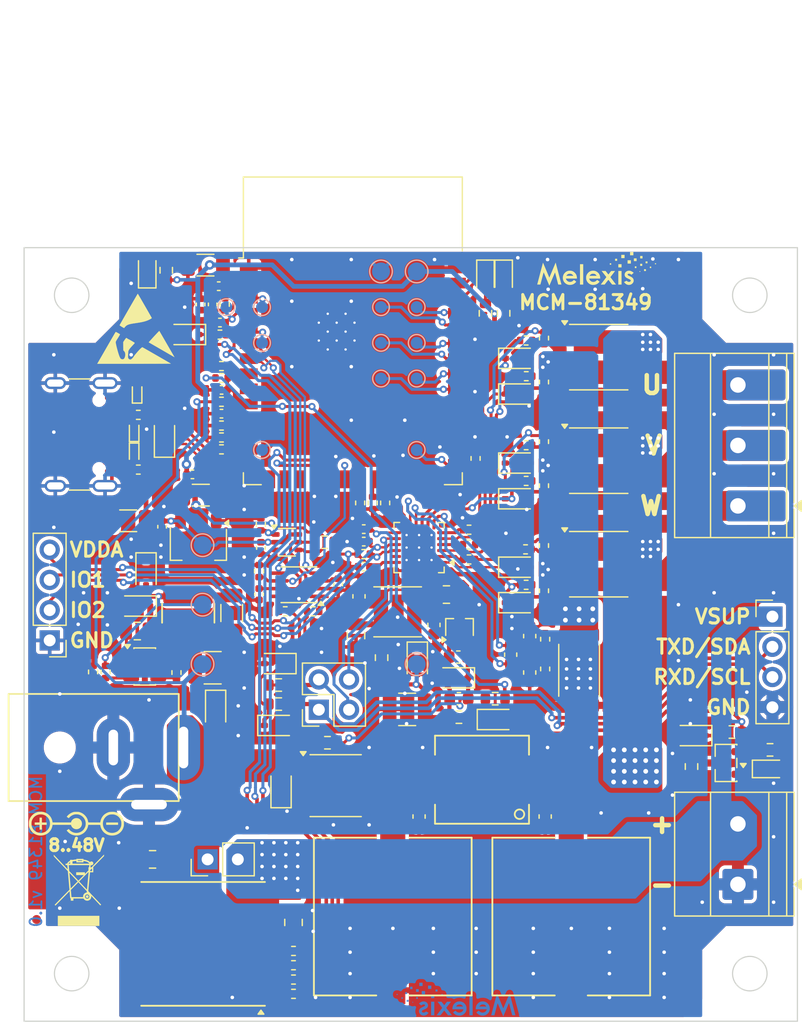
<source format=kicad_pcb>
(kicad_pcb (version 20241229) (generator "pcbnew") (generator_version "9.0")
  (layers (0 "F.Cu" mixed) (2 "B.Cu" signal) (13 "F.Paste" user) (15 "B.Paste" user) (5 "F.SilkS" user "F.Silkscreen") (7 "B.SilkS" user "B.Silkscreen") (1 "F.Mask" user) (3 "B.Mask" user) (25 "Edge.Cuts" user))
  (net 0 "")
  (net 1 "Net-(D9-K)")
  (net 2 "GND")
  (net 3 "+5V")
  (net 4 "Net-(U3-D)")
  (net 5 "+3.3V")
  (net 6 "Net-(U2-CB)")
  (net 7 "Net-(D2-K)")
  (net 8 "Net-(D3-A)")
  (net 9 "SLAVE_CUR")
  (net 10 "EN")
  (net 11 "VBUS")
  (net 12 "Net-(D14-K)")
  (net 13 "Net-(D15-K)")
  (net 14 "Net-(D1-A)")
  (net 15 "Net-(D4-K)")
  (net 16 "LED1")
  (net 17 "Net-(D25-A)")
  (net 18 "VUSB")
  (net 19 "VS")
  (net 20 "LED2")
  (net 21 "Net-(U4-VS)")
  (net 22 "Net-(D7-A)")
  (net 23 "Net-(D10-A)")
  (net 24 "/MCM/BTL_IO0")
  (net 25 "RXD_QFN24")
  (net 26 "VDDA")
  (net 27 "Net-(D18-A1)")
  (net 28 "Net-(U4-IS_P)")
  (net 29 "Net-(J1-Pin_2)")
  (net 30 "SLAVE_PWR")
  (net 31 "Net-(J1-Pin_3)")
  (net 32 "USB_D+")
  (net 33 "USB_D-")
  (net 34 "MEAS_VUSB")
  (net 35 "TXD_CPU")
  (net 36 "RXD_CPU")
  (net 37 "Net-(U2-~{SHDN})")
  (net 38 "Net-(U2-FB)")
  (net 39 "Net-(U4-IS_N)")
  (net 40 "VBOOST")
  (net 41 "UART_VSEL")
  (net 42 "Net-(D5-K)")
  (net 43 "UART_OE")
  (net 44 "MEAS_VBUS")
  (net 45 "MEAS_VS")
  (net 46 "TXD_QFN24")
  (net 47 "Net-(D16-K)")
  (net 48 "Net-(U5-IO13)")
  (net 49 "Net-(U5-IO14)")
  (net 50 "Net-(U5-IO21)")
  (net 55 "Net-(D17-A1)")
  (net 58 "/MCM/TDI")
  (net 59 "/MCM/TMS")
  (net 60 "/MCM/TDO")
  (net 61 "/MCM/TCK")
  (net 62 "TXD_MCM")
  (net 63 "RXD_MCM")
  (net 68 "unconnected-(U5-IO38-Pad31)")
  (net 70 "Net-(J5-CC1)")
  (net 71 "Net-(J5-CC2)")
  (net 73 "Net-(D19-A)")
  (net 74 "LS_U")
  (net 75 "HS_U")
  (net 76 "Net-(D20-A)")
  (net 77 "HS_V")
  (net 78 "Net-(D21-A)")
  (net 79 "LS_V")
  (net 80 "Net-(D22-A)")
  (net 81 "HS_W")
  (net 82 "Net-(D6-A)")
  (net 83 "LS_W")
  (net 84 "Net-(D26-A)")
  (net 85 "Net-(D26-K)")
  (net 86 "Net-(U7-IN)")
  (net 87 "Net-(U7-DEN)")
  (net 88 "SLAVE_DEN")
  (net 89 "Net-(U7-IS)")
  (net 90 "Net-(U6-B1)")
  (net 91 "Net-(U6-B2)")
  (net 92 "PH_U")
  (net 93 "U")
  (net 94 "PH_V")
  (net 95 "V")
  (net 96 "W")
  (net 97 "PH_W")
  (net 98 "Net-(Q8-E)")
  (net 99 "Net-(U4-CPDRV)")
  (net 101 "Net-(C32-Pad1)")
  (net 102 "VMOTOR")
  (net 103 "Net-(Q1B-S)")
  (net 104 "Net-(D27-COM)")
  (net 105 "Net-(D24-A)")
  (net 106 "unconnected-(U5-IO15-Pad8)")
  (net 107 "/MCM/BTL_TXD")
  (net 108 "/MCM/BTL_RXD")
  (footprint "Diode_SMD:D_SOD-323" (layer "F.Cu") (at 101.5 63.1)
    (property "Reference" "D6" (hide yes))
    (property "Value" "BAS316" (hide yes))
  )
  (footprint "Resistor_SMD:R_0603_1608Metric" (layer "F.Cu") (at 90.05 79.45 -90)
    (property "Reference" "R12" (hide yes))
    (property "Value" "/" (hide yes))
  )
  (footprint "Diode_SMD:D_SOD-323" (layer "F.Cu") (at 101.5 57.3)
    (property "Reference" "D20" (hide yes))
    (property "Value" "BAS316" (hide yes))
  )
  (footprint "Diode_SMD:D_SOD-323" (layer "F.Cu") (at 73.65 52.3 180)
    (property "Reference" "D4" (hide yes))
    (property "Value" "3V" (hide yes))
  )
  (footprint "Resistor_SMD:R_0402_1005Metric" (layer "F.Cu") (at 103.8 77.9 90)
    (property "Reference" "R48" (hide yes))
    (property "Value" "10R" (hide yes))
  )
  (footprint "Resistor_SMD:R_0402_1005Metric" (layer "F.Cu") (at 102.2 64.6)
    (property "Reference" "R45" (hide yes))
    (property "Value" "27R" (hide yes))
  )
  (footprint "Resistor_SMD:R_0402_1005Metric" (layer "F.Cu") (at 66.85 80.65 90)
    (property "Reference" "R4" (hide yes))
    (property "Value" "54k9" (hide yes))
  )
  (footprint "Resistor_SMD:R_0402_1005Metric" (layer "F.Cu") (at 103.7 56.29 90)
    (property "Reference" "R36" (hide yes))
    (property "Value" "100k" (hide yes))
  )
  (footprint "Capacitor_SMD:C_1210_3225Metric" (layer "F.Cu") (at 92.2 83.8 180)
    (property "Reference" "C21" (hide yes))
    (property "Value" "10uF" (hide yes))
  )
  (footprint "Resistor_SMD:R_0603_1608Metric" (layer "F.Cu") (at 116.1 88.6 90)
    (property "Reference" "R58" (hide yes))
    (property "Value" "1k5" (hide yes))
  )
  (footprint "Fiducial:Fiducial_0.75mm_Mask1.5mm" (layer "F.Cu") (at 68.6 45.9)
    (property "Reference" "FID4" (hide yes))
    (property "Value" "Fiducial" (hide yes))
  )
  (footprint "Capacitor_SMD:C_0603_1608Metric" (layer "F.Cu") (at 88.15 74.3 90)
    (property "Reference" "C23" (hide yes))
    (property "Value" "22nF" (hide yes))
  )
  (footprint "extra:PG-HSOF-8-6" (layer "F.Cu") (at 75.045 103.5 90)
    (property "Reference" "U7" (hide yes))
    (property "Value" "BTH50060-1LUA" (hide yes))
  )
  (footprint "extra:CHEMI-KE0" (layer "F.Cu") (at 90.99 101.205 -90)
    (property "Reference" "C32" (hide yes))
    (property "Value" "100uF" (hide yes))
  )
  (footprint "LED_SMD:LED_0603_1608Metric" (layer "F.Cu") (at 98.78061 47.53049 -90)
    (property "Reference" "D10" (hide yes))
    (property "Value" "RED" (hide yes))
  )
  (footprint "Resistor_SMD:R_0402_1005Metric" (layer "F.Cu") (at 102.2 61.6)
    (property "Reference" "R43" (hide yes))
    (property "Value" "27R" (hide yes))
  )
  (footprint "Resistor_SMD:R_0402_1005Metric" (layer "F.Cu") (at 84.3 75.555)
    (property "Reference" "R20" (hide yes))
    (property "Value" "10R" (hide yes))
  )
  (footprint "LED_SMD:LED_0603_1608Metric" (layer "F.Cu") (at 70.35 46.9 90)
    (property "Reference" "D1" (hide yes))
    (property "Value" "RED" (hide yes))
  )
  (footprint "Resistor_SMD:R_0402_1005Metric" (layer "F.Cu") (at 76.59 57.95)
    (property "Reference" "R24" (hide yes))
    (property "Value" "TBD" (hide yes))
  )
  (footprint "Connector_PinHeader_2.54mm:PinHeader_1x04_P2.54mm_Vertical" (layer "F.Cu") (at 62.15 78 180)
    (property "Reference" "J1" (hide yes))
    (property "Value" "Conn_01x04" (hide yes))
  )
  (footprint "Connector_PinHeader_2.54mm:PinHeader_1x04_P2.54mm_Vertical" (layer "F.Cu") (at 122.9 76)
    (property "Reference" "J7" (hide yes))
    (property "Value" "Conn_01x04" (hide yes))
  )
  (footprint "Package_SO:SSOP-8_2.95x2.8mm_P0.65mm" (layer "F.Cu") (at 83.1 73.325 180)
    (property "Reference" "U6" (hide yes))
    (property "Value" "TXS0102DCTT" (hide yes))
  )
  (footprint "Resistor_SMD:R_0402_1005Metric" (layer "F.Cu") (at 97.4 68.7)
    (property "Reference" "R40" (hide yes))
    (property "Value" "22R" (hide yes))
  )
  (footprint "Resistor_SMD:R_0402_1005Metric" (layer "F.Cu") (at 102.15 70.35)
    (property "Reference" "R49" (hide yes))
    (property "Value" "27R" (hide yes))
  )
  (footprint "Resistor_SMD:R_0402_1005Metric" (layer "F.Cu") (at 76.59 60.95 180)
    (property "Reference" "R27" (hide yes))
    (property "Value" "110k" (hide yes))
  )
  (footprint "Resistor_SMD:R_0603_1608Metric" (layer "F.Cu") (at 96.55 84.45 180)
    (property "Reference" "R29" (hide yes))
    (property "Value" "22R" (hide yes))
  )
  (footprint "Diode_SMD:D_SOD-323" (layer "F.Cu") (at 81.6 90.45 90)
    (property "Reference" "D16" (hide yes))
    (property "Value" "/" (hide yes))
  )
  (footprint "Capacitor_SMD:C_0603_1608Metric" (layer "F.Cu") (at 102.5 80.7 -90)
    (property "Reference" "C28" (hide yes))
    (property "Value" "10nF" (hide yes))
  )
  (footprint "Capacitor_SMD:C_0603_1608Metric" (layer "F.Cu") (at 103.8 92.8 -90)
    (property "Reference" "C31" (hide yes))
    (property "Value" "100nF" (hide yes))
  )
  (footprint "TerminalBlock_Phoenix:TerminalBlock_Phoenix_MKDS-1,5-3-5.08_1x03_P5.08mm_Horizontal" (layer "F.Cu") (at 120 66.7 90)
    (property "Reference" "J8" (hide yes))
    (property "Value" "~" (hide yes))
  )
  (footprint "Diode_SMD:D_SOD-323F" (layer "F.Cu") (at 76.1 83.8 -90)
    (property "Reference" "D9" (hide yes))
    (property "Value" "PMEG6010CEJF" (hide yes))
  )
  (footprint "Resistor_SMD:R_0402_1005Metric" (layer "F.Cu") (at 69.6 59.05)
    (property "Reference" "R41" (hide yes))
    (property "Value" "5k1" (hide yes))
  )
  (footprint "Resistor_SMD:R_0603_1608Metric" (layer "F.Cu") (at 119.5 85.7)
    (property "Reference" "R57" (hide yes))
    (property "Value" "8k2" (hide yes))
  )
  (footprint "Resistor_SMD:R_0402_1005Metric" (layer "F.Cu") (at 103.7 52.6 90)
    (property "Reference" "R38" (hide yes))
    (property "Value" "100k" (hide yes))
  )
  (footprint "Capacitor_SMD:C_0402_1005Metric" (layer "F.Cu") (at 76.6 56.95)
    (property "Reference" "C4" (hide yes))
    (property "Value" "470pF" (hide yes))
  )
  (footprint "Package_DFN_QFN:QFN-24-1EP_4x4mm_P0.5mm_EP2.6x2.6mm_ThermalVias" (layer "F.Cu") (at 93.2 70.2 180)
    (property "Reference" "U4" (hide yes))
    (property "Value" "MLX81349-KLW-AMX-000" (hide yes))
  )
  (footprint "Capacitor_SMD:C_0805_2012Metric" (layer "F.Cu") (at 82.645 101.7 -90)
    (property "Reference" "C18" (hide yes))
    (property "Value" "47nF" (hide yes))
  )
  (footprint "Resistor_SMD:R_0402_1005Metric" (layer "F.Cu") (at 97.4 71.2)
    (property "Reference" "R50" (hide yes))
    (property "Value" "22R" (hide yes))
  )
  (footprint "extra:CHEMI-KE0" (layer "F.Cu") (at 105.99 101.205 -90)
    (property "Reference" "C30" (hide yes))
    (property "Value" "100uF" (hide yes))
  )
  (footprint "Resistor_SMD:R_0402_1005Metric" (layer "F.Cu") (at 103.8 80.4 -90)
    (property "Reference" "R54" (hide yes))
    (property "Value" "10R" (hide yes))
  )
  (footprint "Symbol:WEEE-Logo_4.2x6mm_SilkScreen" (layer "F.Cu") (at 64.6 99)
    (property "Reference" "REF**" (hide yes))
    (property "Value" "WEEE-Logo_4.2x6mm_SilkScreen" (hide yes))
  )
  (footprint "Resistor_SMD:R_0402_1005Metric" (layer "F.Cu") (at 97.95 62.71 90)
    (property "Reference" "R13" (hide yes))
    (property "Value" "/" (hide yes))
  )
  (footprint "Capacitor_SMD:C_0402_1005Metric" (layer "F.Cu") (at 74.8368 49.77 90)
    (property "Reference" "C17" (hide yes))
    (property "Value" "1uF" (hide yes))
  )
  (footprint "Capacitor_SMD:C_0603_1608Metric" (layer "F.Cu") (at 100.9 79.2 -90)
    (property "Reference" "C26" (hide yes))
    (property "Value" "1nF" (hide yes))
  )
  (footprint "Diode_SMD:D_SOD-323" (layer "F.Cu") (at 101.5 74.83)
    (property "Reference" "D22" (hide yes))
    (property "Value" "BAS316" (hide yes))
  )
  (footprint "Capacitor_SMD:C_0805_2012Metric" (layer "F.Cu") (at 87.9 77.6 -90)
    (property "Reference" "C20" (hide yes))
    (property "Value" "22uF" (hide yes))
  )
  (footprint "Resistor_SMD:R_0402_1005Metric" (layer "F.Cu") (at 76.59 59.95 180)
    (property "Reference" "R25" (hide yes))
    (property "Value" "TBD" (hide yes))
  )
  (footprint "Fiducial:Fiducial_0.75mm_Mask1.5mm" (layer "F.Cu") (at 116.4 45.9)
    (property "Reference" "FID1" (hide yes))
    (property "Value" "Fiducial" (hide yes))
  )
  (footprint "Diode_SMD:D_SOD-323" (layer "F.Cu") (at 81.25 85.15)
    (property "Reference" "D18" (hide yes))
    (property "Value" "DESD5V0S1BA-7" (hide yes))
  )
  (footprint "Capacitor_SMD:C_0402_1005Metric" (layer "F.Cu") (at 76.3608 48.238 180)
    (property "Reference" "C13" (hide yes))
    (property "Value" "100nF" (hide yes))
  )
  (footprint "Capacitor_SMD:C_0805_2012Metric" (layer "F.Cu") (at 95.5 74.15 180)
    (property "Reference" "C36" (hide yes))
    (property "Value" "47nF" (hide yes))
  )
  (footprint "Package_TO_SOT_SMD:SOT-89-3" (layer "F.Cu") (at 74.65 69.9109 -90)
    (property "Reference" "U1" (hide yes))
    (property "Value" "AZ1117CR-3.3TRG1" (hide yes))
  )
  (footprint "Resistor_SMD:R_0402_1005Metric" (layer "F.Cu") (at 102.21 55.8)
    (property "Reference" "R31" (hide yes))
    (property "Value" "27R" (hide yes))
  )
  (footprint "Resistor_SMD:R_0603_1608Metric" (layer "F.Cu") (at 81.4 83.35 180)
    (property "Reference" "R28" (hide yes))
    (property "Value" "100R" (hide yes))
  )
  (footprint "Symbol:ESD-Logo_6.6x6mm_SilkScreen" (layer "F.Cu") (at 69.4 51.8)
    (property "Reference" "REF**" (hide yes))
    (property "Value" "ESD-Logo_6.6x6mm_SilkScreen" (hide yes))
  )
  (footprint "Resistor_SMD:R_0402_1005Metric" (layer "F.Cu") (at 76.6 55.95)
    (property "Reference" "R22" (hide yes))
    (property "Value" "TBD" (hide yes))
  )
  (footprint "Resistor_SMD:R_0603_1608Metric" (layer "F.Cu") (at 71.95 46.9 -90)
    (property "Reference" "R1" (hide yes))
    (property "Value" "2k" (hide yes))
  )
  (footprint "Fiducial:Fiducial_0.75mm_Mask1.5mm" (layer "F.Cu") (at 61.05 101.45)
    (property "Reference" "FID2" (hide yes))
    (property "Value" "Fiducial" (hide yes))
  )
  (footprint "Capacitor_SMD:C_0805_2012Metric" (layer "F.Cu") (at 70.8 96.4 180)
    (property "Reference" "C34" (hide yes))
    (property "Value" "100nF" (hide yes))
  )
  (footprint "Melexis:ESP32-S3-WROOM-2" (layer "F.Cu") (at 87.6328 51.966)
    (property "Reference" "U5" (hide yes))
    (property "Value" "ESP32-S3-WROOM-1-N16R8" (hide yes))
  )
  (footprint "Resistor_SMD:R_0402_1005Metric" (layer "F.Cu") (at 76.8688 49.77 -90)
    (property "Reference" "R11" (hide yes))
    (property "Value" "10k" (hide yes))
  )
  (footprint "Connector_USB:USB_C_Receptacle_GCT_USB4105-xx-A_16P_TopMnt_Horizontal" (layer "F.Cu") (at 63.7 60.7 -90)
    (property "Reference" "J5" (hide yes))
    (property "Value" "USB4105-GF-A" (hide yes))
  )
  (footprint "Resistor_SMD:R_0402_1005Metric" (layer "F.Cu") (at 103.7 65 90)
    (property "Reference" "R47" (hide yes))
    (property "Value" "100k" (hide yes))
  )
  (footprint "Capacitor_SMD:C_0603_1608Metric" (layer "F.Cu") (at 93.2 92.8 -90)
    (property "Reference" "C33" (hide yes))
    (property "Value" "100nF" (hide yes))
  )
  (footprint "Resistor_SMD:R_0402_1005Metric" (layer "F.Cu") (at 88.55 70.75)
    (property "Reference" "R35" (hide yes))
    (property "Value" "/" (hide yes))
  )
  (footprint "Resistor_SMD:R_0402_1005Metric" (layer "F.Cu") (at 103.7 61.3 90)
    (property "Reference" "R46" (hide yes))
    (property "Value" "100k" (hide yes))
  )
  (footprint "Resistor_SMD:R_0402_1005Metric" (layer "F.Cu") (at 81.95 75.555 180)
    (property "Reference" "R18" (hide yes))
    (property "Value" "10R" (hide yes))
  )
  (footprint "Diode_SMD:D_SOD-323" (layer "F.Cu") (at 101.5 71.85)
    (property "Reference" "D19" (hide yes))
    (property "Value" "BAS316" (hide yes))
  )
  (footprint "Diode_SMD:D_SOD-323F" (layer "F.Cu") (at 99.7 84.65)
    (property "Reference" "D14" (hide yes))
    (property "Value" "/" (hide yes))
  )
  (footprint "Capacitor_SMD:C_1206_3216Metric" (layer "F.Cu") (at 75.2432 46.468 180)
    (property "Reference" "C15" (hide yes))
    (property "Value" "10uF" (hide yes))
  )
  (footprint "Resistor_SMD:R_0603_1608Metric" (layer "F.Cu") (at 100.30701 50.51549 -90)
    (property "Reference" "R17" (hide yes))
    (property "Value" "2k" (hide yes))
  )
  (footprint "Resistor_SMD:R_0402_1005Metric" (layer "F.Cu") (at 79.75 72.175 -90)
    (property "Reference" "R15" (hide yes))
    (property "Value" "2k7" (hide yes))
  )
  (footprint "Resistor_SMD:R_0402_1005Metric" (layer "F.Cu") (at 82.645 107.7 180)
    (property "Reference" "R10" (hide yes))
    (property "Value" "1k6" (hide yes))
  )
  (footprint "Connector_PinHeader_2.54mm:PinHeader_1x02_P2.54mm_Vertical" (layer "F.Cu") (at 75.425 96.4 90)
    (property "Reference" "J2" (hide yes))
    (property "Value" "/" (hide yes))
  )
  (footprint "Resistor_SMD:R_0603_1608Metric" (layer "F.Cu") (at 99.6 82.9 180)
    (property "Reference" "R56" (hide yes))
    (property "Value" "0R" (hide yes))
  )
  (footprint "Resistor_SMD:R_0402_1005Metric" (layer "F.Cu") (at 89.3 66.45 -90)
    (property "Reference" "R33" (hide yes))
    (property "Value" "/" (hide yes))
  )
  (footprint "Resistor_SMD:R_0603_1608Metric" (layer "F.Cu") (at 81.4 81.75 180)
    (property "Reference" "R30" (hide yes))
    (property "Value" "100R" (hide yes))
  )
  (footprint "TerminalBlock_Phoenix:TerminalBlock_Phoenix_MKDS-1,5-2-5.08_1x02_P5.08mm_Horizontal" (layer "F.Cu") (at 120 98.5 90)
    (property "Reference" "J9" (hide yes))
    (property "Value" "/" (hide yes))
  )
  (footprint "Diode_SMD:D_SOD-323F" (layer "F.Cu") (at 70.25 72.25 -90)
    (property "Reference" "D3" (hide yes))
    (property "Value" "PMEG6010CEJF" (hide yes))
  )
  (footprint "Resistor_SMD:R_0402_1005Metric" (layer "F.Cu") (at 88.25 66.45 -90)
    (property "Reference" "R32" (hide yes))
    (property "Value" "/" (hide yes))
  )
  (footprint "Resistor_SMD:R_0402_1005Metric" (layer "F.Cu") (at 103.7 70.03 90)
    (property "Reference" "R52" (hide yes))
    (property "Value" "100k" (hide yes))
  )
  (footprint "extra:PCC-M0754M" (layer "F.Cu") (at 98.49 89.705)
    (property "Reference" "L3" (hide yes))
    (property "Value" "4700nH" (hide yes))
  )
  (footprint "Package_TO_SOT_SMD:SOT-323_SC-70" (layer "F.Cu") (at 96.6 76.9 90)
    (property "Reference" "D27" (hide yes))
    (property "Value" "BAT54SW" (hide yes))
  )
  (footprint "Resistor_SMD:R_0402_1005Metric" (layer "F.Cu") (at 82.645 104.095 180)
    (property "Reference" "R8" (hide yes))
    (property "Value" "4k7" (hide yes))
  )
  (footprint "Capacitor_SMD:C_0603_1608Metric" (layer "F.Cu") (at 102.5 77.64 90)
    (property "Reference" "C27" (hide yes))
    (property "Value" "10nF" (hide yes))
  )
  (footprint "Resistor_SMD:R_0402_1005Metric" (layer "F.Cu") (at 103.7 73.83 90)
    (property "Reference" "R53" (hide yes))
    (property "Value" "100k" (hide yes))
  )
  (footprint "Resistor_SMD:R_2512_6332Metric" (layer "F.Cu") (at 106.65 80.5125 -90)
    (property "Reference" "R39" (hide yes))
    (property "Value" "25mR" (hide yes))
  )
  (footprint "Diode_SMD:D_SOD-323F" (layer "F.Cu") (at 69.506 75.114 180)
    (property "Reference" "D2" (hide yes))
    (property "Value" "PMEG6010CEJF" (hide yes))
  )
  (footprint "Capacitor_SMD:C_0402_1005Metric" (layer "F.Cu") (at 71.6 68.45 -90)
    (property "Reference" "C2" (hide yes))
    (property "Value" "100nF" (hide yes))
  )
  (footprint "Capacitor_SMD:C_0402_1005Metric" (layer "F.Cu") (at 76.59 58.95)
    (property "Reference" "C11" (hide yes))
    (property "Value" "470pF" (hide yes))
  )
  (footprint "Resistor_SMD:R_0402_1005Metric" (layer "F.Cu") (at 76.59 54.95 180)
    (property "Reference" "R23" (hide yes))
    (property "Value" "TBD" (hide yes))
  )
  (footprint "Resistor_SMD:R_0402_1005Metric" (layer "F.Cu") (at 65.8 80.65 -90)
    (property "Reference" "R5" (hide yes))
    (property "Value" "10k" (hide yes))
  )
  (footprint "Capacitor_SMD:C_0805_2012Metric" (layer "F.Cu") (at 69.516 77.2152)
    (property "Reference" "C7" (hide yes))
    (property "Value" "100nF" (hide yes))
  )
  (footprint "Fiducial:Fiducial_0.75mm_Mask1.5mm" (layer "F.Cu") (at 116.4 109.1)
    (property "Reference" "FID3" (hide yes))
    (property "Value" "Fiducial" (hide yes))
  )
  (footprint "LED_SMD:LED_0603_1608Metric" (layer "F.Cu") (at 100.30701 47.53049 -90)
    (property "Reference" "D7" (hide yes))
    (property "Value" "GREEN" (hide yes))
  )
  (footprint "Resistor_SMD:R_0402_1005Metric" (layer "F.Cu") (at 97.4 69.95)
    (property "Reference" "R44" (hide yes))
    (property "Value" "22R" (hide yes))
  )
  (footprint "Resistor_SMD:R_0402_1005Metric" (layer "F.Cu") (at 82.645 105.295 180)
    (property "Reference" "R7" (hide yes))
    (property "Value" "4k7" (hide yes))
  )
  (footprint "Diode_SMD:D_SOD-323F" (layer "F.Cu") (at 93.05 79.75 -90)
    (property "Reference" "D15" (hide yes))
    (property "Value" "PMEG6010CEJF" (hide yes))
  )
  (footprint "Resistor_SMD:R_0402_1005Metric" (layer "F.Cu") (at 102.2 52.8)
    (property "Reference" "R37" (hide yes))
    (property "Value" "27R" (hide yes))
  )
  (footprint "Resistor_SMD:R_0402_1005Metric" (layer "F.Cu") (at 82.645 106.5)
    (property "Reference" "R9" (hide yes))
    (property "Value" "430R" (hide yes))
  )
  (footprint "Capacitor_SMD:C_1206_3216Metric" (layer "F.Cu") (at 74.8532 65.7961)
    (property "Reference" "C9" (hide yes))
    (property "Value" "10uF" (hide yes))
  )
  (footprint "Diode_SMD:D_SOD-923" (layer "F.Cu") (at 69.5 57.2 90)
    (property "Reference" "D13" (hide yes))
    (property "Value" "ESD9B5.0ST5G" (hide yes))
  )
  (footprint "Capacitor_SMD:C_1206_3216Metric" (layer "F.Cu") (at 68.75 67.95 180)
    (property "Reference" "C3" (hide yes))
    (property "Value" "10uF" (hide yes))
  )
  (footprint "Resistor_SMD:R_0603_1608Metric" (layer "F.Cu") (at 122.7 87.2 180)
    (property "Reference" "R14" (hide yes))
    (property "Value" "3k3" (hide yes))
  )
  (footprint "Capacitor_SMD:C_0402_1005Metric" (layer "F.Cu") (at 74.15 64.05)
    (property "Reference" "C6" (hide yes))
    (property "Value" "100nF" (hide yes))
  )
  (footprint "extra:LFPAK56D" (layer "F.Cu") (at 108.3 54.2)
    (property "Reference" "Q1" (hide yes))
    (property "Value" "BUK9K61-100LX" (hide yes))
  )
  (footprint "Diode_SMD:D_SOD-323" (layer "F.Cu") (at 81.25 79.95 180)
    (property "Reference" "D17" (hide yes))
    (property "Value" "DESD5V0S1BA-7" (hide yes))
  )
  (footprint "Capacitor_SMD:C_0402_1005Metric" (layer "F.Cu") (at 79.9075 70.2325 -90)
    (property "Reference" "C8" (hide yes))
    (property "Value" "100nF" (hide yes))
  )
  (footprint "Package_TO_SOT_SMD:SOT-363_SC-70-6" (layer "F.Cu") (at 82.1 69.75)
    (property "Reference" "U3" (hide yes))
    (property "Value" "TMUX1219DCKR" (hide yes))
  )
  (footprint "Resistor_SMD:R_0402_1005Metric" (layer "F.Cu") (at 76.4624 52.31 180)
    (property "Reference" "R6" (hide yes))
    (property "Value" "4k7" (hide yes))
  )
  (footprint "Connector_PinHeader_2.54mm:PinHeader_2x02_P2.54mm_Vertical" (layer "F.Cu") (at 84.775 83.825 90)
    (property "Reference" "J11" (hide yes))
    (property "Value" "Conn_02x02_Odd_Even" (hide yes))
  )
  (footprint "Resistor_SMD:R_0402_1005Metric" (layer "F.Cu") (at 90.35 66.45 -90)
    (property "Reference" "R34" (hide yes))
    (property "Value" "/" (hide yes))
  )
  (footprint "extra:LFPAK56D" (layer "F.Cu") (at 108.3 71.6)
    (property "Reference" "Q3" (hide yes))
    (property "Value" "BUK9K61-100LX" (hide yes))
  )
  (footprint "Capacitor_SMD:C_0402_1005Metric" (layer "F.Cu") (at 88.55 68.65 180)
    (property "Reference" "C22" (hide yes))
    (property "Value" "100pF" (hide yes))
  )
  (footprint "Diode_SMD:D_SOD-923" (layer "F.Cu") (at 69.25 62.28 -90)
    (property "Reference" "D11" (hide yes))
    (property "Value" "ESD9B5.0ST5G" (hide yes))
  )
  (footprint "Resistor_SMD:R_0603_1608Metric" (layer "F.Cu") (at 98.78061 50.51549 -90)
    (property "Reference" "R19" (hide yes))
    (property "Value" "2k" (hide yes))
  )
  (footprint "extra:HPC4018NF-Series" (layer "F.Cu") (at 73.7986 75.7152 90)
    (property "Reference" "L1" (hide yes))
    (property "Value" "6.8uH" (hide yes))
  )
  (footprint "Resistor_SMD:R_0402_1005Metric" (layer "F.Cu") (at 102.2 73.33)
    (property "Reference" "R51" (hide yes))
    (property "Value" "27R" (hide yes))
  )
  (footprint "Capacitor_SMD:C_0402_1005Metric" (layer "F.Cu") (at 76.4624 51.294 180)
    (property "Reference" "C12" (hide yes))
    (property "Value" "10nF" (hide yes))
  )
  (footprint "Diode_SMD:D_SOD-923" (layer "F.Cu") (at 69.25 60.43 90)
    (property "Reference" "D12" (hide yes))
    (property "Value" "ESD9B5.0ST5G" (hide yes))
  )
  (footprint "Capacitor_SMD:C_0402_1005Metric" (layer "F.Cu") (at 88.55 71.8 180)
    (property "Reference" "C25" (hide yes))
    (property "Value" "100nF" (hide yes))
  )
  (footprint "Diode_SMD:D_SOD-323" (layer "F.Cu") (at 116.2 86 180)
    (property "Reference" "D5" (hide yes))
    (property "Value" "3V" (hide yes))
  )
  (footprint "Resistor_SMD:R_0402_1005Metric" (layer "F.Cu") (at 72.808 80.702 90)
    (property "Reference" "R2" (hide yes))
    (property "Value" "100k" (hide yes))
  )
  (footprint "Package_TO_SOT_SMD:SOT-23-6" (layer "F.Cu") (at 70.141 80.194)
    (property "Reference" "U2" (hide yes))
    (property "Value" "LMR16006YDDCR" (hide yes))
  )
  (footprint "Melexis:LOGO-SILK" (layer "F.Cu") (at 103.128838 48.1)
    (property "Reference" "LOG1" (hide yes))
    (property "Value" "MLX_Logo" (hide yes))
  )
  (footprint "Capacitor_SMD:C_1206_3216Metric" (layer "F.Cu") (at 77.45 75.7 -90)
    (property "Reference" "C10" (hide yes))
    (property "Value" "10uF" (hide yes))
  )
  (footprint "Package_TO_SOT_SMD:SOT-23-3" (layer "F.Cu") (at 119 88.3 180)
    (property "Reference" "Q8" (hide yes))
    (property "Value" "BC846BLT1G" (hide yes))
  )
  (footprint "Package_TO_SOT_SMD:LFPAK56" (layer "F.Cu") (at 86.19 90.205)
    (property "Reference" "U8" (hide yes))
    (property "Value" "BUK7Y38-100E" (hide yes))
  )
  (footprint "Capacitor_SMD:C_0603_1608Metric" (layer "F.Cu") (at 96.5 79.4)
    (property "Reference" "C37" (hide yes))
    (property "Value" "10nF" (hide yes))
  )
  (footprint "Diode_SMD:D_SOD-323" (layer "F.Cu") (at 101.5 54.3)
    (property "Reference" "D24" (hide yes))
    (property "Value" "BAS316" (hide yes))
  )
  (footprint "Diode_SMD:D_SOD-323" (layer "F.Cu") (at 101.5 66.1)
    (property "Reference" "D21" (hide yes))
    (property "Value" "BAS316" (hide yes))
  )
  (footprint "Capacitor_SMD:C_0402_1005Metric" (layer "F.Cu") (at 88.55 69.7 180)
    (property "Reference" "C29" (hide yes))
    (property "Value" "/" (hide yes))
  )
  (footprint "Capacitor_SMD:C_0402_1005Metric" (layer "F.Cu") (at 79.75 74.125 -90)
    (property "Reference" "C14" (hide yes))
    (property "Value" "100nF" (hide yes))
  )
  (footprint "Inductor_SMD:L_Taiyo-Yuden_NR-40xx" (layer "F.Cu") (at 91.4 75.601)
    (property "Reference" "L2" (hide yes))
    (property "Value" "100uH" (hide yes))
  )
  (footprint "Diode_SMD:D_SOD-323" (layer "F.Cu") (at 96.25 81.15 180)
    (property "Reference" "D25" (hide yes))
    (property "Value" "10V" (hide yes))
  )
  (footprint "Resistor_SMD:R_0402_1005Metric" (layer "F.Cu") (at 76.59 61.95)
    (property "Reference" "R26" (hide yes))
    (property "Value" "87k6" (hide yes))
  )
  (footprint "Capacitor_SMD:C_0402_1005Metric" (layer "F.Cu") (at 86.4 73.3 -90)
    (property "Reference" "C5" (hide yes))
    (property "Value" "100nF" (hide yes))
  )
  (footprint "LED_SMD:LED_0603_1608Metric" (layer "F.Cu") (at 122.7 88.8)
    (property "Reference" "D26" (hide yes))
    (property "Value" "GREEN" (hide yes))
  )
  (footprint "Capacitor_SMD:C_0402_1005Metric" (layer "F.Cu") (at 75.8528 49.77 -90)
    (property "Reference" "C16" (hide yes))
    (property "Value" "100nF" (hide yes))
  )
  (footprint "extra:JACK-L-LKWGPC-5A-R" (layer "F.Cu") (at 67.5 87)
    (property "Reference" "J10" (hide yes))
    (property "Value" "JACK-L-LKWGPC-5A(R)" (hide yes))
  )
  (footprint "Resistor_SMD:R_0402_1005Metric" (layer "F.Cu") (at 79.9 68.25 -90)
    (property "Reference" "R3" (hide yes))
    (property "Value" "2k7" (hide yes))
  )
  (footprint "LOGO" (layer "F.Cu") (at 64.400362 93.4 180)
    (property "Reference" "G***" (hide yes))
    (property "Value" "LOGO" (hide yes))
  )
  (footprint "Resistor_SMD:R_0402_1005Metric" (layer "F.Cu") (at 69.6 63.65)
    (property "Reference" "R42" (hide yes))
    (property "Value" "5k1" (hide yes))
  )
  (footprint "Capacitor_SMD:C_0603_1608Metric" (layer "F.Cu") (at 96.55 82.9)
    (property "Reference" "C35" (hide yes))
    (property "Value" "1uF" (hide yes))
  )
  (footprint "Diode_SMD:D_SOD-323F" (layer "F.Cu") (at 71.8 61 90)
    (property "Reference" "D8" (hide yes))
    (property "Value" "PMEG6010CEJF" (hide yes))
  )
  (footprint "Resistor_SMD:R_0603_1608Metric" (layer "F.Cu") (at 85.25 69.75)
    (property "Reference" "R16" (hide yes))
    (property "Value" "/" (hide yes))
  )
  (footprint "Resistor_SMD:R_0603_1608Metric" (layer "F.Cu") (at 85.5 86.6 180)
    (property "Reference" "R55" (hide yes))
    (property "Value" "100k" (hide yes))
  )
  (footprint "extra:LFPAK56D" (layer "F.Cu") (at 108.3 62.9)
    (property "Reference" "Q2" (hide yes))
    (property "Value" "BUK9K61-100LX" (hide yes))
  )
  (footprint "Capacitor_SMD:C_1210_3225Metric" (layer "F.Cu") (at 75.85 80.3)
    (property "Reference" "C1" (hide yes))
    (property "Value" "2.2uF" (hide yes))
  )
  (footprint "Capacitor_SMD:C_0603_1608Metric" (layer "F.Cu") (at 94.45 76.7 -90)
    (property "Reference" "C24" (hide yes))
    (property "Value" "100nF" (hide yes))
  )
  (footprint "TestPoint:TestPoint_Pad_D1.0mm" (layer "B.Cu") (at 93 62 180)
    (property "Reference" "TP17" (hide yes))
    (property "Value" "TestPoint" (hide yes))
  )
  (footprint "TestPoint:TestPoint_Pad_D1.0mm" (layer "B.Cu") (at 77 50 180)
    (property "Reference" "TP11" (hide yes))
    (property "Value" "TestPoint" (hide yes))
  )
  (footprint "TestPoint:TestPoint_Pad_D1.0mm" (layer "B.Cu") (at 80 50 180)
    (property "Reference" "TP9" (hide yes))
    (property "Value" "TestPoint" (hide yes))
  )
  (footprint "TestPoint:TestPoint_Pad_D1.0mm" (layer "B.Cu") (at 90 50 180)
    (property "Reference" "TP16" (hide yes))
    (property "Value" "TestPoint" (hide yes))
  )
  (footprint "TestPoint:TestPoint_Pad_D1.0mm" (layer "B.Cu") (at 80 62 180)
    (property "Reference" "TP14" (hide yes))
    (property "Value" "TestPoint" (hide yes))
  )
  (footprint "TestPoint:TestPoint_Pad_D1.0mm" (layer "B.Cu") (at 90 56 180)
    (property "Reference" "TP6" (hide yes))
    (property "Value" "TestPoint" (hide yes))
  )
  (footprint "TestPoint:TestPoint_Pad_D1.5mm" (layer "B.Cu") (at 75 75)
    (property "Reference" "TP8" (hide yes))
    (property "Value" "TestPoint" (hide yes))
  )
  (footprint "TestPoint:TestPoint_Pad_D1.5mm" (layer "B.Cu") (at 90 47 180)
    (property "Reference" "TP2" (hide yes))
    (property "Value" "TestPoint" (hide yes))
  )
  (footprint "Melexis:LOGO" (layer "B.Cu") (at 101.3 109.5 180)
    (property "Reference" "LOG2" (hide yes))
    (property "Value" "MLX_Logo" (hide yes))
  )
  (footprint "TestPoint:TestPoint_Pad_D1.5mm" (layer "B.Cu") (at 75 80 180)
    (property "Reference" "TP10" (hide yes))
    (property "Value" "TestPoint" (hide yes))
  )
  (footprint "TestPoint:TestPoint_Pad_D1.5mm" (layer "B.Cu") (at 75 70 180)
    (property "Reference" "TP7" (hide yes))
    (property "Value" "TestPoint" (hide yes))
  )
  (footprint "TestPoint:TestPoint_Pad_D1.0mm" (layer "B.Cu") (at 93 53 180)
    (property "Reference" "TP4" (hide yes))
    (property "Value" "TestPoint" (hide yes))
  )
  (footprint "TestPoint:TestPoint_Pad_D1.0mm" (layer "B.Cu") (at 93 50 180)
    (property "Reference" "TP15" (hide yes))
    (property "Value" "TestPoint" (hide yes))
  )
  (footprint "TestPoint:TestPoint_Pad_D1.5mm" (layer "B.Cu") (at 93 47 180)
    (property "Reference" "TP1" (hide yes))
    (property "Value" "TestPoint" (hide yes))
  )
  (footprint "TestPoint:TestPoint_Pad_D1.5mm" (layer "B.Cu") (at 93 80 180)
    (property "Reference" "TP13" (hide yes))
    (property "Value" "TestPoint" (hide yes))
  )
  (footprint "TestPoint:TestPoint_Pad_D1.0mm" (layer "B.Cu") (at 90 53 180)
    (property "Reference" "TP3" (hide yes))
    (property "Value" "TestPoint" (hide yes))
  )
  (footprint "TestPoint:TestPoint_Pad_D1.0mm" (layer "B.Cu") (at 80 53 180)
    (property "Reference" "TP12" (hide yes))
    (property "Value" "TestPoint" (hide yes))
  )
  (footprint "TestPoint:TestPoint_Pad_D1.0mm" (layer "B.Cu") (at 93 56 180)
    (property "Reference" "TP5" (hide yes))
    (property "Value" "TestPoint" (hide yes))
  )
  (gr_line (start 89.1 107.4) (end 93.2 107.4) (stroke (width 0.5)) (layer "F.Cu") (net 2))
  (gr_line (start 118.1 98.5) (end 121.9 98.5) (stroke (width 1)) (layer "F.Cu") (net 2))
  (gr_line (start 122.9 83.25) (end 122.9 85.3) (stroke (width 1)) (layer "F.Cu") (net 2))
  (gr_line (start 120 100.4) (end 120 96.8) (stroke (width 1)) (layer "F.Cu") (net 2))
  (gr_line (start 104.05 107.4) (end 108.15 107.4) (stroke (width 0.5)) (layer "F.Cu") (net 2))
  (gr_line (start 104.05 106) (end 108.15 106) (stroke (width 0.5)) (layer "F.Cu") (net 2))
  (gr_line (start 107.55 83.75) (end 107.55 82.3125) (stroke (width 0.6)) (layer "F.Cu") (net 2))
  (gr_line (start 67.5 90) (end 67.5 84) (stroke (width 1)) (layer "F.Cu") (net 2))
  (gr_line (start 89.1 104.6) (end 93.2 104.6) (stroke (width 0.5)) (layer "F.Cu") (net 2))
  (gr_line (start 67.15 91.8) (end 71.25 91.8) (stroke (width 1)) (layer "F.Cu") (net 2))
  (gr_line (start 70.5 93.95) (end 70.5 89.85) (stroke (width 1)) (layer "F.Cu") (net 2))
  (gr_line (start 106.65 83.75) (end 106.65 82.3125) (stroke (width 0.6)) (layer "F.Cu") (net 2))
  (gr_line (start 91 109.1) (end 91 103) (stroke (width 0.5)) (layer "F.Cu") (net 2))
  (gr_line (start 89.1 106) (end 93.2 106) (stroke (width 0.5)) (layer "F.Cu") (net 2))
  (gr_line (start 65.45 87) (end 69.55 87) (stroke (width 1)) (layer "F.Cu") (net 2))
  (gr_line (start 104.05 104.6) (end 108.15 104.6) (stroke (width 0.5)) (layer "F.Cu") (net 2))
  (gr_line (start 105.75 83.75) (end 105.75 82.3125) (stroke (width 0.6)) (layer "F.Cu") (net 2))
  (gr_line (start 105.95 109.1) (end 105.95 103) (stroke (width 0.5)) (layer "F.Cu") (net 2))
  (gr_line (start 104.7 83.4625) (end 108.55 83.4625) (stroke (width 0.6)) (layer "F.Cu") (net 2))
  (gr_line (start 121.6 83.6) (end 124.15 83.6) (stroke (width 1)) (layer "F.Cu") (net 2))
  (gr_line (start 69.55 87) (end 65.45 87) (stroke (width 1)) (layer "B.Cu") (net 2))
  (gr_line (start 73.85 91.8) (end 67.4 91.8) (stroke (width 1)) (layer "B.Cu") (net 2))
  (gr_line (start 120 100.4) (end 120 98.5) (stroke (width 1)) (layer "B.Cu") (net 2))
  (gr_line (start 67.5 90) (end 67.5 84) (stroke (width 1)) (layer "B.Cu") (net 2))
  (gr_line (start 122.9 82.75) (end 122.9 85.3) (stroke (width 1)) (layer "B.Cu") (net 2))
  (gr_line (start 121.9 98.5) (end 118.1 98.5) (stroke (width 1)) (layer "B.Cu") (net 2))
  (gr_line (start 70.5 93.95) (end 70.5 89.85) (stroke (width 1)) (layer "B.Cu") (net 2))
  (gr_line (start 124.15 83.6) (end 121.6 83.6) (stroke (width 1)) (layer "B.Cu") (net 2))
  (gr_circle (center 64 49) (end 64 47.55) (stroke (width 0.1)) (fill no) (layer "Edge.Cuts"))
  (gr_circle (center 121 106) (end 122.45 106) (stroke (width 0.1)) (fill no) (layer "Edge.Cuts"))
  (gr_circle (center 121 49) (end 122.45 49) (stroke (width 0.1)) (fill no) (layer "Edge.Cuts"))
  (gr_line (start 125 110) (end 125 45) (stroke (width 0.1)) (layer "Edge.Cuts"))
  (gr_circle (center 64 106) (end 65.45 106) (stroke (width 0.1)) (fill no) (layer "Edge.Cuts"))
  (gr_line (start 60 110) (end 125 110) (stroke (width 0.1)) (layer "Edge.Cuts"))
  (gr_line (start 60 45) (end 60 110) (stroke (width 0.1)) (layer "Edge.Cuts"))
  (gr_line (start 125 45) (end 60 45) (stroke (width 0.1)) (layer "Edge.Cuts"))
  (gr_text "MCM 81349 v1.0" (at 61 95.75 90) (layer "B.Cu") (effects (font (size 1 1)) (justify mirror)))
  (gr_text "W" (at 113.8 66.7 0) (layer "F.SilkS") (effects (font (size 1.5 1.5) (thickness 0.375) (bold yes)) (justify right)))
  (gr_text "GND" (at 63.7 78 0) (layer "F.SilkS") (effects (font (size 1.2 1.2) (thickness 0.25)) (justify left)))
  (gr_text "U" (at 113.8 56.54 0) (layer "F.SilkS") (effects (font (size 1.5 1.5) (thickness 0.375) (bold yes)) (justify right)))
  (gr_text "V" (at 113.8 61.62 0) (layer "F.SilkS") (effects (font (size 1.5 1.5) (thickness 0.375) (bold yes)) (justify right)))
  (gr_text "IO1" (at 63.7 72.92 0) (layer "F.SilkS") (effects (font (size 1.2 1.2) (thickness 0.25)) (justify left)))
  (gr_text "VDDA" (at 63.7 70.38 0) (layer "F.SilkS") (effects (font (size 1.2 1.2) (thickness 0.25)) (justify left)))
  (gr_text "8..48V" (at 64.4 95.8 -0) (layer "F.SilkS") (effects (font (size 1 1) (thickness 0.25) (bold yes)) (justify bottom)))
  (gr_text "GND" (at 121.2 83.62 0) (layer "F.SilkS") (effects (font (size 1.2 1.2) (thickness 0.25)) (justify right)))
  (gr_text "VSUP" (at 121.2 76 0) (layer "F.SilkS") (effects (font (size 1.2 1.2) (thickness 0.25)) (justify right)))
  (gr_text "IO2" (at 63.7 75.46 0) (layer "F.SilkS") (effects (font (size 1.2 1.2) (thickness 0.25)) (justify left)))
  (gr_text "MCM-81349" (at 107.2 49.6 -0) (layer "F.SilkS") (effects (font (size 1.2 1.2) (thickness 0.25))))
  (gr_text "TXD/SDA" (at 121.2 78.54 0) (layer "F.SilkS") (effects (font (size 1.2 1.2) (thickness 0.25)) (justify right)))
  (gr_text "RXD/SCL" (at 121.2 81.08 0) (layer "F.SilkS") (effects (font (size 1.2 1.2) (thickness 0.25)) (justify right)))
  (gr_text "+" (at 114.8 93.42 0) (layer "F.SilkS") (effects (font (size 1.5 1.5) (thickness 0.375) (bold yes)) (justify right)))
  (gr_text "-" (at 114.8 98.5 0) (layer "F.SilkS") (effects (font (size 1.5 1.5) (thickness 0.375) (bold yes)) (justify right)))
  (segment (start 74.95 82.7) (end 74.375 82.125) (width 0.4) (layer "F.Cu") (net 1))
  (segment (start 74.267 80.192) (end 74.375 80.3) (width 0.4) (layer "F.Cu") (net 1))
  (segment (start 74.375 82.125) (end 74.375 80.3) (width 0.4) (layer "F.Cu") (net 1))
  (segment (start 72.808 80.192) (end 74.267 80.192) (width 0.4) (layer "F.Cu") (net 1))
  (segment (start 76.1 82.7) (end 74.95 82.7) (width 0.4) (layer "F.Cu") (net 1))
  (segment (start 72.808 80.192) (end 71.1535 80.192) (width 0.4) (layer "F.Cu") (net 1))
  (segment (start 71.17 68.93) (end 70.9 69.2) (width 0.25) (layer "F.Cu") (net 2))
  (segment (start 92 69) (end 93.2 70.2) (width 0.25) (layer "F.Cu") (net 2))
  (segment (start 69.0035 80.194) (end 69.101 80.194) (width 0.5) (layer "F.Cu") (net 2))
  (segment (start 70.165 78.6) (end 70.15 78.615) (width 0.5) (layer "F.Cu") (net 2))
  (segment (start 91.976 71.774) (end 91.976 71.424) (width 0.2) (layer "F.Cu") (net 2))
  (segment (start 91.976 68.735202) (end 91.976 68.976) (width 0.2) (layer "F.Cu") (net 2))
  (segment (start 91.95 68.709202) (end 91.976 68.735202) (width 0.2) (layer "F.Cu") (net 2))
  (segment (start 91.95 68.2625) (end 91.95 68.709202) (width 0.2) (layer "F.Cu") (net 2))
  (segment (start 91.976 68.976) (end 92 69) (width 0.2) (layer "F.Cu") (net 2))
  (segment (start 80.4875 70.7125) (end 79.9075 70.7125) (width 0.25) (layer "F.Cu") (net 2))
  (segment (start 91.95 72.8) (end 91.75 73) (width 0.2) (layer "F.Cu") (net 2))
  (segment (start 69.101 80.194) (end 69.107 80.2) (width 0.5) (layer "F.Cu") (net 2))
  (segment (start 91.95 68.2625) (end 91.95 67.5) (width 0.25) (layer "F.Cu") (net 2))
  (segment (start 76.15 65.9743) (end 76.3282 65.7961) (width 0.4) (layer "F.Cu") (net 2))
  (segment (start 91.4 66.95) (end 90.7408 66.95) (width 0.25) (layer "F.Cu") (net 2))
  (segment (start 91.95 72.1375) (end 91.95 71.8) (width 0.2) (layer "F.Cu") (net 2))
  (segment (start 80.4875 70.7875) (end 80.7 71) (width 0.25) (layer "F.Cu") (net 2))
  (segment (start 90.7408 66.95) (end 90.7308 66.96) (width 0.25) (layer "F.Cu") (net 2))
  (segment (start 71.6 68.93) (end 71.17 68.93) (width 0.25) (layer "F.Cu") (net 2))
  (segment (start 90.7308 66.96) (end 90.35 66.96) (width 0.25) (layer "F.Cu") (net 2))
  (segment (start 70.15 78.615) (end 70.15 81.85) (width 0.5) (layer "F.Cu") (net 2))
  (segment (start 91.976 71.424) (end 92.15 71.25) (width 0.2) (layer "F.Cu") (net 2))
  (segment (start 76.15 67.9609) (end 76.15 65.9743) (width 0.4) (layer "F.Cu") (net 2))
  (segment (start 69.107 80.2) (end 70.117 80.2) (width 0.5) (layer "F.Cu") (net 2))
  (segment (start 91.95 71.8) (end 91.976 71.774) (width 0.2) (layer "F.Cu") (net 2))
  (segment (start 91.95 67.5) (end 91.4 66.95) (width 0.25) (layer "F.Cu") (net 2))
  (segment (start 80.8 70.4) (end 80.4875 70.7125) (width 0.25) (layer "F.Cu") (net 2))
  (segment (start 75.860409 49.29) (end 75.8528 49.29) (width 0.25) (layer "F.Cu") (net 2))
  (segment (start 91.95 72.1375) (end 91.95 72.8) (width 0.2) (layer "F.Cu") (net 2))
  (segment (start 81.15 70.4) (end 80.8 70.4) (width 0.25) (layer "F.Cu") (net 2))
  (segment (start 80.4875 70.7125) (end 80.4875 70.7875) (width 0.25) (layer "F.Cu") (net 2))
  (via (at 105.6 82) (size 0.6) (drill 0.3) (layers "F.Cu" "B.Cu") (net 2))
  (via (at 101.5 72) (size 0.6) (drill 0.3) (layers "F.Cu" "B.Cu") (net 2))
  (via (at 115 75) (size 0.6) (drill 0.3) (layers "F.Cu" "B.Cu") (net 2))
  (via (at 109.2 106) (size 0.6) (drill 0.3) (layers "F.Cu" "B.Cu") (net 2))
  (via (at 106.6 81.2) (size 0.6) (drill 0.3) (layers "F.Cu" "B.Cu") (net 2))
  (via (at 92 82.45) (size 0.6) (drill 0.3) (layers "F.Cu" "B.Cu") (net 2))
  (via (at 114.5 91) (size 0.6) (drill 0.3) (layers "F.Cu" "B.Cu") (net 2))
  (via (at 101 77) (size 0.6) (drill 0.3) (layers "F.Cu" "B.Cu") (net 2))
  (via (at 82.5 49.5) (size 0.6) (drill 0.3) (layers "F.Cu" "B.Cu") (net 2))
  (via (at 97.9 60.9) (size 0.6) (drill 0.3) (layers "F.Cu" "B.Cu") (net 2))
  (via (at 102.8 102.2) (size 0.6) (drill 0.3) (layers "F.Cu" "B.Cu") (net 2))
  (via (at 71.5 71) (size 0.6) (drill 0.3) (layers "F.Cu" "B.Cu") (net 2))
  (via (at 105.6 80.4) (size 0.6) (drill 0.3) (layers "F.Cu" "B.Cu") (net 2))
  (via (at 83.1 74.5) (size 0.6) (drill 0.3) (layers "F.Cu" "B.Cu") (net 2))
  (via (at 112.85 45.95) (size 0.6) (drill 0.3) (layers "F.Cu" "B.Cu") (net 2))
  (via (at 86.2 62.55) (size 0.6) (drill 0.3) (layers "F.Cu" "B.Cu") (net 2))
  (via (at 118 54) (size 0.6) (drill 0.3) (layers "F.Cu" "B.Cu") (net 2))
  (via (at 86 93.5) (size 0.6) (drill 0.3) (layers "F.Cu" "B.Cu") (net 2))
  (via (at 70.5 83) (size 0.6) (drill 0.3) (layers "F.Cu" "B.Cu") (net 2))
  (via (at 78.5 71) (size 0.6) (drill 0.3) (layers "F.Cu" "B.Cu") (net 2))
  (via (at 78.5 72.5) (size 0.6) (drill 0.3) (layers "F.Cu" "B.Cu") (net 2))
  (via (at 116 85) (size 0.6) (drill 0.3) (layers "F.Cu" "B.Cu") (net 2))
  (via (at 71.75 66.75) (size 0.6) (drill 0.3) (layers "F.Cu" "B.Cu") (net 2))
  (via (at 98 102.2) (size 0.6) (drill 0.3) (layers "F.Cu" "B.Cu") (net 2))
  (via (at 106.6 82) (size 0.6) (drill 0.3) (layers "F.Cu" "B.Cu") (net 2))
  (via (at 123 90) (size 0.6) (drill 0.3) (layers "F.Cu" "B.Cu") (net 2))
  (via (at 93.5 87) (size 0.6) (drill 0.3) (layers "F.Cu" "B.Cu") (net 2))
  (via (at 108 46) (size 0.6) (drill 0.3) (layers "F.Cu" "B.Cu") (net 2))
  (via (at 87.4 104.2) (size 0.6) (drill 0.3) (layers "F.Cu" "B.Cu") (net 2))
  (via (at 117 100) (size 0.6) (drill 0.3) (layers "F.Cu" "B.Cu") (net 2))
  (via (at 106.6 80.4) (size 0.6) (drill 0.3) (layers "F.Cu" "B.Cu") (net 2))
  (via (at 63 100.5) (size 0.6) (drill 0.3) (layers "F.Cu" "B.Cu") (net 2))
  (via (at 91.55 80.35) (size 0.6) (drill 0.3) (layers "F.Cu" "B.Cu") (net 2))
  (via (at 84.25 100.7) (size 0.6) (drill 0.3) (layers "F.Cu" "B.Cu") (net 2))
  (via (at 78.5 65) (size 0.6) (drill 0.3) (layers "F.Cu" "B.Cu") (net 2))
  (via (at 86.2 65.9) (size 0.6) (drill 0.3) (layers "F.Cu" "B.Cu") (net 2))
  (via (at 91 102.2) (size 0.6) (drill 0.3) (layers "F.Cu" "B.Cu") (net 2))
  (via (at 82.5 55) (size 0.6) (drill 0.3) (layers "F.Cu" "B.Cu") (net 2))
  (via (at 67.95 95) (size 0.6) (drill 0.3) (layers "F.Cu" "B.Cu") (net 2))
  (via (at 104 46) (size 0.6) (drill 0.3) (layers "F.Cu" "B.Cu") (net 2))
  (via (at 87.5 46) (size 0.6) (drill 0.3) (layers "F.Cu" "B.Cu") (net 2))
  (via (at 94.3 81.6) (size 0.6) (drill 0.3) (layers "F.Cu" "B.Cu") (net 2))
  (via (at 118 74) (size 0.6) (drill 0.3) (layers "F.Cu" "B.Cu") (net 2))
  (via (at 89 82.05) (size 0.6) (drill 0.3) (layers "F.Cu" "B.Cu") (net 2))
  (via (at 94.95 61.75) (size 0.6) (drill 0.3) (layers "F.Cu" "B.Cu") (net 2))
  (via (at 97.9 57.1) (size 0.6) (drill 0.3) (layers "F.Cu" "B.Cu") (net 2))
  (via (at 102.8 106) (size 0.6) (drill 0.3) (layers "F.Cu" "B.Cu") (net 2))
  (via (at 78.5 82) (size 0.6) (drill 0.3) (layers "F.Cu" "B.Cu") (net 2))
  (via (at 71.5 70) (size 0.6) (drill 0.3) (layers "F.Cu" "B.Cu") (net 2))
  (via (at 69 71) (size 0.6) (drill 0.3) (layers "F.Cu" "B.Cu") (net 2))
  (via (at 104.05 48.5) (size 0.6) (drill 0.3) (layers "F.Cu" "B.Cu") (net 2))
  (via (at 69 69.5) (size 0.6) (drill 0.3) (layers "F.Cu" "B.Cu") (net 2))
  (via (at 113.8 108) (size 0.6) (drill 0.3) (layers "F.Cu" "B.Cu") (net 2))
  (via (at 63 89) (size 0.6) (drill 0.3) (layers "F.Cu" "B.Cu") (net 2))
  (via (at 87.4 106) (size 0.6) (drill 0.3) (layers "F.Cu" "B.Cu") (net 2))
  (via (at 102.45 58.3) (size 0.6) (drill 0.3) (layers "F.Cu" "B.Cu") (net 2))
  (via (at 82.1 92.35) (size 0.6) (drill 0.3) (layers "F.Cu" "B.Cu") (net 2))
  (via (at 78.5 67) (size 0.6) (drill 0.3) (layers "F.Cu" "B.Cu") (net 2))
  (via (at 112 48.45) (size 0.6) (drill 0.3) (layers "F.Cu" "B.Cu") (net 2))
  (via (at 87.4 102.2) (size 0.6) (drill 0.3) (layers "F.Cu" "B.Cu") (net 2))
  (via (at 84.3 102.45) (size 0.6) (drill 0.3) (layers "F.Cu" "B.Cu") (net 2))
  (via (at 123 59) (size 0.6) (drill 0.3) (layers "F.Cu" "B.Cu") (net 2))
  (via (at 87.6 67.75) (size 0.6) (drill 0.3) (layers "F.Cu" "B.Cu") (net 2))
  (via (at 91.35 65.95) (size 0.6) (drill 0.3) (layers "F.Cu" "B.Cu") (net 2))
  (via (at 62.5 68.5) (size 0.6) (drill 0.3) (layers "F.Cu" "B.Cu") (net 2))
  (via (at 107.6 80.4) (size 0.6) (drill 0.3) (layers "F.Cu" "B.Cu") (net 2))
  (via (at 123 64) (size 0.6) (drill 0.3) (layers "F.Cu" "B.Cu") (net 2))
  (via (at 115 46) (size 0.6) (drill 0.3) (layers "F.Cu" "B.Cu") (net 2))
  (via (at 109.2 108) (size 0.6) (drill 0.3) (layers "F.Cu" "B.Cu") (net 2))
  (via (at 68 100.5) (size 0.6) (drill 0.3) (layers "F.Cu" "B.Cu") (net 2))
  (via (at 89 93.5) (size 0.6) (drill 0.3) (layers "F.Cu" "B.Cu") (net 2))
  (via (at 98.25 75) (size 0.6) (drill 0.3) (layers "F.Cu" "B.Cu") (net 2))
  (via (at 107.6 81.2) (size 0.6) (drill 0.3) (layers "F.Cu" "B.Cu") (net 2))
  (via (at 116 83) (size 0.6) (drill 0.3) (layers "F.Cu" "B.Cu") (net 2))
  (via (at 97.9 52.7) (size 0.6) (drill 0.3) (layers "F.Cu" "B.Cu") (net 2))
  (via (at 87.15 69.7) (size 0.6) (drill 0.3) (layers "F.Cu" "B.Cu") (net 2))
  (via (at 109.2 104.2) (size 0.6) (drill 0.3) (layers "F.Cu" "B.Cu") (net 2))
  (via (at 113.8 104.2) (size 0.6) (drill 0.3) (layers "F.Cu" "B.Cu") (net 2))
  (via (at 92 59.5) (size 0.6) (drill 0.3) (layers "F.Cu" "B.Cu") (net 2))
  (via (at 98 106) (size 0.6) (drill 0.3) (layers "F.Cu" "B.Cu") (net 2))
  (via (at 94.5 46) (size 0.6) (drill 0.3) (layers "F.Cu" "B.Cu") (net 2))
  (via (at 85.95 71.45) (size 0.6) (drill 0.3) (layers "F.Cu" "B.Cu") (net 2))
  (via (at 69 48) (size 0.6) (drill 0.3) (layers "F.Cu" "B.Cu") (net 2))
  (via (at 108 48.5) (size 0.6) (drill 0.3) (layers "F.Cu" "B.Cu") (net 2))
  (via (at 63 82.5) (size 0.6) (drill 0.3) (layers "F.Cu" "B.Cu") (net 2))
  (via (at 96.85 67.7) (size 0.6) (drill 0.3) (layers "F.Cu" "B.Cu") (net 2))
  (via (at 69 54) (size 0.6) (drill 0.3) (layers "F.Cu" "B.Cu") (net 2))
  (via (at 106 102.2) (size 0.6) (drill 0.3) (layers "F.Cu" "B.Cu") (net 2))
  (via (at 105.6 79.6) (size 0.6) (drill 0.3) (layers "F.Cu" "B.Cu") (net 2))
  (via (at 102.25 67) (size 0.6) (drill 0.3) (layers "F.Cu" "B.Cu") (net 2))
  (via (at 100.5 69) (size 0.6) (drill 0.3) (layers "F.Cu" "B.Cu") (net 2))
  (via (at 118 59) (size 0.6) (drill 0.3) (layers "F.Cu" "B.Cu") (net 2))
  (via (at 87.5 49.5) (size 0.6) (drill 0.3) (layers "F.Cu" "B.Cu") (net 2))
  (via (at 81.5 78.5) (size 0.6) (drill 0.3) (layers "F.Cu" "B.Cu") (net 2))
  (via (at 87.4 108) (size 0.6) (drill 0.3) (layers "F.Cu" "B.Cu") (net 2))
  (via (at 77.5 108) (size 0.6) (drill 0.3) (layers "F.Cu" "B.Cu") (net 2))
  (via (at 100.6 60.9) (size 0.6) (drill 0.3) (layers "F.Cu" "B.Cu") (net 2))
  (via (at 91.45 78.35) (size 0.6) (drill 0.3) (layers "F.Cu" "B.Cu") (net 2))
  (via (at 78.75 93.75) (size 0.6) (drill 0.3) (layers "F.Cu" "B.Cu") (net 2))
  (via (at 67 76.7) (size 0.6) (drill 0.3) (layers "F.Cu" "B.Cu") (net 2))
  (via (at 107.6 82) (size 0.6) (drill 0.3) (layers "F.Cu" "B.Cu") (net 2))
  (via (at 102.8 104.2) (size 0.6) (drill 0.3) (layers "F.Cu" "B.Cu") (net 2))
  (via (at 112.5 92.5) (size 0.6) (drill 0.3) (layers "F.Cu" "B.Cu") (net 2))
  (via (at 92.15 85) (size 0.6) (drill 0.3) (layers "F.Cu" "B.Cu") (net 2))
  (via (at 94.4 102.2) (size 0.6) (drill 0.3) (layers "F.Cu" "B.Cu") (net 2))
  (via (at 123 94.5) (size 0.6) (drill 0.3) (layers "F.Cu" "B.Cu") (net 2))
  (via (at 85 79) (size 0.6) (drill 0.3) (layers "F.Cu" "B.Cu") (net 2))
  (via (at 104 87) (size 0.6) (drill 0.3) (layers "F.Cu" "B.Cu") (net 2))
  (via (at 78 86) (size 0.6) (drill 0.3) (layers "F.Cu" "B.Cu") (net 2))
  (via (at 101.5 45.85) (size 0.6) (drill 0.3) (layers "F.Cu" "B.Cu") (net 2))
  (via (at 94.4 104.2) (size 0.6) (drill 0.3) (layers "F.Cu" "B.Cu") (net 2))
  (via (at 94.4 106) (size 0.6) (drill 0.3) (layers "F.Cu" "B.Cu") (net 2))
  (via (at 105.6 81.2) (size 0.6) (drill 0.3) (layers "F.Cu" "B.Cu") (net 2))
  (via (at 84.4 65.9) (size 0.6) (drill 0.3) (layers "F.Cu" "B.Cu") (net 2))
  (via (at 98 104.2) (size 0.6) (drill 0.3) (layers "F.Cu" "B.Cu") (net 2))
  (via (at 67 74) (size 0.6) (drill 0.3) (layers "F.Cu" "B.Cu") (net 2))
  (via (at 87.5 59.5) (size 0.6) (drill 0.3) (layers "F.Cu" "B.Cu") (net 2))
  (via (at 85 77) (size 0.6) (drill 0.3) (layers "F.Cu" "B.Cu") (net 2))
  (via (at 123 100) (size 0.6) (drill 0.3) (layers "F.Cu" "B.Cu") (net 2))
  (via (at 123 54) (size 0.6) (drill 0.3) (layers "F.Cu" "B.Cu") (net 2))
  (via (at 73.5 58.5) (size 0.6) (drill 0.3) (layers "F.Cu" "B.Cu") (net 2))
  (via (at 63.45 94.9) (size 0.6) (drill 0.3) (layers "F.Cu" "B.Cu") (net 2))
  (via (at 114.5 87.5) (size 0.6) (drill 0.3) (layers "F.Cu" "B.Cu") (net 2))
  (via (at 78 83.5) (size 0.6) (drill 0.3) (layers "F.Cu" "B.Cu") (net 2))
  (via (at 91.85 62.45) (size 0.6) (drill 0.3) (layers "F.Cu" "B.Cu") (net 2))
  (via (at 70.3 60.25) (size 0.6) (drill 0.3) (layers "F.Cu" "B.Cu") (net 2))
  (via (at 84.5 108) (size 0.6) (drill 0.3) (layers "F.Cu" "B.Cu") (net 2))
  (via (at 102.8 108) (size 0.6) (drill 0.3) (layers "F.Cu" "B.Cu") (net 2))
  (via (at 113.8 102.2) (size 0.6) (drill 0.3) (layers "F.Cu" "B.Cu") (net 2))
  (via (at 101 76) (size 0.6) (drill 0.3) (layers "F.Cu" "B.Cu") (net 2))
  (via (at 84.35 68.05) (size 0.6) (drill 0.3) (layers "F.Cu" "B.Cu") (net 2))
  (via (at 65 74) (size 0.6) (drill 0.3) (layers "F.Cu" "B.Cu") (net 2))
  (via (at 123 74) (size 0.6) (drill 0.3) (layers "F.Cu" "B.Cu") (net 2))
  (via (at 107.7 87) (size 0.6) (drill 0.3) (layers "F.Cu" "B.Cu") (net 2))
  (via (at 62.5 60.5) (size 0.6) (drill 0.3) (layers "F.Cu" "B.Cu") (net 2))
  (via (at 78.5 79) (size 0.6) (drill 0.3) (layers "F.Cu" "B.Cu") (net 2))
  (via (at 106.6 79.6) (size 0.6) (drill 0.3) (layers "F.Cu" "B.Cu") (net 2))
  (via (at 89 87) (size 0.6) (drill 0.3) (layers "F.Cu" "B.Cu") (net 2))
  (via (at 120.75 82.35) (size 0.6) (drill 0.3) (layers "F.Cu" "B.Cu") (net 2))
  (via (at 118 64) (size 0.6) (drill 0.3) (layers "F.Cu" "B.Cu") (net 2))
  (via (at 87.5 55) (size 0.6) (drill 0.3) (layers "F.Cu" "B.Cu") (net 2))
  (via (at 73.5 50) (size 0.6) (drill 0.3) (layers "F.Cu" "B.Cu") (net 2))
  (via (at 62.5 54) (size 0.6) (drill 0.3) (layers "F.Cu" "B.Cu") (net 2))
  (via (at 88.65 79.9) (size 0.6) (drill 0.3) (layers "F.Cu" "B.Cu") (net 2))
  (via (at 96.65 65.75) (size 0.6) (drill 0.3) (layers "F.Cu" "B.Cu") (net 2))
  (via (at 82.5 46) (size 0.6) (drill 0.3) (layers "F.Cu" "B.Cu") (net 2))
  (via (at 115 79.7) (size 0.6) (drill 0.3) (layers "F.Cu" "B.Cu") (net 2))
  (via (at 113.8 106) (size 0.6) (drill 0.3) (layers "F.Cu" "B.Cu") (net 2))
  (via (at 64.55 76.65) (size 0.6) (drill 0.3) (layers "F.Cu" "B.Cu") (net 2))
  (via (at 89.4 62.5) (size 0.6) (drill 0.3) (layers "F.Cu" "B.Cu") (net 2))
  (via (at 108.5 92.5) (size 0.6) (drill 0.3) (layers "F.Cu" "B.Cu") (net 2))
  (via (at 94.35 78.95) (size 0.6) (drill 0.3) (layers "F.Cu" "B.Cu") (net 2))
  (via (at 107.6 79.6) (size 0.6) (drill 0.3) (layers "F.Cu" "B.Cu") (net 2))
  (via (at 101.6 51.55) (size 0.6) (drill 0.3) (layers "F.Cu" "B.Cu") (net 2))
  (via (at 109.2 102.2) (size 0.6) (drill 0.3) (layers "F.Cu" "B.Cu") (net 2))
  (via (at 91.4 76.05) (size 0.6) (drill 0.3) (layers "F.Cu" "B.Cu") (net 2))
  (via (at 123 69) (size 0.6) (drill 0.3) (layers "F.Cu" "B.Cu") (net 2))
  (segment (start 73.1409 67.97) (end 73.15 67.9609) (width 0.5) (layer "F.Cu") (net 3))
  (segment (start 70.225 67.95) (end 71.58 67.95) (width 0.4) (layer "F.Cu") (net 3))
  (segment (start 72.35 67.97) (end 73.1409 67.97) (width 0.5) (layer "F.Cu") (net 3))
  (segment (start 71.8 62.1) (end 71.8 64) (width 0.4) (layer "F.Cu") (net 3))
  (segment (start 81.15 69.75) (end 81.7 69.75) (width 0.35) (layer "F.Cu") (net 3))
  (segment (start 71.58 67.95) (end 71.6 67.97) (width 0.4) (layer "F.Cu") (net 3))
  (segment (start 81.7 69.75) (end 82.35 69.1) (width 0.35) (layer "F.Cu") (net 3))
  (segment (start 81.15 69.75) (end 79.91 69.75) (width 0.35) (layer "F.Cu") (net 3))
  (segment (start 70.25 65.55) (end 70.25 71.15) (width 0.4) (layer "F.Cu") (net 3))
  (segment (start 71.8 64) (end 70.25 65.55) (width 0.4) (layer "F.Cu") (net 3))
  (segment (start 72.35 67.97) (end 71.6 67.97) (width 0.4) (layer "F.Cu") (net 3))
  (segment (start 79.91 69.75) (end 79.9075 69.7525) (width 0.35) (layer "F.Cu") (net 3))
  (segment (start 82.35 69.1) (end 83.05 69.1) (width 0.35) (layer "F.Cu") (net 3))
  (via (at 72.35 67.97) (size 0.6) (drill 0.3) (layers "F.Cu" "B.Cu") (net 3))
  (via (at 80.5 69.75) (size 0.6) (drill 0.3) (layers "F.Cu" "B.Cu") (net 3))
  (segment (start 76.1 70) (end 76.35 69.75) (width 0.25) (layer "B.Cu") (net 3))
  (segment (start 72.3591 67.9609) (end 72.9609 67.9609) (width 0.25) (layer "B.Cu") (net 3))
  (segment (start 75 70) (end 76.1 70) (width 0.25) (layer "B.Cu") (net 3))
  (segment (start 72.35 67.97) (end 72.3591 67.9609) (width 0.25) (layer "B.Cu") (net 3))
  (segment (start 76.35 69.75) (end 80.5 69.75) (width 0.25) (layer "B.Cu") (net 3))
  (segment (start 72.9609 67.9609) (end 75 70) (width 0.25) (layer "B.Cu") (net 3))
  (segment (start 82.399 69.951) (end 82.6 69.75) (width 0.25) (layer "F.Cu") (net 4))
  (segment (start 83.2 73.35) (end 83.2 72.736554) (width 0.25) (layer "F.Cu") (net 4))
  (segment (start 81.4 73.65) (end 82.9 73.65) (width 0.25) (layer "F.Cu") (net 4))
  (segment (start 82.6 69.75) (end 83.05 69.75) (width 0.25) (layer "F.Cu") (net 4))
  (segment (start 81.4 73.65) (end 79.755 73.65) (width 0.25) (layer "F.Cu") (net 4))
  (segment (start 83.05 69.75) (end 84.425 69.75) (width 0.25) (layer "F.Cu") (net 4))
  (segment (start 82.9 73.65) (end 83.2 73.35) (width 0.25) (layer "F.Cu") (net 4))
  (segment (start 82.6 70.880226) (end 82.399 70.679226) (width 0.25) (layer "F.Cu") (net 4))
  (segment (start 79.755 73.65) (end 79.75 73.645) (width 0.25) (layer "F.Cu") (net 4))
  (segment (start 82.399 70.679226) (end 82.399 69.951) (width 0.25) (layer "F.Cu") (net 4))
  (segment (start 83.2 72.736554) (end 82.6 72.136554) (width 0.25) (layer "F.Cu") (net 4))
  (segment (start 82.6 72.136554) (end 82.6 70.880226) (width 0.25) (layer "F.Cu") (net 4))
  (segment (start 74.65 68.45) (end 74.35 68.15) (width 0.4) (layer "F.Cu") (net 5))
  (segment (start 75.9308 46.468) (end 76.7182 46.468) (width 0.4) (layer "F.Cu") (net 5))
  (segment (start 77.7404 47.976) (end 78.8828 47.976) (width 0.35) (layer "F.Cu") (net 5))
  (segment (start 83.825 68.9) (end 84.8 68.9) (width 0.25) (layer "F.Cu") (net 5))
  (segment (start 85.2 69.3) (end 85.2 70.199418) (width 0.25) (layer "F.Cu") (net 5))
  (segment (start 85.2 70.199418) (end 84.849418 70.55) (width 0.25) (layer "F.Cu") (net 5))
  (segment (start 81.201001 68.55) (end 83.475 68.55) (width 0.25) (layer "F.Cu") (net 5))
  (segment (start 76.6166 46.468) (end 76.7182 46.468) (width 0.4) (layer "F.Cu") (net 5))
  (segment (start 74.35 65.8922) (end 74.2539 65.7961) (width 0.4) (layer "F.Cu") (net 5))
  (segment (start 77.4784 48.238) (end 77.7404 47.976) (width 0.35) (layer "F.Cu") (net 5))
  (segment (start 73.67 64.05) (end 73.67 65.5043) (width 0.4) (layer "F.Cu") (net 5))
  (segment (start 84.8 73) (end 83.9 73) (width 0.25) (layer "F.Cu") (net 5))
  (segment (start 74.35 68.15) (end 74.35 65.8922) (width 0.4) (layer "F.Cu") (net 5))
  (segment (start 76.8688 48.266) (end 76.8408 48.238) (width 0.25) (layer "F.Cu") (net 5))
  (segment (start 84.8 68.9) (end 85.2 69.3) (width 0.25) (layer "F.Cu") (net 5))
  (segment (start 83.674 72.574) (end 83.05 71.95) (width 0.25) (layer "F.Cu") (net 5))
  (segment (start 85.88 72.82) (end 86.4 72.82) (width 0.25) (layer "F.Cu") (net 5))
  (segment (start 73.67 65.5043) (end 73.3782 65.7961) (width 0.4) (layer "F.Cu") (net 5))
  (segment (start 83.475 68.55) (end 83.825 68.9) (width 0.25) (layer "F.Cu") (net 5))
  (segment (start 99.54261 51.34049) (end 100.30701 51.34049) (width 0.4) (layer "F.Cu") (net 5))
  (segment (start 71.95 47.725) (end 72.825 47.725) (width 0.3) (layer "F.Cu") (net 5))
  (segment (start 76.8408 48.238) (end 77.4784 48.238) (width 0.35) (layer "F.Cu") (net 5))
  (segment (start 83.674 72.774) (end 83.674 72.574) (width 0.25) (layer "F.Cu") (net 5))
  (segment (start 83.9 73) (end 83.674 72.774) (width 0.25) (layer "F.Cu") (net 5))
  (segment (start 83.05 71.95) (end 83.05 70.4) (width 0.25) (layer "F.Cu") (net 5))
  (segment (start 76.8408 48.264) (end 76.8408 48.238) (width 0.25) (layer "F.Cu") (net 5))
  (segment (start 76.8688 49.26) (end 76.8688 48.266) (width 0.25) (layer "F.Cu") (net 5))
  (segment (start 83.6 70.55) (end 83.45 70.4) (width 0.25) (layer "F.Cu") (net 5))
  (segment (start 76.6166 46.468) (end 76.8408 46.6922) (width 0.35) (layer "F.Cu") (net 5))
  (segment (start 75.6 46.45) (end 75.9128 46.45) (width 0.4) (layer "F.Cu") (net 5))
  (segment (start 99.54261 50.558266) (end 99.54261 51.34049) (width 0.4) (layer "F.Cu") (net 5))
  (segment (start 99.54261 51.34049) (end 98.70701 51.34049) (width 0.4) (layer "F.Cu") (net 5))
  (segment (start 83.45 70.4) (end 83.05 70.4) (width 0.25) (layer "F.Cu") (net 5))
  (segment (start 73.67 64.05) (end 73.67 63.22) (width 0.4) (layer "F.Cu") (net 5))
  (segment (start 85.7 73) (end 85.88 72.82) (width 0.25) (layer "F.Cu") (net 5))
  (segment (start 76.8408 46.6922) (end 76.8408 48.238) (width 0.35) (layer "F.Cu") (net 5))
  (segment (start 74.2539 65.7961) (end 73.3782 65.7961) (width 0.4) (layer "F.Cu") (net 5))
  (segment (start 84.849418 70.55) (end 83.6 70.55) (width 0.25) (layer "F.Cu") (net 5))
  (segment (start 73.67 63.22) (end 73.65 63.2) (width 0.4) (layer "F.Cu") (net 5))
  (segment (start 75.9128 46.45) (end 75.9308 46.468) (width 0.4) (layer "F.Cu") (net 5))
  (segment (start 84.8 73) (end 85.7 73) (width 0.25) (layer "F.Cu") (net 5))
  (segment (start 72.825 47.725) (end 72.85 47.7) (width 0.3) (layer "F.Cu") (net 5))
  (segment (start 80.801001 68.15) (end 81.201001 68.55) (width 0.25) (layer "F.Cu") (net 5))
  (segment (start 73.3782 65.7961) (end 73.1044 66.0699) (width 0.4) (layer "F.Cu") (net 5))
  (via (at 80.801001 68.15) (size 0.6) (drill 0.3) (layers "F.Cu" "B.Cu") (net 5))
  (via (at 74.45 66.65) (size 0.8) (drill 0.4) (layers "F.Cu" "B.Cu") (net 5))
  (via (at 75.6 46.45) (size 0.8) (drill 0.4) (layers "F.Cu" "B.Cu") (net 5))
  (via (at 72.85 47.7) (size 0.6) (drill 0.3) (layers "F.Cu" "B.Cu") (net 5))
  (via (at 73.65 63.2) (size 0.8) (drill 0.4) (layers "F.Cu" "B.Cu") (net 5))
  (via (at 99.54261 50.558266) (size 0.6) (drill 0.3) (layers "F.Cu" "B.Cu") (net 5))
  (segment (start 74.6 47.45) (end 74.6 47.65) (width 0.3) (layer "B.Cu") (net 5))
  (segment (start 74.6 47.45) (end 75.6 46.45) (width 0.4) (layer "B.Cu") (net 5))
  (segment (start 74.6 47.45) (end 74.6 56.248) (width 0.4) (layer "B.Cu") (net 5))
  (segment (start 80.85 46.45) (end 82.65 48.25) (width 0.4) (layer "B.Cu") (net 5))
  (segment (start 75.25 60.881686) (end 73.65 62.481686) (width 0.4) (layer "B.Cu") (net 5))
  (segment (start 75.95 68.15) (end 80.801001 68.15) (width 0.25) (layer "B.Cu") (net 5))
  (segment (start 74.6 47.65) (end 74.55 47.7) (width 0.3) (layer "B.Cu") (net 5))
  (segment (start 95.984344 47) (end 99.54261 50.558266) (width 0.4) (layer "B.Cu") (net 5))
  (segment (start 73.65 62.481686) (end 73.65 63.2) (width 0.4) (layer "B.Cu") (net 5))
  (segment (start 75.25 56.9) (end 75.25 60.881686) (width 0.4) (layer "B.Cu") (net 5))
  (segment (start 74.6 56.248) (end 74.599 56.249) (width 0.4) (layer "B.Cu") (net 5))
  (segment (start 74.45 66.65) (end 75.95 68.15) (width 0.25) (layer "B.Cu") (net 5))
  (segment (start 75.6 46.45) (end 80.85 46.45) (width 0.4) (layer "B.Cu") (net 5))
  (segment (start 93.05 47) (end 95.984344 47) (width 0.4) (layer "B.Cu") (net 5))
  (segment (start 74.599 56.249) (end 75.25 56.9) (width 0.4) (layer "B.Cu") (net 5))
  (segment (start 74.55 47.7) (end 72.85 47.7) (width 0.3) (layer "B.Cu") (net 5))
  (segment (start 91.8 48.25) (end 93.05 47) (width 0.4) (layer "B.Cu") (net 5))
  (segment (start 82.65 48.25) (end 91.8 48.25) (width 0.4) (layer "B.Cu") (net 5))
  (segment (start 68.601 78.9685) (end 68.8765 79.244) (width 0.25) (layer "F.Cu") (net 6))
  (segment (start 68.601 77.17) (end 68.601 78.9685) (width 0.25) (layer "F.Cu") (net 6))
  (segment (start 71.3094 77.4) (end 71.3094 79.0861) (width 0.5) (layer "F.Cu") (net 7))
  (segment (start 70.456 77.146) (end 70.606 76.996) (width 0.5) (layer "F.Cu") (net 7))
  (segment (start 73.869 77.4) (end 70.731 77.4) (width 0.5) (layer "F.Cu") (net 7))
  (segment (start 70.606 76.996) (end 70.606 75.114) (width 0.5) (layer "F.Cu") (net 7))
  (segment (start 71.3094 79.0861) (end 71.1515 79.244) (width 0.5) (layer "F.Cu") (net 7))
  (segment (start 70.731 77.4) (end 70.501 77.17) (width 0.5) (layer "F.Cu") (net 7))
  (segment (start 73.8888 74.225) (end 73.7986 74.3152) (width 0.5) (layer "F.Cu") (net 8))
  (segment (start 66.82 80.234) (end 66.82 79.45) (width 0.25) (layer "F.Cu") (net 8))
  (segment (start 70.25 73.95) (end 70.6 74.3) (width 0.4) (layer "F.Cu") (net 8))
  (segment (start 70.6 74.3) (end 71.3 74.3) (width 0.4) (layer "F.Cu") (net 8))
  (segment (start 70.25 73.35) (end 70.25 73.95) (width 0.4) (layer "F.Cu") (net 8))
  (segment (start 77.45 74.225) (end 73.8888 74.225) (width 0.5) (layer "F.Cu") (net 8))
  (segment (start 73.7834 74.3) (end 73.7986 74.3152) (width 0.25) (layer "F.Cu") (net 8))
  (segment (start 71.3 74.3) (end 73.7834 74.3) (width 0.5) (layer "F.Cu") (net 8))
  (via (at 71.3 74.3) (size 0.6) (drill 0.3) (layers "F.Cu" "B.Cu") (net 8))
  (via (at 66.82 79.45) (size 0.6) (drill 0.3) (layers "F.Cu" "B.Cu") (net 8))
  (segment (start 71.3 74.3) (end 71.3 74.95) (width 0.25) (layer "B.Cu") (net 8))
  (segment (start 71.3 74.3) (end 71.3 75) (width 0.25) (layer "B.Cu") (net 8))
  (segment (start 71.3 75) (end 75 75) (width 0.25) (layer "B.Cu") (net 8))
  (segment (start 66.82 79.43) (end 66.82 79.45) (width 0.25) (layer "B.Cu") (net 8))
  (segment (start 71.3 74.95) (end 66.82 79.43) (width 0.25) (layer "B.Cu") (net 8))
  (segment (start 77.492287 50.873713) (end 77.492287 51.012408) (width 0.25) (layer "F.Cu") (net 9))
  (segment (start 76.9724 51.324) (end 76.9724 52.31) (width 0.25) (layer "F.Cu") (net 9))
  (segment (start 77.85 50.516) (end 77.492287 50.873713) (width 0.25) (layer "F.Cu") (net 9))
  (segment (start 77.223992 51.012408) (end 76.9424 51.294) (width 0.25) (layer "F.Cu") (net 9))
  (segment (start 76.9424 51.294) (end 76.9724 51.324) (width 0.25) (layer "F.Cu") (net 9))
  (segment (start 78.8828 50.516) (end 77.85 50.516) (width 0.25) (layer "F.Cu") (net 9))
  (segment (start 77.492287 51.012408) (end 77.223992 51.012408) (width 0.25) (layer "F.Cu") (net 9))
  (via (at 77.492287 51.012408) (size 0.6) (drill 0.3) (layers "F.Cu" "B.Cu") (net 9))
  (segment (start 77.486687 50.989608) (end 77 50.502921) (width 0.25) (layer "B.Cu") (net 9))
  (segment (start 77 50.502921) (end 77 50) (width 0.25) (layer "B.Cu") (net 9))
  (segment (start 79.996 49.246) (end 78.8828 49.246) (width 0.25) (layer "F.Cu") (net 10))
  (segment (start 77.6308 49.6176) (end 78.0024 49.246) (width 0.25) (layer "F.Cu") (net 10))
  (segment (start 77.324 50.28) (end 76.8688 50.28) (width 0.25) (layer "F.Cu") (net 10))
  (segment (start 77.324 50.28) (end 77.6308 49.9732) (width 0.25) (layer "F.Cu") (net 10))
  (segment (start 75.8528 50.25) (end 76.8388 50.25) (width 0.25) (layer "F.Cu") (net 10))
  (segment (start 77.6308 49.9732) (end 77.6308 49.6176) (width 0.25) (layer "F.Cu") (net 10))
  (segment (start 76.8388 50.25) (end 76.8688 50.28) (width 0.25) (layer "F.Cu") (net 10))
  (segment (start 74.8368 50.25) (end 75.8528 50.25) (width 0.25) (layer "F.Cu") (net 10))
  (segment (start 78.0024 49.246) (end 78.8828 49.246) (width 0.25) (layer "F.Cu") (net 10))
  (segment (start 80.05 49.3) (end 79.996 49.246) (width 0.25) (layer "F.Cu") (net 10))
  (via (at 80.05 49.3) (size 0.6) (drill 0.3) (layers "F.Cu" "B.Cu") (net 10))
  (segment (start 80.05 49.3) (end 80 49.35) (width 0.25) (layer "B.Cu") (net 10))
  (segment (start 80 49.35) (end 80 50) (width 0.25) (layer "B.Cu") (net 10))
  (segment (start 114 83.95) (end 112.4 85.55) (width 0.3) (layer "F.Cu") (net 11))
  (segment (start 105.191244 85.808756) (end 103.308756 85.808756) (width 0.3) (layer "F.Cu") (net 11))
  (segment (start 121.1 85.7) (end 120.325 85.7) (width 0.3) (layer "F.Cu") (net 11))
  (segment (start 75.3 55.95) (end 76.09 55.95) (width 0.25) (layer "F.Cu") (net 11))
  (segment (start 120.325 84.825) (end 119.45 83.95) (width 0.3) (layer "F.Cu") (net 11))
  (segment (start 103.308756 85.808756) (end 102.15 84.65) (width 0.3) (layer "F.Cu") (net 11))
  (segment (start 121.875 86.475) (end 121.1 85.7) (width 0.3) (layer "F.Cu") (net 11))
  (segment (start 82.645 100.75) (end 80.485 100.75) (width 0.4) (layer "F.Cu") (net 11))
  (segment (start 100.4 81.699) (end 100.4 82.875) (width 0.3) (layer "F.Cu") (net 11))
  (segment (start 100.8 84) (end 100.425 83.625) (width 0.35) (layer "F.Cu") (net 11))
  (segment (start 100.425 83.625) (end 100.425 82.9) (width 0.35) (layer "F.Cu") (net 11))
  (segment (start 81.728461 58.35) (end 81.712 58.333539) (width 0.25) (layer "F.Cu") (net 11))
  (segment (start 100.8 84.65) (end 100.8 84) (width 0.35) (layer "F.Cu") (net 11))
  (segment (start 120.325 84.825) (end 120.325 85.7) (width 0.3) (layer "F.Cu") (net 11))
  (segment (start 80.485 100.75) (end 80.135 101.1) (width 0.4) (layer "F.Cu") (net 11))
  (segment (start 102.15 84.65) (end 100.8 84.65) (width 0.3) (layer "F.Cu") (net 11))
  (segment (start 84.195 58.35) (end 81.728461 58.35) (width 0.25) (layer "F.Cu") (net 11))
  (segment (start 119.45 83.95) (end 114 83.95) (width 0.3) (layer "F.Cu") (net 11))
  (segment (start 112.4 85.55) (end 105.45 85.55) (width 0.3) (layer "F.Cu") (net 11))
  (segment (start 100.4 82.875) (end 100.425 82.9) (width 0.3) (layer "F.Cu") (net 11))
  (segment (start 105.45 85.55) (end 105.191244 85.808756) (width 0.3) (layer "F.Cu") (net 11))
  (segment (start 121.875 87.2) (end 121.875 86.475) (width 0.3) (layer "F.Cu") (net 11))
  (via (at 80 97) (size 0.6) (drill 0.3) (layers "F.Cu" "B.Cu") (net 11))
  (via (at 82 98) (size 0.6) (drill 0.3) (layers "F.Cu" "B.Cu") (net 11))
  (via (at 82 96) (size 0.6) (drill 0.3) (layers "F.Cu" "B.Cu") (net 11))
  (via (at 81.712 58.333539) (size 0.6) (drill 0.3) (layers "F.Cu" "B.Cu") (net 11))
  (via (at 120.325 84.825) (size 0.6) (drill 0.3) (layers "F.Cu" "B.Cu") (net 11))
  (via (at 83 98) (size 0.6) (drill 0.3) (layers "F.Cu" "B.Cu") (net 11))
  (via (at 83 95) (size 0.6) (drill 0.3) (layers "F.Cu" "B.Cu") (net 11))
  (via (at 82 97) (size 0.6) (drill 0.3) (layers "F.Cu" "B.Cu") (net 11))
  (via (at 75.3 55.95) (size 0.6) (drill 0.3) (layers "F.Cu" "B.Cu") (net 11))
  (via (at 83 99) (size 0.6) (drill 0.3) (layers "F.Cu" "B.Cu") (net 11))
  (via (at 100.4 81.699) (size 0.6) (drill 0.3) (layers "F.Cu" "B.Cu") (net 11))
  (via (at 83 96) (size 0.6) (drill 0.3) (layers "F.Cu" "B.Cu") (net 11))
  (via (at 81 97) (size 0.6) (drill 0.3) (layers "F.Cu" "B.Cu") (net 11))
  (via (at 83 97) (size 0.6) (drill 0.3) (layers "F.Cu" "B.Cu") (net 11))
  (via (at 80 95) (size 0.6) (drill 0.3) (layers "F.Cu" "B.Cu") (net 11))
  (via (at 81 98) (size 0.6) (drill 0.3) (layers "F.Cu" "B.Cu") (net 11))
  (via (at 81 95) (size 0.6) (drill 0.3) (layers "F.Cu" "B.Cu") (net 11))
  (via (at 80 96) (size 0.6) (drill 0.3) (layers "F.Cu" "B.Cu") (net 11))
  (via (at 82 95) (size 0.6) (drill 0.3) (layers "F.Cu" "B.Cu") (net 11))
  (via (at 84.195 58.35) (size 0.6) (drill 0.3) (layers "F.Cu" "B.Cu") (net 11))
  (via (at 80 98) (size 0.6) (drill 0.3) (layers "F.Cu" "B.Cu") (net 11))
  (via (at 81 96) (size 0.6) (drill 0.3) (layers "F.Cu" "B.Cu") (net 11))
  (segment (start 89.172108 63.372108) (end 84.177274 58.377274) (width 0.25) (layer "B.Cu") (net 11))
  (segment (start 118.675 84.825) (end 118.6 84.9) (width 0.3) (layer "B.Cu") (net 11))
  (segment (start 89.172108 67) (end 89.172108 63.372108) (width 0.25) (layer "B.Cu") (net 11))
  (segment (start 118.6 78) (end 120.6 76) (width 1.7) (layer "B.Cu") (net 11))
  (segment (start 118.6 84.9) (end 118.6 92.02) (width 1.7) (layer "B.Cu") (net 11))
  (segment (start 75.15 56) (end 75.2 55.95) (width 0.25) (layer "B.Cu") (net 11))
  (segment (start 84.167726 58.377274) (end 84.195 58.35) (width 0.25) (layer "B.Cu") (net 11))
  (segment (start 91.295036 69.122928) (end 89.172108 67) (width 0.25) (layer "B.Cu") (net 11))
  (segment (start 78.983539 58.333539) (end 76.6 55.95) (width 0.25) (layer "B.Cu") (net 11))
  (segment (start 81.712 58.333539) (end 78.983539 58.333539) (width 0.25) (layer "B.Cu") (net 11))
  (segment (start 118.6 92.02) (end 120 93.42) (width 1.7) (layer "B.Cu") (net 11))
  (segment (start 91.295036 74.745036) (end 91.295036 69.122928) (width 0.25) (layer "B.Cu") (net 11))
  (segment (start 100.4 81.699) (end 98.249 81.699) (width 0.25) (layer "B.Cu") (net 11))
  (segment (start 75.2 55.95) (end 75.3 55.95) (width 0.25) (layer "B.Cu") (net 11))
  (segment (start 98.249 81.699) (end 91.295036 74.745036) (width 0.25) (layer "B.Cu") (net 11))
  (segment (start 84.177274 58.377274) (end 84.167726 58.377274) (width 0.25) (layer "B.Cu") (net 11))
  (segment (start 120.6 76) (end 122.9 76) (width 1.7) (layer "B.Cu") (net 11))
  (segment (start 118.6 84.9) (end 118.6 78) (width 1.7) (layer "B.Cu") (net 11))
  (segment (start 76.6 55.95) (end 75.3 55.95) (width 0.25) (layer "B.Cu") (net 11))
  (segment (start 120.325 84.825) (end 118.675 84.825) (width 0.3) (layer "B.Cu") (net 11))
  (segment (start 97.375 84.45) (end 97.9 84.45) (width 0.35) (layer "F.Cu") (net 12))
  (segment (start 97.9 84.45) (end 98.15 84.7) (width 0.35) (layer "F.Cu") (net 12))
  (segment (start 98.775 83.625) (end 98.775 82.9) (width 0.35) (layer "F.Cu") (net 12))
  (segment (start 98.55 84.6) (end 98.6 84.65) (width 0.35) (layer "F.Cu") (net 12))
  (segment (start 98.15 84.7) (end 98.55 84.7) (width 0.35) (layer "F.Cu") (net 12))
  (segment (start 98.55 84.7) (end 98.6 84.65) (width 0.35) (layer "F.Cu") (net 12))
  (segment (start 98.6 83.8) (end 98.775 83.625) (width 0.35) (layer "F.Cu") (net 12))
  (segment (start 98.6 84.65) (end 98.6 83.8) (width 0.35) (layer "F.Cu") (net 12))
  (segment (start 92.95 72.1375) (end 92.95 75.25) (width 0.2) (layer "F.Cu") (net 13))
  (segment (start 92.95 75.451) (end 92.8 75.601) (width 0.2) (layer "F.Cu") (net 13))
  (segment (start 92.9 75.701) (end 92.7 75.701) (width 0.35) (layer "F.Cu") (net 13))
  (segment (start 92.7 75.701) (end 92.8 75.601) (width 0.35) (layer "F.Cu") (net 13))
  (segment (start 93.05 75.851) (end 92.9 75.701) (width 0.35) (layer "F.Cu") (net 13))
  (segment (start 93.05 78.65) (end 93.05 75.851) (width 0.35) (layer "F.Cu") (net 13))
  (segment (start 71.95 46.075) (end 70.3875 46.075) (width 0.3) (layer "F.Cu") (net 14))
  (segment (start 70.3875 46.075) (end 70.35 46.1125) (width 0.3) (layer "F.Cu") (net 14))
  (segment (start 84.601 105.099) (end 84 105.7) (width 0.3) (layer "F.Cu") (net 15))
  (segment (start 76.22 53.13) (end 76.862124 53.13) (width 0.25) (layer "F.Cu") (net 15))
  (segment (start 86.402 95.58496) (end 86.402 102.955044) (width 0.3) (layer "F.Cu") (net 15))
  (segment (start 80.075 92.25796) (end 80.965037 93.147997) (width 0.3) (layer "F.Cu") (net 15))
  (segment (start 75.9524 52.31) (end 75.9524 52.8624) (width 0.25) (layer "F.Cu") (net 15))
  (segment (start 80.965037 93.147997) (end 83.96504 93.147997) (width 0.3) (layer "F.Cu") (net 15))
  (segment (start 84.601 104.75604) (end 84.601 105.099) (width 0.3) (layer "F.Cu") (net 15))
  (segment (start 75.9424 52.3) (end 75.9524 52.31) (width 0.25) (layer "F.Cu") (net 15))
  (segment (start 83.155 107.7) (end 83.155 106.5) (width 0.25) (layer "F.Cu") (net 15))
  (segment (start 75.9524 52.8624) (end 76.22 53.13) (width 0.25) (layer "F.Cu") (net 15))
  (segment (start 84 105.7) (end 84 106.3) (width 0.3) (layer "F.Cu") (net 15))
  (segment (start 74.7 52.3) (end 75.9424 52.3) (width 0.25) (layer "F.Cu") (net 15))
  (segment (start 83.96504 93.147997) (end 86.402 95.58496) (width 0.3) (layer "F.Cu") (net 15))
  (segment (start 86.402 102.955044) (end 84.601 104.75604) (width 0.3) (layer "F.Cu") (net 15))
  (segment (start 83.8 106.5) (end 83.155 106.5) (width 0.3) (layer "F.Cu") (net 15))
  (segment (start 80.075 90.619998) (end 80.075 92.25796) (width 0.3) (layer "F.Cu") (net 15))
  (segment (start 84 106.3) (end 83.8 106.5) (width 0.3) (layer "F.Cu") (net 15))
  (via (at 76.862124 53.13) (size 0.6) (drill 0.3) (layers "F.Cu" "B.Cu") (net 15))
  (via (at 80.075 90.619998) (size 0.6) (drill 0.3) (layers "F.Cu" "B.Cu") (net 15))
  (segment (start 77.614699 53.45) (end 77.351413 53.45) (width 0.25) (layer "B.Cu") (net 15))
  (segment (start 82.788 69.63762) (end 82.788 57.883384) (width 0.25) (layer "B.Cu") (net 15))
  (segment (start 77.351413 53.45) (end 77.251453 53.35004) (width 0.25) (layer "B.Cu") (net 15))
  (segment (start 77.25004 53.35004) (end 76.9 53) (width 0.25) (layer "B.Cu") (net 15))
  (segment (start 77.251453 53.35004) (end 77.25004 53.35004) (width 0.25) (layer "B.Cu") (net 15))
  (segment (start 80.693483 71.732137) (end 82.788 69.63762) (width 0.25) (layer "B.Cu") (net 15))
  (segment (start 80.693483 88.620069) (end 80.693483 71.732137) (width 0.25) (layer "B.Cu") (net 15))
  (segment (start 76.9 53) (end 76.9 53.092124) (width 0.25) (layer "B.Cu") (net 15))
  (segment (start 82.788 57.883384) (end 80.630616 55.726) (width 0.25) (layer "B.Cu") (net 15))
  (segment (start 80.075 89.238552) (end 80.693483 88.620069) (width 0.25) (layer "B.Cu") (net 15))
  (segment (start 76.9 53.092124) (end 76.862124 53.13) (width 0.25) (layer "B.Cu") (net 15))
  (segment (start 80.075 90.619998) (end 80.075 89.238552) (width 0.25) (layer "B.Cu") (net 15))
  (segment (start 79.890699 55.726) (end 77.614699 53.45) (width 0.25) (layer "B.Cu") (net 15))
  (segment (start 80.630616 55.726) (end 79.890699 55.726) (width 0.25) (layer "B.Cu") (net 15))
  (segment (start 99.55 47.5) (end 99.275054 47.5) (width 0.25) (layer "F.Cu") (net 16))
  (segment (start 99.275054 47.5) (end 99.268564 47.50649) (width 0.25) (layer "F.Cu") (net 16))
  (segment (start 100.33001 46.71999) (end 99.55 47.5) (width 0.25) (layer "F.Cu") (net 16))
  (segment (start 96.854 49.246) (end 96.3828 49.246) (width 0.25) (layer "F.Cu") (net 16))
  (segment (start 99.268564 47.50649) (end 98.29351 47.50649) (width 0.25) (layer "F.Cu") (net 16))
  (segment (start 97.6 48.5) (end 96.854 49.246) (width 0.25) (layer "F.Cu") (net 16))
  (segment (start 98.29351 47.50649) (end 97.6 48.2) (width 0.25) (layer "F.Cu") (net 16))
  (segment (start 97.6 48.2) (end 97.6 48.5) (width 0.25) (layer "F.Cu") (net 16))
  (segment (start 93.95 72.7) (end 93.95 72.1375) (width 0.25) (layer "F.Cu") (net 17))
  (segment (start 95.775 82.9) (end 95.75 82.925) (width 0.35) (layer "F.Cu") (net 17))
  (segment (start 95.725 80.275) (end 95.2 80.8) (width 0.35) (layer "F.Cu") (net 17))
  (segment (start 90.05 80.9) (end 90.5 81.35) (width 0.35) (layer "F.Cu") (net 17))
  (segment (start 95.725 84.45) (end 94.325 84.45) (width 0.35) (layer "F.Cu") (net 17))
  (segment (start 95.2 80.8) (end 95.2 81.15) (width 0.35) (layer "F.Cu") (net 17))
  (segment (start 92.3 81.7) (end 92.95 81.7) (width 0.35) (layer "F.Cu") (net 17))
  (segment (start 95.775 82.95) (end 95.775 82.075) (width 0.35) (layer "F.Cu") (net 17))
  (segment (start 95.625 75.925) (end 95.95 76.25) (width 0.35) (layer "F.Cu") (net 17))
  (segment (start 90.5 81.35) (end 91.95 81.35) (width 0.35) (layer "F.Cu") (net 17))
  (segment (start 95.725 84.45) (end 95.75 84.425) (width 0.35) (layer "F.Cu") (net 17))
  (segment (start 94.35 73.1) (end 93.95 72.7) (width 0.25) (layer "F.Cu") (net 17))
  (segment (start 95.95 77.9) (end 95.95 78.25) (width 0.35) (layer "F.Cu") (net 17))
  (segment (start 95.05 73.1) (end 94.35 73.1) (width 0.25) (layer "F.Cu") (net 17))
  (segment (start 95.725 78.475) (end 95.725 79.4) (width 0.35) (layer "F.Cu") (net 17))
  (segment (start 95.75 82.925) (end 95.75 84.25) (width 0.35) (layer "F.Cu") (net 17))
  (segment (start 94.45 75.925) (end 95.625 75.925) (width 0.35) (layer "F.Cu") (net 17))
  (segment (start 95.2 81.5) (end 95.2 81.15) (width 0.35) (layer "F.Cu") (net 17))
  (segment (start 95.725 79.4) (end 95.725 80.275) (width 0.35) (layer "F.Cu") (net 17))
  (segment (start 91.95 81.35) (end 92.3 81.7) (width 0.35) (layer "F.Cu") (net 17))
  (segment (start 95.95 78.25) (end 95.725 78.475) (width 0.35) (layer "F.Cu") (net 17))
  (segment (start 92.95 81.7) (end 93.15 81.7) (width 0.35) (layer "F.Cu") (net 17))
  (segment (start 93.675 82.225) (end 93.675 83.8) (width 0.35) (layer "F.Cu") (net 17))
  (segment (start 95.4 73.45) (end 95.05 73.1) (width 0.25) (layer "F.Cu") (net 17))
  (segment (start 94.325 84.45) (end 93.675 83.8) (width 0.35) (layer "F.Cu") (net 17))
  (segment (start 95.75 84.425) (end 95.75 84.25) (width 0.35) (layer "F.Cu") (net 17))
  (segment (start 94.45 75.925) (end 94.525 75.925) (width 0.2) (layer "F.Cu") (net 17))
  (segment (start 93.15 81.7) (end 93.675 82.225) (width 0.35) (layer "F.Cu") (net 17))
  (segment (start 94.525 75.925) (end 95.4 75.925) (width 0.25) (layer "F.Cu") (net 17))
  (segment (start 95.775 82.075) (end 95.2 81.5) (width 0.35) (layer "F.Cu") (net 17))
  (segment (start 95.95 76.25) (end 95.95 77.9) (width 0.35) (layer "F.Cu") (net 17))
  (segment (start 90.05 80.275) (end 90.05 80.9) (width 0.35) (layer "F.Cu") (net 17))
  (segment (start 95.4 75.925) (end 95.4 73.45) (width 0.25) (layer "F.Cu") (net 17))
  (via (at 92.95 81.7) (size 0.6) (drill 0.3) (layers "F.Cu" "B.Cu") (net 17))
  (segment (start 93 81.65) (end 92.95 81.7) (width 0.35) (layer "B.Cu") (net 17))
  (segment (start 93 80) (end 93 81.65) (width 0.35) (layer "B.Cu") (net 17))
  (segment (start 66.019 61.46181) (end 66.019 60.43819) (width 0.3) (layer "F.Cu") (net 18))
  (segment (start 71.8 59.9) (end 71.8 58.9) (width 0.4) (layer "F.Cu") (net 18))
  (segment (start 66.545 62.833281) (end 66.545 62.824534) (width 0.3) (layer "F.Cu") (net 18))
  (segment (start 66.424 62.703534) (end 66.424 61.86681) (width 0.3) (layer "F.Cu") (net 18))
  (segment (start 67.35 63.1) (end 66.811719 63.1) (width 0.3) (layer "F.Cu") (net 18))
  (segment (start 71.8 58.9) (end 71.2 58.3) (width 0.4) (layer "F.Cu") (net 18))
  (segment (start 66.820466 58.3) (end 67.35 58.3) (width 0.3) (layer "F.Cu") (net 18))
  (segment (start 66.811719 63.1) (end 66.545 62.833281) (width 0.3) (layer "F.Cu") (net 18))
  (segment (start 66.019 60.43819) (end 66.424 60.03319) (width 0.3) (layer "F.Cu") (net 18))
  (segment (start 66.424 58.696466) (end 66.820466 58.3) (width 0.3) (layer "F.Cu") (net 18))
  (segment (start 75.3 61.95) (end 76.08 61.95) (width 0.25) (layer "F.Cu") (net 18))
  (segment (start 66.545 62.824534) (end 66.424 62.703534) (width 0.3) (layer "F.Cu") (net 18))
  (segment (start 71.8 59.9) (end 73.25 59.9) (width 0.25) (layer "F.Cu") (net 18))
  (segment (start 69.5 58.3) (end 69.5 57.62) (width 0.25) (layer "F.Cu") (net 18))
  (segment (start 71.2 58.3) (end 67.38 58.3) (width 0.4) (layer "F.Cu") (net 18))
  (segment (start 73.25 59.9) (end 75.3 61.95) (width 0.25) (layer "F.Cu") (net 18))
  (segment (start 66.424 61.86681) (end 66.019 61.46181) (width 0.3) (layer "F.Cu") (net 18))
  (segment (start 66.424 60.03319) (end 66.424 58.696466) (width 0.3) (layer "F.Cu") (net 18))
  (segment (start 81.6 89.4) (end 81.6 89.3) (width 0.3) (layer "F.Cu") (net 19))
  (segment (start 81.7 89.2) (end 82.065 89.565) (width 0.3) (layer "F.Cu") (net 19))
  (segment (start 74.3 86.1) (end 73.4 87) (width 0.4) (layer "F.Cu") (net 19))
  (segment (start 74.525 57.95) (end 76.08 57.95) (width 0.25) (layer "F.Cu") (net 19))
  (segment (start 74.95 86.05) (end 74.95 86.1) (width 0.4) (layer "F.Cu") (net 19))
  (segment (start 76.1 84.9) (end 74.95 86.05) (width 0.4) (layer "F.Cu") (net 19))
  (segment (start 74.95 86.1) (end 74.3 86.1) (width 0.4) (layer "F.Cu") (net 19))
  (segment (start 71.75 96.4) (end 75.425 96.4) (width 0.4) (layer "F.Cu") (net 19))
  (segment (start 81.6 89.3) (end 81.7 89.2) (width 0.3) (layer "F.Cu") (net 19))
  (segment (start 82.065 89.565) (end 83.52 89.565) (width 0.3) (layer "F.Cu") (net 19))
  (via (at 74.525 57.95) (size 0.6) (drill 0.3) (layers "F.Cu" "B.Cu") (net 19))
  (segment (start 73.45 87) (end 73.45 81.55) (width 0.4) (layer "B.Cu") (net 19))
  (segment (start 73.45 81.55) (end 75 80) (width 0.4) (layer "B.Cu") (net 19))
  (segment (start 74.525 57.95) (end 74.699 58.124) (width 0.25) (layer "B.Cu") (net 19))
  (segment (start 74.699 58.124) (end 74.699 60.68881) (width 0.25) (layer "B.Cu") (net 19))
  (segment (start 66.05 71.15) (end 66.05 79.95) (width 0.25) (layer "B.Cu") (net 19))
  (segment (start 72.9 64.3) (end 66.05 71.15) (width 0.25) (layer "B.Cu") (net 19))
  (segment (start 74.699 60.68881) (end 72.9 62.48781) (width 0.25) (layer "B.Cu") (net 19))
  (segment (start 73.4 87) (end 73.45 87) (width 0.4) (layer "B.Cu") (net 19))
  (segment (start 72.9 62.48781) (end 72.9 64.3) (width 0.25) (layer "B.Cu") (net 19))
  (segment (start 67.65 81.55) (end 73.45 81.55) (width 0.25) (layer "B.Cu") (net 19))
  (segment (start 66.05 79.95) (end 67.65 81.55) (width 0.25) (layer "B.Cu") (net 19))
  (segment (start 97.124 47.976) (end 96.3828 47.976) (width 0.25) (layer "F.Cu") (net 20))
  (segment (start 98.78061 46.74299) (end 98.4736 47.05) (width 0.25) (layer "F.Cu") (net 20))
  (segment (start 98.05 47.05) (end 97.124 47.976) (width 0.25) (layer "F.Cu") (net 20))
  (segment (start 98.4736 47.05) (end 98.05 47.05) (width 0.25) (layer "F.Cu") (net 20))
  (segment (start 90 74.401) (end 90 75.601) (width 0.2) (layer "F.Cu") (net 21))
  (segment (start 90.05 75.651) (end 90 75.601) (width 0.35) (layer "F.Cu") (net 21))
  (segment (start 88.15 75.075) (end 89.474 75.075) (width 0.5) (layer "F.Cu") (net 21))
  (segment (start 92.45 72.1375) (end 92.45 73.05) (width 0.2) (layer "F.Cu") (net 21))
  (segment (start 92.45 73.05) (end 91.75 73.75) (width 0.2) (layer "F.Cu") (net 21))
  (segment (start 90.651 73.75) (end 90 74.401) (width 0.2) (layer "F.Cu") (net 21))
  (segment (start 87.9 76.65) (end 89.9 76.65) (width 0.5) (layer "F.Cu") (net 21))
  (segment (start 89.6 76.001) (end 90 75.601) (width 0.35) (layer "F.Cu") (net 21))
  (segment (start 89.7 75.901) (end 90 75.601) (width 0.35) (layer "F.Cu") (net 21))
  (segment (start 90.05 78.625) (end 90.05 75.651) (width 0.35) (layer "F.Cu") (net 21))
  (segment (start 90 75.7) (end 90 75.601) (width 0.5) (layer "F.Cu") (net 21))
  (segment (start 91.75 73.75) (end 90.651 73.75) (width 0.2) (layer "F.Cu") (net 21))
  (segment (start 100.33001 49.69049) (end 100.33001 48.25499) (width 0.25) (layer "F.Cu") (net 22))
  (segment (start 98.78061 49.69049) (end 98.78061 48.35659) (width 0.25) (layer "F.Cu") (net 23))
  (segment (start 97.946 63.216) (end 97.95 63.22) (width 0.25) (layer "F.Cu") (net 24))
  (segment (start 97.95 63.22) (end 97.91 63.22) (width 0.25) (layer "F.Cu") (net 24))
  (segment (start 96.1228 63.216) (end 97.946 63.216) (width 0.25) (layer "F.Cu") (net 24))
  (segment (start 97.91 63.22) (end 97.9 63.23) (width 0.25) (layer "F.Cu") (net 24))
  (segment (start 96.3828 63.216) (end 95.516 63.216) (width 0.25) (layer "F.Cu") (net 24))
  (segment (start 95.516 63.216) (end 95.1 62.8) (width 0.25) (layer "F.Cu") (net 24))
  (via (at 95.1 62.8) (size 0.6) (drill 0.3) (layers "F.Cu" "B.Cu") (net 24))
  (segment (start 93.8 62.8) (end 93 62) (width 0.25) (layer "B.Cu") (net 24))
  (segment (start 95.1 62.8) (end 93.8 62.8) (width 0.25) (layer "B.Cu") (net 24))
  (segment (start 89.604814 69.052419) (end 89.152395 68.6) (width 0.25) (layer "F.Cu") (net 25))
  (segment (start 89.152395 68.6) (end 89.03 68.6) (width 0.25) (layer "F.Cu") (net 25))
  (segment (start 91.2625 68.95) (end 89.709628 68.95) (width 0.2) (layer "F.Cu") (net 25))
  (segment (start 89.709628 68.95) (end 89.607209 69.052419) (width 0.2) (layer "F.Cu") (net 25))
  (via (at 89.607209 69.052419) (size 0.6) (drill 0.3) (layers "F.Cu" "B.Cu") (net 25))
  (segment (start 87.315 81.285) (end 87.3 81.27) (width 0.25) (layer "B.Cu") (net 25))
  (segment (start 90.844036 69.309738) (end 90.477334 68.943036) (width 0.25) (layer "B.Cu") (net 25))
  (segment (start 89.958738 68.943036) (end 89.849355 69.052419) (width 0.25) (layer "B.Cu") (net 25))
  (segment (start 87.3 81.27) (end 87.3 78.2) (width 0.25) (layer "B.Cu") (net 25))
  (segment (start 89.849355 69.052419) (end 89.607209 69.052419) (width 0.25) (layer "B.Cu") (net 25))
  (segment (start 90.477334 68.943036) (end 89.958738 68.943036) (width 0.25) (layer "B.Cu") (net 25))
  (segment (start 90.844036 74.655964) (end 90.844036 69.309738) (width 0.25) (layer "B.Cu") (net 25))
  (segment (start 87.3 78.2) (end 90.844036 74.655964) (width 0.25) (layer "B.Cu") (net 25))
  (segment (start 80.859185 76.549) (end 81.059185 76.349) (width 0.25) (layer "F.Cu") (net 26))
  (segment (start 68.281299 71.94327) (end 68.174569 72.05) (width 0.25) (layer "F.Cu") (net 26))
  (segment (start 68.174569 72.05) (end 63.15 72.05) (width 0.25) (layer "F.Cu") (net 26))
  (segment (start 63.15 72.05) (end 62.15 71.05) (width 0.25) (layer "F.Cu") (net 26))
  (segment (start 81.059185 76.349) (end 81.577781 76.349) (width 0.25) (layer "F.Cu") (net 26))
  (segment (start 89.95 71.65) (end 90.15 71.45) (width 0.25) (layer "F.Cu") (net 26))
  (segment (start 88.04 70.772847) (end 89.03 71.762847) (width 0.25) (layer "F.Cu") (net 26))
  (segment (start 79.404667 76.274638) (end 79.679029 76.549) (width 0.25) (layer "F.Cu") (net 26))
  (segment (start 79.679029 76.549) (end 80.859185 76.549) (width 0.25) (layer "F.Cu") (net 26))
  (segment (start 79.166484 76.088695) (end 79.352427 76.274638) (width 0.25) (layer "F.Cu") (net 26))
  (segment (start 88.07 70.7) (end 88.04 70.7) (width 0.25) (layer "F.Cu") (net 26))
  (segment (start 81.682768 76.453987) (end 81.800351 76.336404) (width 0.25) (layer "F.Cu") (net 26))
  (segment (start 62.15 71.05) (end 62.15 70.38) (width 0.25) (layer "F.Cu") (net 26))
  (segment (start 86.075 70.325) (end 86.5 70.75) (width 0.25) (layer "F.Cu") (net 26))
  (segment (start 86.075 69.75) (end 86.075 70.325) (width 0.25) (layer "F.Cu") (net 26))
  (segment (start 89.03 71.762847) (end 89.03 71.8) (width 0.25) (layer "F.Cu") (net 26))
  (segment (start 90.15 71.45) (end 91.2625 71.45) (width 0.25) (layer "F.Cu") (net 26))
  (segment (start 89.45 71.65) (end 89.95 71.65) (width 0.25) (layer "F.Cu") (net 26))
  (segment (start 68.281299 71.875) (end 68.281299 71.94327) (width 0.25) (layer "F.Cu") (net 26))
  (segment (start 89.03 71.8) (end 89.18 71.65) (width 0.25) (layer "F.Cu") (net 26))
  (segment (start 79.352427 76.274638) (end 79.404667 76.274638) (width 0.25) (layer "F.Cu") (net 26))
  (segment (start 81.577781 76.349) (end 81.682768 76.453987) (width 0.25) (layer "F.Cu") (net 26))
  (segment (start 86.5 70.75) (end 88.04 70.75) (width 0.25) (layer "F.Cu") (net 26))
  (segment (start 89.18 71.65) (end 89.45 71.65) (width 0.25) (layer "F.Cu") (net 26))
  (via (at 68.281299 71.875) (size 0.6) (drill 0.3) (layers "F.Cu" "B.Cu") (net 26))
  (via (at 87.25 70.75) (size 0.6) (drill 0.3) (layers "F.Cu" "B.Cu") (net 26))
  (via (at 79.166484 76.088695) (size 0.6) (drill 0.3) (layers "F.Cu" "B.Cu") (net 26))
  (via (at 81.800351 76.336404) (size 0.6) (drill 0.3) (layers "F.Cu" "B.Cu") (net 26))
  (segment (start 78.951 75.873211) (end 78.951 74.901) (width 0.25) (layer "B.Cu") (net 26))
  (segment (start 81.813945 76.35) (end 81.800351 76.336404) (width 0.25) (layer "B.Cu") (net 26))
  (segment (start 76.099 72.049) (end 69.3 72.049) (width 0.25) (layer "B.Cu") (net 26))
  (segment (start 87.25 71.73719) (end 82.46319 76.524) (width 0.25) (layer "B.Cu") (net 26))
  (segment (start 69.101 71.85) (end 68.306299 71.85) (width 0.25) (layer "B.Cu") (net 26))
  (segment (start 82.46319 76.524) (end 81.924 76.524) (width 0.25) (layer "B.Cu") (net 26))
  (segment (start 69.3 72.049) (end 69.101 71.85) (width 0.25) (layer "B.Cu") (net 26))
  (segment (start 81.924 76.524) (end 81.813945 76.413945) (width 0.25) (layer "B.Cu") (net 26))
  (segment (start 87.25 70.75) (end 87.25 71.73719) (width 0.25) (layer "B.Cu") (net 26))
  (segment (start 68.306299 71.85) (end 68.281299 71.875) (width 0.25) (layer "B.Cu") (net 26))
  (segment (start 79.166484 76.088695) (end 78.951 75.873211) (width 0.25) (layer "B.Cu") (net 26))
  (segment (start 78.951 74.901) (end 76.099 72.049) (width 0.25) (layer "B.Cu") (net 26))
  (segment (start 81.813945 76.413945) (end 81.813945 76.35) (width 0.25) (layer "B.Cu") (net 26))
  (segment (start 83.15 76.245) (end 83.15 78.17675) (width 0.25) (layer "F.Cu") (net 27))
  (segment (start 80.575 84.275) (end 80.575 83.35) (width 0.35) (layer "F.Cu") (net 27))
  (segment (start 81.674 80.026) (end 81.501 80.199) (width 0.25) (layer "F.Cu") (net 27))
  (segment (start 81.674 79.65275) (end 81.674 80.026) (width 0.25) (layer "F.Cu") (net 27))
  (segment (start 83.15 78.17675) (end 81.674 79.65275) (width 0.25) (layer "F.Cu") (net 27))
  (segment (start 81.492479 80.199) (end 80.94148 80.75) (width 0.25) (layer "F.Cu") (net 27))
  (segment (start 80.1 83.35) (end 80.575 83.35) (width 0.25) (layer "F.Cu") (net 27))
  (segment (start 80.2 85.15) (end 80.2 84.65) (width 0.35) (layer "F.Cu") (net 27))
  (segment (start 79.849 81.201) (end 79.849 83.099) (width 0.25) (layer "F.Cu") (net 27))
  (segment (start 80.2 84.65) (end 80.575 84.275) (width 0.35) (layer "F.Cu") (net 27))
  (segment (start 82.46 75.555) (end 83.15 76.245) (width 0.25) (layer "F.Cu") (net 27))
  (segment (start 80.3 80.75) (end 79.849 81.201) (width 0.25) (layer "F.Cu") (net 27))
  (segment (start 81.501 80.199) (end 81.492479 80.199) (width 0.25) (layer "F.Cu") (net 27))
  (segment (start 79.849 83.099) (end 80.1 83.35) (width 0.25) (layer "F.Cu") (net 27))
  (segment (start 80.94148 80.75) (end 80.3 80.75) (width 0.25) (layer "F.Cu") (net 27))
  (segment (start 92.95 66.95) (end 92.95 68.2625) (width 0.2) (layer "F.Cu") (net 28))
  (segment (start 100.9 78.425) (end 102.49 78.425) (width 0.3) (layer "F.Cu") (net 28))
  (segment (start 103.795 78.415) (end 103.8 78.41) (width 0.3) (layer "F.Cu") (net 28))
  (segment (start 92.865687 66.865687) (end 92.95 66.95) (width 0.2) (layer "F.Cu") (net 28))
  (segment (start 99.975 78.425) (end 99.95 78.4) (width 0.25) (layer "F.Cu") (net 28))
  (segment (start 102.5 78.415) (end 103.795 78.415) (width 0.3) (layer "F.Cu") (net 28))
  (segment (start 100.9 78.425) (end 99.975 78.425) (width 0.25) (layer "F.Cu") (net 28))
  (segment (start 102.49 78.425) (end 102.5 78.415) (width 0.3) (layer "F.Cu") (net 28))
  (via (at 92.865687 66.865687) (size 0.6) (drill 0.3) (layers "F.Cu" "B.Cu") (net 28))
  (via (at 99.95 78.4) (size 0.6) (drill 0.3) (layers "F.Cu" "B.Cu") (net 28))
  (segment (start 95.45 68.6) (end 95.45 70.3) (width 0.25) (layer "B.Cu") (net 28))
  (segment (start 92.865687 67.106374) (end 93.134313 67.375) (width 0.25) (layer "B.Cu") (net 28))
  (segment (start 95.45 70.3) (end 99.8 74.65) (width 0.25) (layer "B.Cu") (net 28))
  (segment (start 99.8 78.25) (end 99.95 78.4) (width 0.25) (layer "B.Cu") (net 28))
  (segment (start 92.865687 66.865687) (end 92.865687 67.106374) (width 0.25) (layer "B.Cu") (net 28))
  (segment (start 93.134313 67.375) (end 94.225 67.375) (width 0.25) (layer "B.Cu") (net 28))
  (segment (start 99.8 74.65) (end 99.8 78.25) (width 0.25) (layer "B.Cu") (net 28))
  (segment (start 94.225 67.375) (end 95.45 68.6) (width 0.25) (layer "B.Cu") (net 28))
  (segment (start 79.373362 77.526638) (end 79.404667 77.526638) (width 0.25) (layer "F.Cu") (net 29))
  (segment (start 91.2625 70.45) (end 90.754115 70.45) (width 0.2) (layer "F.Cu") (net 29))
  (segment (start 79.404667 77.526638) (end 79.480305 77.451) (width 0.25) (layer "F.Cu") (net 29))
  (segment (start 89.06 70.75) (end 89.4 70.75) (width 0.2) (layer "F.Cu") (net 29))
  (segment (start 89.869614 70.780386) (end 89.65 71) (width 0.2) (layer "F.Cu") (net 29))
  (segment (start 68.349287 73.125) (end 68.349287 72.999287) (width 0.25) (layer "F.Cu") (net 29))
  (segment (start 68.301 72.951) (end 63.899 72.951) (width 0.25) (layer "F.Cu") (net 29))
  (segment (start 90.754115 70.45) (end 90.633079 70.571036) (width 0.2) (layer "F.Cu") (net 29))
  (segment (start 62.15 74.7) (end 62.15 75.46) (width 0.25) (layer "F.Cu") (net 29))
  (segment (start 81.059185 77.601) (end 81.577781 77.601) (width 0.25) (layer "F.Cu") (net 29))
  (segment (start 63.899 72.951) (end 62.15 74.7) (width 0.25) (layer "F.Cu") (net 29))
  (segment (start 80.909185 77.451) (end 81.059185 77.601) (width 0.25) (layer "F.Cu") (net 29))
  (segment (start 81.577781 77.601) (end 81.701391 77.477391) (width 0.25) (layer "F.Cu") (net 29))
  (segment (start 89.4 70.75) (end 89.65 71) (width 0.2) (layer "F.Cu") (net 29))
  (segment (start 90.6161 70.580386) (end 90.149798 70.580386) (width 0.2) (layer "F.Cu") (net 29))
  (segment (start 79.199638 77.700362) (end 79.373362 77.526638) (width 0.25) (layer "F.Cu") (net 29))
  (segment (start 90.633079 70.571036) (end 90.62545 70.571036) (width 0.2) (layer "F.Cu") (net 29))
  (segment (start 90.149798 70.580386) (end 89.949798 70.780386) (width 0.2) (layer "F.Cu") (net 29))
  (segment (start 81.701391 77.477391) (end 81.824 77.6) (width 0.25) (layer "F.Cu") (net 29))
  (segment (start 90.62545 70.571036) (end 90.6161 70.580386) (width 0.2) (layer "F.Cu") (net 29))
  (segment (start 68.349287 72.999287) (end 68.301 72.951) (width 0.25) (layer "F.Cu") (net 29))
  (segment (start 89.949798 70.780386) (end 89.869614 70.780386) (width 0.2) (layer "F.Cu") (net 29))
  (segment (start 79.480305 77.451) (end 80.909185 77.451) (width 0.25) (layer "F.Cu") (net 29))
  (segment (start 79.166483 77.700362) (end 79.199638 77.700362) (width 0.25) (layer "F.Cu") (net 29))
  (via (at 81.824 77.6) (size 0.6) (drill 0.3) (layers "F.Cu" "B.Cu") (net 29))
  (via (at 79.166483 77.700362) (size 0.6) (drill 0.3) (layers "F.Cu" "B.Cu") (net 29))
  (via (at 68.349287 73.125) (size 0.6) (drill 0.3) (layers "F.Cu" "B.Cu") (net 29))
  (via (at 89.65 71) (size 0.6) (drill 0.3) (layers "F.Cu" "B.Cu") (net 29))
  (segment (start 79.050362 77.700362) (end 78.524 77.174) (width 0.25) (layer "B.Cu") (net 29))
  (segment (start 75.72538 72.951) (end 69.299 72.951) (width 0.25) (layer "B.Cu") (net 29))
  (segment (start 68.374287 73.15) (end 68.349287 73.125) (width 0.25) (layer "B.Cu") (net 29))
  (segment (start 79.166483 77.700362) (end 79.050362 77.700362) (width 0.25) (layer "B.Cu") (net 29))
  (segment (start 81.974 77.426) (end 81.8 77.6) (width 0.25) (layer "B.Cu") (net 29))
  (segment (start 82.86181 77.426) (end 81.974 77.426) (width 0.25) (layer "B.Cu") (net 29))
  (segment (start 89.65 71) (end 89.28781 71) (width 0.25) (layer "B.Cu") (net 29))
  (segment (start 69.1 73.15) (end 68.374287 73.15) (width 0.25) (layer "B.Cu") (net 29))
  (segment (start 78.524 76.967905) (end 78.049 76.492905) (width 0.25) (layer "B.Cu") (net 29))
  (segment (start 69.299 72.951) (end 69.1 73.15) (width 0.25) (layer "B.Cu") (net 29))
  (segment (start 78.524 77.174) (end 78.524 76.967905) (width 0.25) (layer "B.Cu") (net 29))
  (segment (start 78.049 76.492905) (end 78.049 75.27462) (width 0.25) (layer "B.Cu") (net 29))
  (segment (start 81.8 77.6) (end 81.824 77.6) (width 0.25) (layer "B.Cu") (net 29))
  (segment (start 78.049 75.27462) (end 75.72538 72.951) (width 0.25) (layer "B.Cu") (net 29))
  (segment (start 89.28781 71) (end 82.86181 77.426) (width 0.25) (layer "B.Cu") (net 29))
  (segment (start 84 104.64852) (end 84 104.95) (width 0.3) (layer "F.Cu") (net 30))
  (segment (start 77.65 52.25) (end 77.85 52.05) (width 0.25) (layer "F.Cu") (net 30))
  (segment (start 85.901 102.747522) (end 84 104.64852) (width 0.3) (layer "F.Cu") (net 30))
  (segment (start 76.992155 53.97604) (end 77.65 53.318195) (width 0.25) (layer "F.Cu") (net 30))
  (segment (start 79.45 52.1) (end 79.136 51.786) (width 0.25) (layer "F.Cu") (net 30))
  (segment (start 77.65 53.318195) (end 77.65 52.25) (width 0.25) (layer "F.Cu") (net 30))
  (segment (start 85.901 95.79248) (end 85.901 102.747522) (width 0.3) (layer "F.Cu") (net 30))
  (segment (start 80.757517 93.648997) (end 83.757518 93.648997) (width 0.3) (layer "F.Cu") (net 30))
  (segment (start 83.655 105.295) (end 83.155 105.295) (width 0.3) (layer "F.Cu") (net 30))
  (segment (start 83.757518 93.648997) (end 85.901 95.79248) (width 0.3) (layer "F.Cu") (net 30))
  (segment (start 78.6188 52.05) (end 78.8828 51.786) (width 0.25) (layer "F.Cu") (net 30))
  (segment (start 79.4 91.1) (end 79.4 91.15) (width 0.3) (layer "F.Cu") (net 30))
  (segment (start 79.574 91.324) (end 79.574 92.465481) (width 0.3) (layer "F.Cu") (net 30))
  (segment (start 79.574 92.465481) (end 80.757517 93.648997) (width 0.3) (layer "F.Cu") (net 30))
  (segment (start 79.4 91.15) (end 79.574 91.324) (width 0.3) (layer "F.Cu") (net 30))
  (segment (start 84 104.95) (end 83.655 105.295) (width 0.3) (layer "F.Cu") (net 30))
  (segment (start 77.85 52.05) (end 78.6188 52.05) (width 0.25) (layer "F.Cu") (net 30))
  (segment (start 80.05 52.1) (end 79.45 52.1) (width 0.25) (layer "F.Cu") (net 30))
  (segment (start 79.136 51.786) (end 78.8828 51.786) (width 0.25) (layer "F.Cu") (net 30))
  (via (at 79.4 91.1) (size 0.6) (drill 0.3) (layers "F.Cu" "B.Cu") (net 30))
  (via (at 80.05 52.1) (size 0.6) (drill 0.3) (layers "F.Cu" "B.Cu") (net 30))
  (via (at 76.992155 53.97604) (size 0.6) (drill 0.3) (layers "F.Cu" "B.Cu") (net 30))
  (segment (start 77.502929 53.97604) (end 76.992155 53.97604) (width 0.25) (layer "B.Cu") (net 30))
  (segment (start 80.242483 88.433259) (end 80.242483 71.545327) (width 0.25) (layer "B.Cu") (net 30))
  (segment (start 80.05 52.1) (end 80 52.15) (width 0.25) (layer "B.Cu") (net 30))
  (segment (start 79.449 90.3607) (end 79.45 90.3597) (width 0.25) (layer "B.Cu") (net 30))
  (segment (start 80.443806 56.177) (end 79.703889 56.177) (width 0.25) (layer "B.Cu") (net 30))
  (segment (start 82.337 58.070194) (end 80.443806 56.177) (width 0.25) (layer "B.Cu") (net 30))
  (segment (start 79.449 90.879296) (end 79.449 90.3607) (width 0.25) (layer "B.Cu") (net 30))
  (segment (start 80 52.15) (end 80 53) (width 0.25) (layer "B.Cu") (net 30))
  (segment (start 82.337 69.45081) (end 82.337 58.070194) (width 0.25) (layer "B.Cu") (net 30))
  (segment (start 79.703889 56.177) (end 77.502929 53.97604) (width 0.25) (layer "B.Cu") (net 30))
  (segment (start 79.45 91.05) (end 79.45 90.880296) (width 0.25) (layer "B.Cu") (net 30))
  (segment (start 79.45 90.880296) (end 79.449 90.879296) (width 0.25) (layer "B.Cu") (net 30))
  (segment (start 80.242483 71.545327) (end 82.337 69.45081) (width 0.25) (layer "B.Cu") (net 30))
  (segment (start 79.45 90.3597) (end 79.45 89.225742) (width 0.25) (layer "B.Cu") (net 30))
  (segment (start 79.4 91.1) (end 79.45 91.05) (width 0.25) (layer "B.Cu") (net 30))
  (segment (start 79.45 89.225742) (end 80.242483 88.433259) (width 0.25) (layer "B.Cu") (net 30))
  (segment (start 79.35 77) (end 81.293483 77) (width 0.25) (layer "F.Cu") (net 31))
  (segment (start 90.45 70.179386) (end 90.45935 70.170036) (width 0.2) (layer "F.Cu") (net 31))
  (segment (start 90.687015 69.95) (end 91.2625 69.95) (width 0.2) (layer "F.Cu") (net 31))
  (segment (start 68.844034 72.5) (end 68.852983 72.491051) (width 0.25) (layer "F.Cu") (net 31))
  (segment (start 89.03 70.009999) (end 89.149001 70.129) (width 0.2) (layer "F.Cu") (net 31))
  (segment (start 62.15 72.92) (end 62.57 72.5) (width 0.25) (layer "F.Cu") (net 31))
  (segment (start 89.03 69.7) (end 89.03 70.009999) (width 0.2) (layer "F.Cu") (net 31))
  (segment (start 90.466979 70.170036) (end 90.687015 69.95) (width 0.2) (layer "F.Cu") (net 31))
  (segment (start 79.145369 76.900638) (end 79.227331 76.9826) (width 0.25) (layer "F.Cu") (net 31))
  (segment (start 62.57 72.5) (end 67.55 72.5) (width 0.25) (layer "F.Cu") (net 31))
  (segment (start 89.149001 70.129) (end 89.650469 70.129) (width 0.2) (layer "F.Cu") (net 31))
  (segment (start 79.3326 76.9826) (end 79.35 77) (width 0.25) (layer "F.Cu") (net 31))
  (segment (start 67.55 72.5) (end 68.844034 72.5) (width 0.25) (layer "F.Cu") (net 31))
  (segment (start 81.293483 77) (end 81.318483 76.975) (width 0.25) (layer "F.Cu") (net 31))
  (segment (start 89.650469 70.129) (end 89.700855 70.179386) (width 0.2) (layer "F.Cu") (net 31))
  (segment (start 79.227331 76.9826) (end 79.3326 76.9826) (width 0.25) (layer "F.Cu") (net 31))
  (segment (start 90.45935 70.170036) (end 90.466979 70.170036) (width 0.2) (layer "F.Cu") (net 31))
  (segment (start 89.700855 70.179386) (end 90.45 70.179386) (width 0.2) (layer "F.Cu") (net 31))
  (via (at 68.852983 72.491051) (size 0.6) (drill 0.3) (layers "F.Cu" "B.Cu") (net 31))
  (via (at 89.700855 70.179386) (size 0.6) (drill 0.3) (layers "F.Cu" "B.Cu") (net 31))
  (via (at 79.145369 76.900638) (size 0.6) (drill 0.3) (layers "F.Cu" "B.Cu") (net 31))
  (via (at 81.318483 76.975) (size 0.6) (drill 0.3) (layers "F.Cu" "B.Cu") (net 31))
  (segment (start 79.084522 76.900638) (end 78.975 76.791116) (width 0.25) (layer "B.Cu") (net 31))
  (segment (start 82.675 76.975) (end 81.318483 76.975) (width 0.25) (layer "B.Cu") (net 31))
  (segment (start 89.700855 70.179386) (end 89.470614 70.179386) (width 0.25) (layer "B.Cu") (net 31))
  (segment (start 79.145369 76.900638) (end 79.084522 76.900638) (width 0.25) (layer "B.Cu") (net 31))
  (segment (start 89.700855 70.179386) (end 89.595368 70.073899) (width 0.25) (layer "B.Cu") (net 31))
  (segment (start 89.470614 70.179386) (end 82.675 76.975) (width 0.25) (layer "B.Cu") (net 31))
  (segment (start 78.5 76.306095) (end 78.5 75.08781) (width 0.25) (layer "B.Cu") (net 31))
  (segment (start 78.975 76.781095) (end 78.5 76.306095) (width 0.25) (layer "B.Cu") (net 31))
  (segment (start 78.5 75.08781) (end 75.91219 72.5) (width 0.25) (layer "B.Cu") (net 31))
  (segment (start 75.91219 72.5) (end 68.861932 72.5) (width 0.25) (layer "B.Cu") (net 31))
  (segment (start 68.861932 72.5) (end 68.852983 72.491051) (width 0.25) (layer "B.Cu") (net 31))
  (segment (start 78.975 76.791116) (end 78.975 76.781095) (width 0.25) (layer "B.Cu") (net 31))
  (segment (start 68.65 61.45) (end 67.38 61.45) (width 0.2) (layer "F.Cu") (net 32))
  (segment (start 69.25 61.86) (end 69.06 61.86) (width 0.2) (layer "F.Cu") (net 32))
  (segment (start 66.47 60.625) (end 66.645 60.45) (width 0.2) (layer "F.Cu") (net 32))
  (segment (start 69.49 61.86) (end 69.25 61.86) (width 0.2) (layer "F.Cu") (net 32))
  (segment (start 67.35 61.45) (end 66.645 61.45) (width 0.2) (layer "F.Cu") (net 32))
  (segment (start 66.645 61.45) (end 66.47 61.275) (width 0.2) (layer "F.Cu") (net 32))
  (segment (start 66.645 60.45) (end 67.35 60.45) (width 0.2) (layer "F.Cu") (net 32))
  (segment (start 75.08945 62.973) (end 73.61645 61.5) (width 0.2) (layer "F.Cu") (net 32))
  (segment (start 69.06 61.86) (end 68.65 61.45) (width 0.2) (layer "F.Cu") (net 32))
  (segment (start 73.61645 61.5) (end 69.85 61.5) (width 0.2) (layer "F.Cu") (net 32))
  (segment (start 69.85 61.5) (end 69.49 61.86) (width 0.2) (layer "F.Cu") (net 32))
  (segment (start 78.6398 62.973) (end 75.08945 62.973) (width 0.2) (layer "F.Cu") (net 32))
  (segment (start 78.8828 63.216) (end 78.6398 62.973) (width 0.2) (layer "F.Cu") (net 32))
  (segment (start 66.47 61.275) (end 66.47 60.625) (width 0.2) (layer "F.Cu") (net 32))
  (segment (start 67.38 59.95) (end 68.05 59.95) (width 0.2) (layer "F.Cu") (net 33))
  (segment (start 68.85 60.85) (end 68.75 60.95) (width 0.2) (layer "F.Cu") (net 33))
  (segment (start 67.4 60.97) (end 67.38 60.95) (width 0.2) (layer "F.Cu") (net 33))
  (segment (start 68.75 60.95) (end 67.38 60.95) (width 0.2) (layer "F.Cu") (net 33))
  (segment (start 78.8828 61.946) (end 78.4598 61.946) (width 0.2) (layer "F.Cu") (net 33))
  (segment (start 69.75 61.1) (end 69.5 60.85) (width 0.2) (layer "F.Cu") (net 33))
  (segment (start 69.25 60.85) (end 68.85 60.85) (width 0.2) (layer "F.Cu") (net 33))
  (segment (start 69.5 60.85) (end 69.25 60.85) (width 0.2) (layer "F.Cu") (net 33))
  (segment (start 69.28 60.88) (end 69.25 60.85) (width 0.2) (layer "F.Cu") (net 33))
  (segment (start 75.272 62.572) (end 73.8 61.1) (width 0.2) (layer "F.Cu") (net 33))
  (segment (start 73.8 61.1) (end 69.75 61.1) (width 0.2) (layer "F.Cu") (net 33))
  (segment (start 68.3 60.2) (end 68.3 60.95) (width 0.2) (layer "F.Cu") (net 33))
  (segment (start 68.05 59.95) (end 68.3 60.2) (width 0.2) (layer "F.Cu") (net 33))
  (segment (start 78.4598 61.946) (end 77.8338 62.572) (width 0.2) (layer "F.Cu") (net 33))
  (segment (start 77.8338 62.572) (end 75.272 62.572) (width 0.2) (layer "F.Cu") (net 33))
  (segment (start 78.6088 60.95) (end 78.8828 60.676) (width 0.3) (layer "F.Cu") (net 34))
  (segment (start 77.1 61.95) (end 77.1 60.95) (width 0.3) (layer "F.Cu") (net 34))
  (segment (start 77.1 60.95) (end 78.6088 60.95) (width 0.3) (layer "F.Cu") (net 34))
  (segment (start 116.99148 79.5) (end 121.975 79.5) (width 0.3) (layer "F.Cu") (net 35))
  (segment (start 122.9 78.575) (end 122.9 78.54) (width 0.3) (layer "F.Cu") (net 35))
  (segment (start 121.975 79.5) (end 122.9 78.575) (width 0.3) (layer "F.Cu") (net 35))
  (segment (start 111.99148 84.5) (end 116.99148 79.5) (width 0.3) (layer "F.Cu") (net 35))
  (segment (start 84.3 83.35) (end 84.775 83.825) (width 0.35) (layer "F.Cu") (net 35))
  (segment (start 104.35 84.5) (end 111.99148 84.5) (width 0.3) (layer "F.Cu") (net 35))
  (segment (start 82.225 83.35) (end 84.3 83.35) (width 0.35) (layer "F.Cu") (net 35))
  (via (at 104.35 84.5) (size 0.6) (drill 0.3) (layers "F.Cu" "B.Cu") (net 35))
  (segment (start 89.845991 83.701) (end 88.019991 85.527) (width 0.3) (layer "B.Cu") (net 35))
  (segment (start 94.00752 83.701) (end 89.845991 83.701) (width 0.3) (layer "B.Cu") (net 35))
  (segment (start 103.1 82.85) (end 94.85852 82.85) (width 0.3) (layer "B.Cu") (net 35))
  (segment (start 86.477 85.527) (end 84.775 83.825) (width 0.3) (layer "B.Cu") (net 35))
  (segment (start 104.35 84.5) (end 104.35 84.1) (width 0.3) (layer "B.Cu") (net 35))
  (segment (start 88.019991 85.527) (end 86.477 85.527) (width 0.3) (layer "B.Cu") (net 35))
  (segment (start 104.35 84.1) (end 103.1 82.85) (width 0.3) (layer "B.Cu") (net 35))
  (segment (start 94.85852 82.85) (end 94.00752 83.701) (width 0.3) (layer "B.Cu") (net 35))
  (segment (start 84.31 81.75) (end 84.775 81.285) (width 0.35) (layer "F.Cu") (net 36))
  (segment (start 104.805369 85.157756) (end 105.042244 85.157756) (width 0.3) (layer "F.Cu") (net 36))
  (segment (start 112.199 85.001) (end 117.199 80.001) (width 0.3) (layer "F.Cu") (net 36))
  (segment (start 105.042244 85.157756) (end 105.199 85.001) (width 0.3) (layer "F.Cu") (net 36))
  (segment (start 105.199 85.001) (end 112.199 85.001) (width 0.3) (layer "F.Cu") (net 36))
  (segment (start 82.225 81.75) (end 84.31 81.75) (width 0.35) (layer "F.Cu") (net 36))
  (segment (start 121.821 80.001) (end 122.9 81.08) (width 0.3) (layer "F.Cu") (net 36))
  (segment (start 117.199 80.001) (end 121.821 80.001) (width 0.3) (layer "F.Cu") (net 36))
  (via (at 104.805369 85.157756) (size 0.6) (drill 0.3) (layers "F.Cu" "B.Cu") (net 36))
  (segment (start 104.805369 85.307369) (end 104.805369 85.157756) (width 0.3) (layer "B.Cu") (net 36))
  (segment (start 93.8 83.2) (end 89.63847 83.2) (width 0.3) (layer "B.Cu") (net 36))
  (segment (start 105.001 84.769654) (end 105.001 84.04248) (width 0.3) (layer "B.Cu") (net 36))
  (segment (start 103.30752 82.349) (end 94.650999 82.349) (width 0.3) (layer "B.Cu") (net 36))
  (segment (start 89.63847 83.2) (end 87.812471 85.026) (width 0.3) (layer "B.Cu") (net 36))
  (segment (start 87.812471 85.026) (end 86.68452 85.026) (width 0.3) (layer "B.Cu") (net 36))
  (segment (start 104.8 85.152387) (end 104.8 84.970654) (width 0.3) (layer "B.Cu") (net 36))
  (segment (start 104.8 84.970654) (end 105.001 84.769654) (width 0.3) (layer "B.Cu") (net 36))
  (segment (start 86.05 84.39148) (end 86.05 82.56) (width 0.3) (layer "B.Cu") (net 36))
  (segment (start 104.805369 85.157756) (end 104.8 85.152387) (width 0.3) (layer "B.Cu") (net 36))
  (segment (start 86.05 82.56) (end 84.775 81.285) (width 0.3) (layer "B.Cu") (net 36))
  (segment (start 105.001 84.04248) (end 103.30752 82.349) (width 0.3) (layer "B.Cu") (net 36))
  (segment (start 94.650999 82.349) (end 93.8 83.2) (width 0.3) (layer "B.Cu") (net 36))
  (segment (start 86.68452 85.026) (end 86.05 84.39148) (width 0.3) (layer "B.Cu") (net 36))
  (segment (start 72.808 81.212) (end 72.74 81.144) (width 0.25) (layer "F.Cu") (net 37))
  (segment (start 72.74 81.144) (end 71.1515 81.144) (width 0.25) (layer "F.Cu") (net 37))
  (segment (start 67.05 81.16) (end 68.9875 81.16) (width 0.25) (layer "F.Cu") (net 38))
  (segment (start 65.8 81.16) (end 66.85 81.16) (width 0.25) (layer "F.Cu") (net 38))
  (segment (start 68.9875 81.16) (end 69.0035 81.144) (width 0.25) (layer "F.Cu") (net 38))
  (segment (start 100.9 79.975) (end 102.45 79.975) (width 0.25) (layer "F.Cu") (net 39))
  (segment (start 100.9 79.975) (end 100.025 79.975) (width 0.25) (layer "F.Cu") (net 39))
  (segment (start 92.3 66.3) (end 92.3 66.4) (width 0.2) (layer "F.Cu") (net 39))
  (segment (start 92.25 66.45) (end 92.25 67.1) (width 0.2) (layer "F.Cu") (net 39))
  (segment (start 92.3 66.4) (end 92.25 66.45) (width 0.2) (layer "F.Cu") (net 39))
  (segment (start 103.765 79.925) (end 103.8 79.89) (width 0.25) (layer "F.Cu") (net 39))
  (segment (start 100.025 79.975) (end 100 79.95) (width 0.25) (layer "F.Cu") (net 39))
  (segment (start 92.45 67.3) (end 92.45 68.2625) (width 0.2) (layer "F.Cu") (net 39))
  (segment (start 102.45 79.975) (end 102.5 79.925) (width 0.25) (layer "F.Cu") (net 39))
  (segment (start 92.25 67.1) (end 92.45 67.3) (width 0.2) (layer "F.Cu") (net 39))
  (segment (start 102.5 79.925) (end 103.765 79.925) (width 0.25) (layer "F.Cu") (net 39))
  (via (at 100 79.95) (size 0.6) (drill 0.3) (layers "F.Cu" "B.Cu") (net 39))
  (via (at 92.3 66.3) (size 0.6) (drill 0.3) (layers "F.Cu" "B.Cu") (net 39))
  (segment (start 94.999 68.78681) (end 94.999 70.48681) (width 0.25) (layer "B.Cu") (net 39))
  (segment (start 94.999 70.48681) (end 99.324 74.81181) (width 0.25) (layer "B.Cu") (net 39))
  (segment (start 92.940702 67.826) (end 94.03819 67.826) (width 0.25) (layer "B.Cu") (net 39))
  (segment (start 99.324 74.81181) (end 99.324 79.274) (width 0.25) (layer "B.Cu") (net 39))
  (segment (start 94.03819 67.826) (end 94.999 68.78681) (width 0.25) (layer "B.Cu") (net 39))
  (segment (start 92.239687 66.606389) (end 92.239687 67.124985) (width 0.25) (layer "B.Cu") (net 39))
  (segment (start 92.3 66.3) (end 92.3 66.546076) (width 0.25) (layer "B.Cu") (net 39))
  (segment (start 92.3 66.546076) (end 92.239687 66.606389) (width 0.25) (layer "B.Cu") (net 39))
  (segment (start 99.324 79.274) (end 100 79.95) (width 0.25) (layer "B.Cu") (net 39))
  (segment (start 92.239687 67.124985) (end 92.940702 67.826) (width 0.25) (layer "B.Cu") (net 39))
  (segment (start 97.325 82.95) (end 97.325 81.175) (width 0.35) (layer "F.Cu") (net 40))
  (segment (start 97.25 79.375) (end 97.275 79.4) (width 0.35) (layer "F.Cu") (net 40))
  (segment (start 97.3 81.15) (end 97.3 79.425) (width 0.35) (layer "F.Cu") (net 40))
  (segment (start 94.45 72.45) (end 94.625 72.625) (width 0.25) (layer "F.Cu") (net 40))
  (segment (start 97.276 73.429486) (end 97.276 77.874) (width 0.25) (layer "F.Cu") (net 40))
  (segment (start 95.225 72.625) (end 95.65 73.05) (width 0.25) (layer "F.Cu") (net 40))
  (segment (start 94.625 72.625) (end 95.225 72.625) (width 0.25) (layer "F.Cu") (net 40))
  (segment (start 96.633756 83.50626) (end 96.633756 83.016244) (width 0.25) (layer "F.Cu") (net 40))
  (segment (start 86.325 86.6) (end 86.9 86.6) (width 0.25) (layer "F.Cu") (net 40))
  (segment (start 96.896514 73.05) (end 97.276 73.429486) (width 0.25) (layer "F.Cu") (net 40))
  (segment (start 97.325 81.175) (end 97.3 81.15) (width 0.35) (layer "F.Cu") (net 40))
  (segment (start 96.633756 83.016244) (end 96.75 82.9) (width 0.25) (layer "F.Cu") (net 40))
  (segment (start 97.25 77.9) (end 97.25 79.375) (width 0.35) (layer "F.Cu") (net 40))
  (segment (start 95.65 73.05) (end 96.896514 73.05) (width 0.25) (layer "F.Cu") (net 40))
  (segment (start 94.45 72.1375) (end 94.45 72.45) (width 0.25) (layer "F.Cu") (net 40))
  (segment (start 86.9 86.6) (end 87.3 86.2) (width 0.25) (layer "F.Cu") (net 40))
  (segment (start 97.3 79.425) (end 97.275 79.4) (width 0.35) (layer "F.Cu") (net 40))
  (segment (start 96.75 82.9) (end 97.325 82.9) (width 0.25) (layer "F.Cu") (net 40))
  (via (at 96.633756 83.50626) (size 0.6) (drill 0.3) (layers "F.Cu" "B.Cu") (net 40))
  (via (at 87.3 86.2) (size 0.6) (drill 0.3) (layers "F.Cu" "B.Cu") (net 40))
  (segment (start 87.3 86.2) (end 88.020157 86.2) (width 0.25) (layer "B.Cu") (net 40))
  (segment (start 95.055686 83.326) (end 96.453496 83.326) (width 0.25) (layer "B.Cu") (net 40))
  (segment (start 90.043157 84.177) (end 94.204686 84.177) (width 0.25) (layer "B.Cu") (net 40))
  (segment (start 94.204686 84.177) (end 95.055686 83.326) (width 0.25) (layer "B.Cu") (net 40))
  (segment (start 88.020157 86.2) (end 90.043157 84.177) (width 0.25) (layer "B.Cu") (net 40))
  (segment (start 96.453496 83.326) (end 96.633756 83.50626) (width 0.25) (layer "B.Cu") (net 40))
  (segment (start 85.25 62.85) (end 85.7278 63.3278) (width 0.25) (layer "F.Cu") (net 41))
  (segment (start 80.65 69.1) (end 80.31 68.76) (width 0.25) (layer "F.Cu") (net 41))
  (segment (start 81.296118 62.216117) (end 81.929001 62.849) (width 0.25) (layer "F.Cu") (net 41))
  (segment (start 81.15 69.1) (end 80.65 69.1) (width 0.25) (layer "F.Cu") (net 41))
  (segment (start 84.23681 62.849) (end 84.23781 62.85) (width 0.25) (layer "F.Cu") (net 41))
  (segment (start 80.31 68.76) (end 79.9 68.76) (width 0.25) (layer "F.Cu") (net 41))
  (segment (start 81.929001 62.849) (end 84.23681 62.849) (width 0.25) (layer "F.Cu") (net 41))
  (segment (start 81.252001 62.216117) (end 81.296118 62.216117) (width 0.25) (layer "F.Cu") (net 41))
  (segment (start 85.7278 63.3278) (end 85.7278 64.466) (width 0.25) (layer "F.Cu") (net 41))
  (segment (start 84.23781 62.85) (end 85.25 62.85) (width 0.25) (layer "F.Cu") (net 41))
  (via (at 81.252001 62.216117) (size 0.6) (drill 0.3) (layers "F.Cu" "B.Cu") (net 41))
  (via (at 80.525793 68.950414) (size 0.6) (drill 0.3) (layers "F.Cu" "B.Cu") (net 41))
  (segment (start 80.885885 68.950414) (end 80.525793 68.950414) (width 0.25) (layer "B.Cu") (net 41))
  (segment (start 81.427001 68.409298) (end 80.885885 68.950414) (width 0.25) (layer "B.Cu") (net 41))
  (segment (start 80.626001 62.842117) (end 80.626001 63.376001) (width 0.25) (layer "B.Cu") (net 41))
  (segment (start 81.427001 64.177001) (end 81.427001 68.409298) (width 0.25) (layer "B.Cu") (net 41))
  (segment (start 81.252001 62.216117) (end 80.626001 62.842117) (width 0.25) (layer "B.Cu") (net 41))
  (segment (start 80.626001 63.376001) (end 81.427001 64.177001) (width 0.25) (layer "B.Cu") (net 41))
  (segment (start 118.675 85.7) (end 118.7 85.725) (width 0.3) (layer "F.Cu") (net 42))
  (segment (start 119.35 87.35) (end 120.1375 87.35) (width 0.3) (layer "F.Cu") (net 42))
  (segment (start 118.7 85.725) (end 118.7 86.7) (width 0.3) (layer "F.Cu") (net 42))
  (segment (start 117.8 86) (end 118.1 85.7) (width 0.3) (layer "F.Cu") (net 42))
  (segment (start 118.7 86.7) (end 119.35 87.35) (width 0.3) (layer "F.Cu") (net 42))
  (segment (start 117.25 86) (end 117.8 86) (width 0.3) (layer "F.Cu") (net 42))
  (segment (start 118.1 85.7) (end 118.675 85.7) (width 0.3) (layer "F.Cu") (net 42))
  (segment (start 86.95 63.3) (end 86.95 64.4182) (width 0.19) (layer "F.Cu") (net 43))
  (segment (start 86.95 64.4182) (end 86.9978 64.466) (width 0.19) (layer "F.Cu") (net 43))
  (segment (start 79.75 72.685) (end 80.185 72.685) (width 0.25) (layer "F.Cu") (net 43))
  (segment (start 80.5 73) (end 81.4 73) (width 0.25) (layer "F.Cu") (net 43))
  (segment (start 82.466942 72.983058) (end 81.416942 72.983058) (width 0.19) (layer "F.Cu") (net 43))
  (segment (start 81.416942 72.983058) (end 81.4 73) (width 0.19) (layer "F.Cu") (net 43))
  (segment (start 80.185 72.685) (end 80.5 73) (width 0.25) (layer "F.Cu") (net 43))
  (segment (start 82.575 73.025) (end 82.508884 73.025) (width 0.19) (layer "F.Cu") (net 43))
  (segment (start 82.508884 73.025) (end 82.466942 72.983058) (width 0.19) (layer "F.Cu") (net 43))
  (via (at 86.95 63.3) (size 0.6) (drill 0.3) (layers "F.Cu" "B.Cu") (net 43))
  (via (at 82.575 73.025) (size 0.6) (drill 0.3) (layers "F.Cu" "B.Cu") (net 43))
  (segment (start 82.575 73.025) (end 82.825 73.025) (width 0.19) (layer "B.Cu") (net 43))
  (segment (start 83.55 72.3) (end 83.90093 72.3) (width 0.19) (layer "B.Cu") (net 43))
  (segment (start 86.95 67.7) (end 86.95 63.3) (width 0.19) (layer "B.Cu") (net 43))
  (segment (start 82.825 73.025) (end 83.55 72.3) (width 0.19) (layer "B.Cu") (net 43))
  (segment (start 83.90093 72.3) (end 85.25 70.95093) (width 0.19) (layer "B.Cu") (net 43))
  (segment (start 85.25 69.4) (end 86.95 67.7) (width 0.19) (layer "B.Cu") (net 43))
  (segment (start 85.25 70.95093) (end 85.25 69.4) (width 0.19) (layer "B.Cu") (net 43))
  (segment (start 77.1 54.95) (end 77.1 55.94) (width 0.3) (layer "F.Cu") (net 44))
  (segment (start 77.7 57.45) (end 78.386 58.136) (width 0.3) (layer "F.Cu") (net 44))
  (segment (start 77.1 55.94) (end 77.11 55.95) (width 0.3) (layer "F.Cu") (net 44))
  (segment (start 77.08 56.95) (end 77.5 56.95) (width 0.3) (layer "F.Cu") (net 44))
  (segment (start 77.08 56.95) (end 77.08 55.98) (width 0.3) (layer "F.Cu") (net 44))
  (segment (start 77.08 55.98) (end 77.11 55.95) (width 0.3) (layer "F.Cu") (net 44))
  (segment (start 77.7 57.15) (end 77.7 57.45) (width 0.3) (layer "F.Cu") (net 44))
  (segment (start 77.5 56.95) (end 77.7 57.15) (width 0.3) (layer "F.Cu") (net 44))
  (segment (start 78.386 58.136) (end 78.8828 58.136) (width 0.3) (layer "F.Cu") (net 44))
  (segment (start 77.1 58.98) (end 77.07 58.95) (width 0.3) (layer "F.Cu") (net 45))
  (segment (start 78.8388 59.45) (end 77.1 59.45) (width 0.3) (layer "F.Cu") (net 45))
  (segment (start 77.1 58.92) (end 77.07 58.95) (width 0.3) (layer "F.Cu") (net 45))
  (segment (start 77.1 59.95) (end 77.1 59.45) (width 0.3) (layer "F.Cu") (net 45))
  (segment (start 77.1 59.45) (end 77.1 58.98) (width 0.3) (layer "F.Cu") (net 45))
  (segment (start 77.1 57.95) (end 77.1 58.92) (width 0.3) (layer "F.Cu") (net 45))
  (segment (start 78.8828 59.406) (end 78.8388 59.45) (width 0.3) (layer "F.Cu") (net 45))
  (segment (start 90.337072 69.45) (end 90.218036 69.569036) (width 0.2) (layer "F.Cu") (net 46))
  (segment (start 91.2625 69.45) (end 90.337072 69.45) (width 0.2) (layer "F.Cu") (net 46))
  (via (at 90.218036 69.569036) (size 0.6) (drill 0.3) (layers "F.Cu" "B.Cu") (net 46))
  (segment (start 87.2 83.71) (end 87.315 83.825) (width 0.25) (layer "B.Cu") (net 46))
  (segment (start 90.218036 69.569036) (end 90.393036 69.744036) (width 0.25) (layer "B.Cu") (net 46))
  (segment (start 86.05 81.7) (end 87.2 82.85) (width 0.25) (layer "B.Cu") (net 46))
  (segment (start 90.393036 69.744036) (end 90.393036 74.469154) (width 0.25) (layer "B.Cu") (net 46))
  (segment (start 86.05 80.8) (end 86.05 81.7) (width 0.25) (layer "B.Cu") (net 46))
  (segment (start 86.849 78.01319) (end 86.849 80.001) (width 0.25) (layer "B.Cu") (net 46))
  (segment (start 87.2 82.85) (end 87.2 83.71) (width 0.25) (layer "B.Cu") (net 46))
  (segment (start 90.393036 74.469154) (end 86.849 78.01319) (width 0.25) (layer "B.Cu") (net 46))
  (segment (start 86.849 80.001) (end 86.05 80.8) (width 0.25) (layer "B.Cu") (net 46))
  (segment (start 90.218036 69.569036) (end 90.218036 69.563125) (width 0.25) (layer "B.Cu") (net 46))
  (segment (start 84.675 86.6) (end 84.675 91.625) (width 0.3) (layer "F.Cu") (net 47))
  (segment (start 83.015 92.115) (end 82.4 91.5) (width 0.3) (layer "F.Cu") (net 47))
  (segment (start 83.52 92.115) (end 83.015 92.115) (width 0.3) (layer "F.Cu") (net 47))
  (segment (start 84.675 91.625) (end 84.185 92.115) (width 0.3) (layer "F.Cu") (net 47))
  (segment (start 84.185 92.115) (end 83.52 92.115) (width 0.3) (layer "F.Cu") (net 47))
  (segment (start 82.4 91.5) (end 81.6 91.5) (width 0.3) (layer "F.Cu") (net 47))
  (segment (start 88.25 64.4838) (end 88.2678 64.466) (width 0.25) (layer "F.Cu") (net 48))
  (segment (start 88.2678 64.8886) (end 88.2678 64.466) (width 0.25) (layer "F.Cu") (net 48))
  (segment (start 88.25 65.94) (end 88.25 64.4838) (width 0.25) (layer "F.Cu") (net 48))
  (segment (start 89.5378 64.9394) (end 89.5378 64.466) (width 0.25) (layer "F.Cu") (net 49))
  (segment (start 89.3 64.7038) (end 89.5378 64.466) (width 0.25) (layer "F.Cu") (net 49))
  (segment (start 89.3 65.94) (end 89.3 64.7038) (width 0.25) (layer "F.Cu") (net 49))
  (segment (start 90.35 65.55) (end 90.5828 65.3172) (width 0.25) (layer "F.Cu") (net 50))
  (segment (start 90.35 65.94) (end 90.35 65.55) (width 0.25) (layer "F.Cu") (net 50))
  (segment (start 90.5828 64.691) (end 90.8078 64.466) (width 0.25) (layer "F.Cu") (net 50))
  (segment (start 90.5828 65.3172) (end 90.5828 64.691) (width 0.25) (layer "F.Cu") (net 50))
  (segment (start 90.8078 64.466) (end 90.8078 64.914) (width 0.25) (layer "F.Cu") (net 50))
  (segment (start 81.4 81) (end 81.7 80.7) (width 0.25) (layer "F.Cu") (net 55))
  (segment (start 83.8 76.05) (end 83.6 76.25) (width 0.25) (layer "F.Cu") (net 55))
  (segment (start 83.8 75.565) (end 83.8 76.05) (width 0.25) (layer "F.Cu") (net 55))
  (segment (start 83.79 75.555) (end 83.8 75.565) (width 0.25) (layer "F.Cu") (net 55))
  (segment (start 80.575 81.75) (end 81.15 81.75) (width 0.25) (layer "F.Cu") (net 55))
  (segment (start 81.7 80.7) (end 82.05 80.7) (width 0.25) (layer "F.Cu") (net 55))
  (segment (start 82.05 80.7) (end 82.3 80.45) (width 0.25) (layer "F.Cu") (net 55))
  (segment (start 81.15 81.75) (end 81.4 81.5) (width 0.25) (layer "F.Cu") (net 55))
  (segment (start 82.3 79.7) (end 82.3 79.95) (width 0.25) (layer "F.Cu") (net 55))
  (segment (start 81.4 81.5) (end 81.4 81) (width 0.25) (layer "F.Cu") (net 55))
  (segment (start 83.6 78.4) (end 82.3 79.7) (width 0.25) (layer "F.Cu") (net 55))
  (segment (start 83.6 76.25) (end 83.6 78.4) (width 0.25) (layer "F.Cu") (net 55))
  (segment (start 82.3 80.45) (end 82.3 79.95) (width 0.25) (layer "F.Cu") (net 55))
  (segment (start 95.476 54.326) (end 96.3388 54.326) (width 0.25) (layer "F.Cu") (net 58))
  (segment (start 96.3388 54.326) (end 96.3608 54.304) (width 0.25) (layer "F.Cu") (net 58))
  (segment (start 96.3608 54.304) (end 96.3608 54.348) (width 0.25) (layer "F.Cu") (net 58))
  (segment (start 95.1 53.95) (end 95.476 54.326) (width 0.25) (layer "F.Cu") (net 58))
  (segment (start 96.3608 54.348) (end 96.3828 54.326) (width 0.25) (layer "F.Cu") (net 58))
  (via (at 95.1 53.95) (size 0.6) (drill 0.3) (layers "F.Cu" "B.Cu") (net 58))
  (segment (start 91.7 53) (end 90 53) (width 0.25) (layer "B.Cu") (net 58))
  (segment (start 92.65 53.95) (end 91.7 53) (width 0.25) (layer "B.Cu") (net 58))
  (segment (start 95.1 53.95) (end 92.65 53.95) (width 0.25) (layer "B.Cu") (net 58))
  (segment (start 95.2 53.048) (end 96.3748 53.048) (width 0.25) (layer "F.Cu") (net 59))
  (segment (start 96.3748 53.048) (end 96.3828 53.056) (width 0.25) (layer "F.Cu") (net 59))
  (via (at 95.2 53.048) (size 0.6) (drill 0.3) (layers "F.Cu" "B.Cu") (net 59))
  (segment (start 95.2 53.048) (end 94.898 53.35) (width 0.25) (layer "B.Cu") (net 59))
  (segment (start 94.898 53.35) (end 93.35 53.35) (width 0.25) (layer "B.Cu") (net 59))
  (segment (start 93.35 53.35) (end 93 53) (width 0.25) (layer "B.Cu") (net 59))
  (segment (start 95.25 55.596) (end 96.3828 55.596) (width 0.25) (layer "F.Cu") (net 60))
  (via (at 95.25 55.596) (size 0.6) (drill 0.3) (layers "F.Cu" "B.Cu") (net 60))
  (segment (start 95.25 55.596) (end 94.546 56.3) (width 0.25) (layer "B.Cu") (net 60))
  (segment (start 94.546 56.3) (end 93.3 56.3) (width 0.25) (layer "B.Cu") (net 60))
  (segment (start 93.3 56.3) (end 93 56) (width 0.25) (layer "B.Cu") (net 60))
  (segment (start 95.9693 56.866) (end 96.3828 56.866) (width 0.25) (layer "F.Cu") (net 61))
  (segment (start 95.9353 56.9) (end 95.9693 56.866) (width 0.25) (layer "F.Cu") (net 61))
  (segment (start 95.25 56.9) (end 95.9353 56.9) (width 0.25) (layer "F.Cu") (net 61))
  (via (at 95.25 56.9) (size 0.6) (drill 0.3) (layers "F.Cu" "B.Cu") (net 61))
  (segment (start 92.6 56.9) (end 91.7 56) (width 0.25) (layer "B.Cu") (net 61))
  (segment (start 91.7 56) (end 90 56) (width 0.25) (layer "B.Cu") (net 61))
  (segment (start 95.25 56.9) (end 92.6 56.9) (width 0.25) (layer "B.Cu") (net 61))
  (segment (start 84.045384 72.35) (end 84.8 72.35) (width 0.19) (layer "F.Cu") (net 62))
  (segment (start 79.939911 54.6) (end 79.1568 54.6) (width 0.19) (layer "F.Cu") (net 62))
  (segment (start 80.149997 54.810086) (end 79.939911 54.6) (width 0.19) (layer "F.Cu") (net 62))
  (segment (start 79.1568 54.6) (end 78.8828 54.326) (width 0.19) (layer "F.Cu") (net 62))
  (segment (start 83.675 71.683058) (end 83.675 71.979616) (width 0.19) (layer "F.Cu") (net 62))
  (segment (start 80.149997 55.1) (end 80.149997 54.810086) (width 0.19) (layer "F.Cu") (net 62))
  (segment (start 83.675 71.979616) (end 84.045384 72.35) (width 0.19) (layer "F.Cu") (net 62))
  (via (at 83.675 71.683058) (size 0.6) (drill 0.3) (layers "F.Cu" "B.Cu") (net 62))
  (via (at 80.149997 55.1) (size 0.6) (drill 0.3) (layers "F.Cu" "B.Cu") (net 62))
  (segment (start 81.546 55.493042) (end 81.546 54.853128) (width 0.19) (layer "B.Cu") (net 62))
  (segment (start 81.546 54.853128) (end 81.196872 54.504) (width 0.19) (layer "B.Cu") (net 62))
  (segment (start 83.6 71.608058) (end 83.6 57.547042) (width 0.19) (layer "B.Cu") (net 62))
  (segment (start 81.196872 54.504) (end 80.703128 54.504) (width 0.19) (layer "B.Cu") (net 62))
  (segment (start 83.6 57.547042) (end 81.546 55.493042) (width 0.19) (layer "B.Cu") (net 62))
  (segment (start 83.675 71.683058) (end 83.6 71.608058) (width 0.19) (layer "B.Cu") (net 62))
  (segment (start 80.149997 55.057131) (end 80.149997 55.1) (width 0.19) (layer "B.Cu") (net 62))
  (segment (start 80.703128 54.504) (end 80.149997 55.057131) (width 0.19) (layer "B.Cu") (net 62))
  (segment (start 80.95 55.057131) (end 80.95 55.1) (width 0.19) (layer "F.Cu") (net 63))
  (segment (start 80.123276 53.786476) (end 80.123276 54.230407) (width 0.19) (layer "F.Cu") (net 63))
  (segment (start 78.8828 53.056) (end 79.1782 53.3514) (width 0.19) (layer "F.Cu") (net 63))
  (segment (start 79.6882 53.3514) (end 80.123276 53.786476) (width 0.19) (layer "F.Cu") (net 63))
  (segment (start 81.4 71.929442) (end 81.4 72.35) (width 0.3) (layer "F.Cu") (net 63))
  (segment (start 80.123276 54.230407) (end 80.95 55.057131) (width 0.19) (layer "F.Cu") (net 63))
  (segment (start 79.1782 53.3514) (end 79.6882 53.3514) (width 0.19) (layer "F.Cu") (net 63))
  (via (at 81.4 71.929442) (size 0.6) (drill 0.3) (layers "F.Cu" "B.Cu") (net 63))
  (via (at 80.95 55.1) (size 0.6) (drill 0.3) (layers "F.Cu" "B.Cu") (net 63))
  (segment (start 80.95 55.45) (end 80.95 55.1) (width 0.19) (layer "B.Cu") (net 63))
  (segment (start 81.4 71.929442) (end 81.4 71.621004) (width 0.19) (layer "B.Cu") (net 63))
  (segment (start 81.4 71.621004) (end 83.209 69.812004) (width 0.19) (layer "B.Cu") (net 63))
  (segment (start 83.209 57.709) (end 80.95 55.45) (width 0.19) (layer "B.Cu") (net 63))
  (segment (start 83.209 69.812004) (end 83.209 57.709) (width 0.19) (layer "B.Cu") (net 63))
  (segment (start 96.5532 58.3064) (end 96.3828 58.136) (width 0.25) (layer "F.Cu") (net 68))
  (segment (start 67.38 59.45) (end 68.175 59.45) (width 0.25) (layer "F.Cu") (net 70))
  (segment (start 68.175 59.45) (end 68.575 59.05) (width 0.25) (layer "F.Cu") (net 70))
  (segment (start 68.575 59.05) (end 69.09 59.05) (width 0.25) (layer "F.Cu") (net 70))
  (segment (start 68.075 62.45) (end 68.5 62.875) (width 0.25) (layer "F.Cu") (net 71))
  (segment (start 67.38 62.45) (end 68.075 62.45) (width 0.25) (layer "F.Cu") (net 71))
  (segment (start 68.85 63.65) (end 69.09 63.65) (width 0.25) (layer "F.Cu") (net 71))
  (segment (start 68.5 62.875) (end 68.5 63.3) (width 0.25) (layer "F.Cu") (net 71))
  (segment (start 68.5 63.3) (end 68.85 63.65) (width 0.25) (layer "F.Cu") (net 71))
  (segment (start 102.55 71.2) (end 102.66 71.09) (width 0.25) (layer "F.Cu") (net 73))
  (segment (start 103.7 70.54) (end 104.14 70.54) (width 0.3) (layer "F.Cu") (net 73))
  (segment (start 102.66 71.09) (end 102.66 70.35) (width 0.25) (layer "F.Cu") (net 73))
  (segment (start 103.24 70.54) (end 103.7 70.54) (width 0.25) (layer "F.Cu") (net 73))
  (segment (start 104.565 70.965) (end 105.025 70.965) (width 0.3) (layer "F.Cu") (net 73))
  (segment (start 103.05 70.35) (end 103.24 70.54) (width 0.25) (layer "F.Cu") (net 73))
  (segment (start 104.14 70.54) (end 104.565 70.965) (width 0.3) (layer "F.Cu") (net 73))
  (segment (start 102.66 70.35) (end 103.05 70.35) (width 0.25) (layer "F.Cu") (net 73))
  (segment (start 102.55 71.85) (end 102.55 71.2) (width 0.25) (layer "F.Cu") (net 73))
  (segment (start 100.45 57.3) (end 99.55 57.3) (width 0.25) (layer "F.Cu") (net 74))
  (segment (start 99.55 57.3) (end 98.55 58.3) (width 0.25) (layer "F.Cu") (net 74))
  (segment (start 97.849 65.801) (end 97.15 66.5) (width 0.25) (layer "F.Cu") (net 74))
  (segment (start 101.7 55.8) (end 101.4 55.8) (width 0.3) (layer "F.Cu") (net 74))
  (segment (start 94.038036 67.073) (end 93.548 67.563036) (width 0.25) (layer "F.Cu") (net 74))
  (segment (start 93.45 67.66219) (end 93.45 68.2625) (width 0.25) (layer "F.Cu") (net 74))
  (segment (start 98.798 61.41219) (end 98.798 64.17638) (width 0.25) (layer "F.Cu") (net 74))
  (segment (start 98.55 58.3) (end 98.55 58.95) (width 0.25) (layer "F.Cu") (net 74))
  (segment (start 94.61219 66.5) (end 94.03919 67.073) (width 0.25) (layer "F.Cu") (net 74))
  (segment (start 98.798 64.17638) (end 97.849 65.12538) (width 0.25) (layer "F.Cu") (net 74))
  (segment (start 98.55 58.95) (end 98.799 59.199) (width 0.25) (layer "F.Cu") (net 74))
  (segment (start 98.799 61.41119) (end 98.798 61.41219) (width 0.25) (layer "F.Cu") (net 74))
  (segment (start 93.548 67.563036) (end 93.548 67.56419) (width 0.25) (layer "F.Cu") (net 74))
  (segment (start 98.799 59.199) (end 98.799 61.41119) (width 0.25) (layer "F.Cu") (net 74))
  (segment (start 97.849 65.12538) (end 97.849 65.801) (width 0.25) (layer "F.Cu") (net 74))
  (segment (start 93.548 67.56419) (end 93.45 67.66219) (width 0.25) (layer "F.Cu") (net 74))
  (segment (start 97.15 66.5) (end 94.61219 66.5) (width 0.25) (layer "F.Cu") (net 74))
  (segment (start 100.45 56.75) (end 100.45 57.3) (width 0.3) (layer "F.Cu") (net 74))
  (segment (start 94.03919 67.073) (end 94.038036 67.073) (width 0.25) (layer "F.Cu") (net 74))
  (segment (start 101.4 55.8) (end 100.45 56.75) (width 0.3) (layer "F.Cu") (net 74))
  (segment (start 98.55 67.75) (end 98.751 67.549) (width 0.25) (layer "F.Cu") (net 75))
  (segment (start 100.45 53.65) (end 101.3 52.8) (width 0.25) (layer "F.Cu") (net 75))
  (segment (start 96.521 69.329) (end 98.221 69.329) (width 0.2) (layer "F.Cu") (net 75))
  (segment (start 100.45 54.3) (end 100.45 53.65) (width 0.25) (layer "F.Cu") (net 75))
  (segment (start 98.221 69.329) (end 98.229 69.321) (width 0.2) (layer "F.Cu") (net 75))
  (segment (start 96.4 69.45) (end 96.521 69.329) (width 0.2) (layer "F.Cu") (net 75))
  (segment (start 95.1375 69.45) (end 96.4 69.45) (width 0.2) (layer "F.Cu") (net 75))
  (segment (start 98.329 69.321) (end 98.55 69.1) (width 0.25) (layer "F.Cu") (net 75))
  (segment (start 98.751 65.499) (end 99.7 64.55) (width 0.25) (layer "F.Cu") (net 75))
  (segment (start 99.7 64.55) (end 99.7 60.2) (width 0.25) (layer "F.Cu") (net 75))
  (segment (start 98.22934 69.321) (end 98.329 69.321) (width 0.25) (layer "F.Cu") (net 75))
  (segment (start 98.229 69.321) (end 98.22934 69.321) (width 0.2) (layer "F.Cu") (net 75))
  (segment (start 99.7 59.055099) (end 99.991962 58.763137) (width 0.25) (layer "F.Cu") (net 75))
  (segment (start 98.55 69.1) (end 98.55 67.75) (width 0.25) (layer "F.Cu") (net 75))
  (segment (start 98.751 67.549) (end 98.751 65.499) (width 0.25) (layer "F.Cu") (net 75))
  (segment (start 101.3 52.8) (end 101.69 52.8) (width 0.25) (layer "F.Cu") (net 75))
  (segment (start 100.45 54.9) (end 100.45 54.3) (width 0.25) (layer "F.Cu") (net 75))
  (segment (start 99.7 60.2) (end 99.7 59.055099) (width 0.25) (layer "F.Cu") (net 75))
  (via (at 100.45 54.9) (size 0.6) (drill 0.3) (layers "F.Cu" "B.Cu") (net 75))
  (via (at 99.991962 58.763137) (size 0.6) (drill 0.3) (layers "F.Cu" "B.Cu") (net 75))
  (segment (start 99.991962 58.763137) (end 99.991962 55.108038) (width 0.25) (layer "B.Cu") (net 75))
  (segment (start 99.991962 55.108038) (end 100.2 54.9) (width 0.25) (layer "B.Cu") (net 75))
  (segment (start 100.2 54.9) (end 100.45 54.9) (width 0.25) (layer "B.Cu") (net 75))
  (segment (start 104.795 56.105) (end 105.025 56.105) (width 0.3) (layer "F.Cu") (net 76))
  (segment (start 102.55 56.95) (end 102.55 57.3) (width 0.3) (layer "F.Cu") (net 76))
  (segment (start 102.7 56.8) (end 102.72 56.78) (width 0.3) (layer "F.Cu") (net 76))
  (segment (start 102.8 55.88) (end 102.72 55.8) (width 0.3) (layer "F.Cu") (net 76))
  (segment (start 103.7 56.8) (end 102.7 56.8) (width 0.3) (layer "F.Cu") (net 76))
  (segment (start 104.1 56.8) (end 104.795 56.105) (width 0.3) (layer "F.Cu") (net 76))
  (segment (start 103.7 56.8) (end 104.1 56.8) (width 0.3) (layer "F.Cu") (net 76))
  (segment (start 102.72 56.78) (end 102.72 55.8) (width 0.3) (layer "F.Cu") (net 76))
  (segment (start 102.7 56.8) (end 102.55 56.95) (width 0.3) (layer "F.Cu") (net 76))
  (segment (start 98.433908 70.571) (end 98.433908 70.566092) (width 0.25) (layer "F.Cu") (net 77))
  (segment (start 99.653 67.92262) (end 99.653 65.897) (width 0.25) (layer "F.Cu") (net 77))
  (segment (start 96.521 70.571) (end 96.4 70.45) (width 0.2) (layer "F.Cu") (net 77))
  (segment (start 101 64.55) (end 101 63.1) (width 0.25) (layer "F.Cu") (net 77))
  (segment (start 101 63.1) (end 101.69 62.41) (width 0.25) (layer "F.Cu") (net 77))
  (segment (start 100.45 63.1) (end 101 63.1) (width 0.25) (layer "F.Cu") (net 77))
  (segment (start 99.653 65.897) (end 101 64.55) (width 0.25) (layer "F.Cu") (net 77))
  (segment (start 98.433908 70.566092) (end 99.452 69.548) (width 0.25) (layer "F.Cu") (net 77))
  (segment (start 96.4 70.45) (end 95.1375 70.45) (width 0.2) (layer "F.Cu") (net 77))
  (segment (start 99.452 69.548) (end 99.452 68.12362) (width 0.25) (layer "F.Cu") (net 77))
  (segment (start 99.452 68.12362) (end 99.653 67.92262) (width 0.25) (layer "F.Cu") (net 77))
  (segment (start 98.433908 70.571) (end 96.521 70.571) (width 0.2) (layer "F.Cu") (net 77))
  (segment (start 101.69 62.41) (end 101.69 61.6) (width 0.25) (layer "F.Cu") (net 77))
  (segment (start 103.99 65.51) (end 104.695 64.805) (width 0.3) (layer "F.Cu") (net 78))
  (segment (start 102.55 65.66) (end 102.7 65.51) (width 0.3) (layer "F.Cu") (net 78))
  (segment (start 102.55 66.1) (end 102.55 65.66) (width 0.3) (layer "F.Cu") (net 78))
  (segment (start 102.7 64.61) (end 102.71 64.6) (width 0.3) (layer "F.Cu") (net 78))
  (segment (start 102.7 65.51) (end 102.7 64.61) (width 0.3) (layer "F.Cu") (net 78))
  (segment (start 104.695 64.805) (end 105.025 64.805) (width 0.3) (layer "F.Cu") (net 78))
  (segment (start 103.7 65.51) (end 103.99 65.51) (width 0.3) (layer "F.Cu") (net 78))
  (segment (start 103.7 65.51) (end 102.7 65.51) (width 0.3) (layer "F.Cu") (net 78))
  (segment (start 101.69 64.6) (end 101.69 64.61) (width 0.3) (layer "F.Cu") (net 79))
  (segment (start 93.999 67.749846) (end 93.999 67.751) (width 0.25) (layer "F.Cu") (net 79))
  (segment (start 97.33681 66.951) (end 94.799 66.951) (width 0.25) (layer "F.Cu") (net 79))
  (segment (start 97.675001 66.858883) (end 97.428927 66.858883) (width 0.25) (layer "F.Cu") (net 79))
  (segment (start 101 65.3) (end 101 66.1) (width 0.3) (layer "F.Cu") (net 79))
  (segment (start 97.428927 66.858883) (end 97.33681 66.951) (width 0.25) (layer "F.Cu") (net 79))
  (segment (start 93.999 67.751) (end 93.95 67.8) (width 0.25) (layer "F.Cu") (net 79))
  (segment (start 101.69 64.61) (end 101 65.3) (width 0.3) (layer "F.Cu") (net 79))
  (segment (start 93.95 67.8) (end 93.95 68.2625) (width 0.25) (layer "F.Cu") (net 79))
  (segment (start 94.224846 67.524) (end 93.999 67.749846) (width 0.25) (layer "F.Cu") (net 79))
  (segment (start 101 66.1) (end 100.45 66.1) (width 0.3) (layer "F.Cu") (net 79))
  (segment (start 94.799 66.951) (end 94.226 67.524) (width 0.25) (layer "F.Cu") (net 79))
  (segment (start 94.226 67.524) (end 94.224846 67.524) (width 0.25) (layer "F.Cu") (net 79))
  (via (at 101 66.1) (size 0.6) (drill 0.3) (layers "F.Cu" "B.Cu") (net 79))
  (via (at 97.675001 66.858883) (size 0.6) (drill 0.3) (layers "F.Cu" "B.Cu") (net 79))
  (segment (start 98.433884 66.1) (end 101 66.1) (width 0.25) (layer "B.Cu") (net 79))
  (segment (start 97.675001 66.858883) (end 98.433884 66.1) (width 0.25) (layer "B.Cu") (net 79))
  (segment (start 102.76 74.34) (end 102.55 74.55) (width 0.3) (layer "F.Cu") (net 80))
  (segment (start 104.06 74.34) (end 104.895 73.505) (width 0.3) (layer "F.Cu") (net 80))
  (segment (start 103.7 74.34) (end 102.76 74.34) (width 0.3) (layer "F.Cu") (net 80))
  (segment (start 104.895 73.505) (end 105.025 73.505) (width 0.3) (layer "F.Cu") (net 80))
  (segment (start 102.76 74.34) (end 102.76 73.38) (width 0.3) (layer "F.Cu") (net 80))
  (segment (start 103.7 74.34) (end 104.06 74.34) (width 0.3) (layer "F.Cu") (net 80))
  (segment (start 102.76 73.38) (end 102.71 73.33) (width 0.3) (layer "F.Cu") (net 80))
  (segment (start 102.55 74.55) (end 102.55 74.83) (width 0.3) (layer "F.Cu") (net 80))
  (segment (start 100.45 71.202116) (end 100.45 71.85) (width 0.25) (layer "F.Cu") (net 81))
  (segment (start 101.302116 70.35) (end 101.64 70.35) (width 0.25) (layer "F.Cu") (net 81))
  (segment (start 100.45 71.202116) (end 101.302116 70.35) (width 0.25) (layer "F.Cu") (net 81))
  (segment (start 96.532915 71.85) (end 100.45 71.85) (width 0.2) (layer "F.Cu") (net 81))
  (segment (start 95.1375 71.45) (end 96.132915 71.45) (width 0.2) (layer "F.Cu") (net 81))
  (segment (start 96.132915 71.45) (end 96.532915 71.85) (width 0.2) (layer "F.Cu") (net 81))
  (segment (start 102.71 62.94) (end 102.71 61.6) (width 0.25) (layer "F.Cu") (net 82))
  (segment (start 103.7 61.81) (end 104.11 61.81) (width 0.3) (layer "F.Cu") (net 82))
  (segment (start 103.64 61.75) (end 103.7 61.81) (width 0.3) (layer "F.Cu") (net 82))
  (segment (start 102.71 61.6) (end 102.86 61.75) (width 0.3) (layer "F.Cu") (net 82))
  (segment (start 102.86 61.75) (end 103.64 61.75) (width 0.3) (layer "F.Cu") (net 82))
  (segment (start 104.565 62.265) (end 105.025 62.265) (width 0.3) (layer "F.Cu") (net 82))
  (segment (start 104.11 61.81) (end 104.565 62.265) (width 0.3) (layer "F.Cu") (net 82))
  (segment (start 102.55 63.1) (end 102.71 62.94) (width 0.25) (layer "F.Cu") (net 82))
  (segment (start 94.45 67.95) (end 94.45 68.2625) (width 0.25) (layer "F.Cu") (net 83))
  (segment (start 101.69 73.33) (end 101.17 73.33) (width 0.3) (layer "F.Cu") (net 83))
  (segment (start 94.824001 67.575999) (end 94.45 67.95) (width 0.25) (layer "F.Cu") (net 83))
  (segment (start 95.309883 67.575999) (end 94.824001 67.575999) (width 0.25) (layer "F.Cu") (net 83))
  (segment (start 100.45 74.05) (end 100.45 74.83) (width 0.3) (layer "F.Cu") (net 83))
  (segment (start 101.595 73.425) (end 101.69 73.33) (width 0.25) (layer "F.Cu") (net 83))
  (segment (start 101.17 73.33) (end 100.45 74.05) (width 0.3) (layer "F.Cu") (net 83))
  (via (at 101 73.5) (size 0.6) (drill 0.3) (layers "F.Cu" "B.Cu") (net 83))
  (via (at 95.309883 67.575999) (size 0.6) (drill 0.3) (layers "F.Cu" "B.Cu") (net 83))
  (segment (start 95.309883 67.575999) (end 95.309883 67.809883) (width 0.25) (layer "B.Cu") (net 83))
  (segment (start 95.309883 67.809883) (end 101 73.5) (width 0.25) (layer "B.Cu") (net 83))
  (segment (start 123.525 88.7625) (end 123.4875 88.8) (width 0.3) (layer "F.Cu") (net 84))
  (segment (start 123.525 87.2) (end 123.525 88.7625) (width 0.3) (layer "F.Cu") (net 84))
  (segment (start 121.4 88.8) (end 121.9125 88.8) (width 0.3) (layer "F.Cu") (net 85))
  (segment (start 120.1375 89.25) (end 120.95 89.25) (width 0.3) (layer "F.Cu") (net 85))
  (segment (start 120.95 89.25) (end 121.4 88.8) (width 0.3) (layer "F.Cu") (net 85))
  (segment (start 80.135 105.3) (end 82.13 105.3) (width 0.4) (layer "F.Cu") (net 86))
  (segment (start 82.13 105.3) (end 82.135 105.295) (width 0.4) (layer "F.Cu") (net 86))
  (segment (start 82.135 104.095) (end 80.14 104.095) (width 0.4) (layer "F.Cu") (net 87))
  (segment (start 80.14 104.095) (end 80.135 104.1) (width 0.4) (layer "F.Cu") (net 87))
  (segment (start 78.75 90.829346) (end 78.749 90.830346) (width 0.3) (layer "F.Cu") (net 88))
  (segment (start 78.749 90.830346) (end 78.749 91.369654) (width 0.3) (layer "F.Cu") (net 88))
  (segment (start 83.844998 104.095) (end 83.155 104.095) (width 0.3) (layer "F.Cu") (net 88))
  (segment (start 85.4 96) (end 85.4 102.54) (width 0.3) (layer "F.Cu") (net 88))
  (segment (start 84.05 63.3) (end 84.4578 63.7078) (width 0.25) (layer "F.Cu") (net 88))
  (segment (start 79.073 91.693654) (end 79.073 92.673003) (width 0.3) (layer "F.Cu") (net 88))
  (segment (start 78.749 91.369654) (end 79.073 91.693654) (width 0.3) (layer "F.Cu") (net 88))
  (segment (start 79.073 92.673003) (end 80.549997 94.149997) (width 0.3) (layer "F.Cu") (net 88))
  (segment (start 80.549997 94.149997) (end 83.549997 94.149997) (width 0.3) (layer "F.Cu") (net 88))
  (segment (start 83.549997 94.149997) (end 85.4 96) (width 0.3) (layer "F.Cu") (net 88))
  (segment (start 85.4 102.54) (end 83.844998 104.095) (width 0.3) (layer "F.Cu") (net 88))
  (segment (start 78.75 90.6) (end 78.75 90.829346) (width 0.3) (layer "F.Cu") (net 88))
  (segment (start 84.4578 63.7078) (end 84.4578 64.466) (width 0.25) (layer "F.Cu") (net 88))
  (segment (start 81.452001 63.3) (end 84.05 63.3) (width 0.25) (layer "F.Cu") (net 88))
  (segment (start 81.252001 63.1) (end 81.452001 63.3) (width 0.25) (layer "F.Cu") (net 88))
  (via (at 81.252001 63.1) (size 0.6) (drill 0.3) (layers "F.Cu" "B.Cu") (net 88))
  (via (at 78.75 90.6) (size 0.6) (drill 0.3) (layers "F.Cu" "B.Cu") (net 88))
  (segment (start 81.886 63.1) (end 81.252001 63.1) (width 0.25) (layer "B.Cu") (net 88))
  (segment (start 78.998 90.352) (end 78.998 90.17389) (width 0.25) (layer "B.Cu") (net 88))
  (segment (start 78.998 90.17389) (end 78.999 90.17289) (width 0.25) (layer "B.Cu") (net 88))
  (segment (start 79.791483 88.246449) (end 79.791483 71.358517) (width 0.25) (layer "B.Cu") (net 88))
  (segment (start 79.791483 71.358517) (end 81.886 69.264) (width 0.25) (layer "B.Cu") (net 88))
  (segment (start 78.999 90.17289) (end 78.999 89.038932) (width 0.25) (layer "B.Cu") (net 88))
  (segment (start 81.886 69.264) (end 81.886 63.1) (width 0.25) (layer "B.Cu") (net 88))
  (segment (start 81.886 61.964818) (end 81.886 63.1) (width 0.25) (layer "B.Cu") (net 88))
  (segment (start 81.511299 61.590117) (end 81.886 61.964818) (width 0.25) (layer "B.Cu") (net 88))
  (segment (start 80 62) (end 80.409883 61.590117) (width 0.25) (layer "B.Cu") (net 88))
  (segment (start 80.409883 61.590117) (end 81.511299 61.590117) (width 0.25) (layer "B.Cu") (net 88))
  (segment (start 78.999 89.038932) (end 79.791483 88.246449) (width 0.25) (layer "B.Cu") (net 88))
  (segment (start 78.75 90.6) (end 78.998 90.352) (width 0.25) (layer "B.Cu") (net 88))
  (segment (start 82.135 106.5) (end 80.135 106.5) (width 0.4) (layer "F.Cu") (net 89))
  (segment (start 81.44 75.555) (end 81.44 74.34) (width 0.25) (layer "F.Cu") (net 90))
  (segment (start 81.44 74.34) (end 81.4 74.3) (width 0.25) (layer "F.Cu") (net 90))
  (segment (start 84.81 74.31) (end 84.8 74.3) (width 0.25) (layer "F.Cu") (net 91))
  (segment (start 84.81 75.555) (end 84.81 74.31) (width 0.25) (layer "F.Cu") (net 91))
  (segment (start 102.950115 51.988502) (end 103.051613 52.09) (width 0.25) (layer "F.Cu") (net 92))
  (segment (start 99.25 58.7) (end 99.2 58.65) (width 0.25) (layer "F.Cu") (net 92))
  (segment (start 99.25 61.598) (end 99.25 60.4) (width 0.25) (layer "F.Cu") (net 92))
  (segment (start 99.25 60.4) (end 99.25 58.7) (width 0.25) (layer "F.Cu") (net 92))
  (segment (start 97.91 67.74) (end 98.3 67.35) (width 0.25) (layer "F.Cu") (net 92))
  (segment (start 103.7 52.09) (end 104.82 52.09) (width 0.3) (layer "F.Cu") (net 92))
  (segment (start 99.249 61.599) (end 99.25 61.598) (width 0.25) (layer "F.Cu") (net 92))
  (segment (start 97.91 68.7) (end 97.91 67.74) (width 0.25) (layer "F.Cu") (net 92))
  (segment (start 98.3 65.31219) (end 99.249 64.36319) (width 0.25) (layer "F.Cu") (net 92))
  (segment (start 98.3 67.35) (end 98.3 65.31219) (width 0.25) (layer "F.Cu") (net 92))
  (segment (start 99.249 64.36319) (end 99.249 61.599) (width 0.25) (layer "F.Cu") (net 92))
  (segment (start 103.051613 52.09) (end 103.7 52.09) (width 0.25) (layer "F.Cu") (net 92))
  (segment (start 104.82 52.09) (end 105.025 52.295) (width 0.3) (layer "F.Cu") (net 92))
  (via (at 99.2 58.65) (size 0.6) (drill 0.3) (layers "F.Cu" "B.Cu") (net 92))
  (via (at 102.950115 51.988502) (size 0.6) (drill 0.3) (layers "F.Cu" "B.Cu") (net 92))
  (segment (start 99.5 58.25) (end 99.5 54.95) (width 0.25) (layer "B.Cu") (net 92))
  (segment (start 102.4 52.05) (end 102.888617 52.05) (width 0.25) (layer "B.Cu") (net 92))
  (segment (start 99.2 58.65) (end 99.2 58.55) (width 0.25) (layer "B.Cu") (net 92))
  (segment (start 99.5 54.95) (end 102.4 52.05) (width 0.25) (layer "B.Cu") (net 92))
  (segment (start 99.2 58.55) (end 99.5 58.25) (width 0.25) (layer "B.Cu") (net 92))
  (segment (start 102.888617 52.05) (end 102.950115 51.988502) (width 0.25) (layer "B.Cu") (net 92))
  (segment (start 96.525 68.7) (end 96.89 68.7) (width 0.25) (layer "F.Cu") (net 93))
  (segment (start 96.275 68.95) (end 96.525 68.7) (width 0.25) (layer "F.Cu") (net 93))
  (segment (start 95.1375 68.95) (end 96.275 68.95) (width 0.25) (layer "F.Cu") (net 93))
  (segment (start 100.45 63.95) (end 100.35 63.85) (width 0.25) (layer "F.Cu") (net 94))
  (segment (start 102.64 60.79) (end 103.7 60.79) (width 0.25) (layer "F.Cu") (net 94))
  (segment (start 99.202 65.71019) (end 100.45 64.46219) (width 0.25) (layer "F.Cu") (net 94))
  (segment (start 99.001 67.93681) (end 99.202 67.73581) (width 0.25) (layer "F.Cu") (net 94))
  (segment (start 102.4 60.55) (end 102.64 60.79) (width 0.25) (layer "F.Cu") (net 94))
  (segment (start 104.82 60.79) (end 105.025 60.995) (width 0.3) (layer "F.Cu") (net 94))
  (segment (start 99.001 69.28681) (end 99.001 67.93681) (width 0.25) (layer "F.Cu") (net 94))
  (segment (start 98.33781 69.95) (end 99.001 69.28681) (width 0.25) (layer "F.Cu") (net 94))
  (segment (start 97.91 69.95) (end 98.33781 69.95) (width 0.25) (layer "F.Cu") (net 94))
  (segment (start 99.202 67.73581) (end 99.202 65.71019) (width 0.25) (layer "F.Cu") (net 94))
  (segment (start 100.45 64.46219) (end 100.45 63.95) (width 0.25) (layer "F.Cu") (net 94))
  (segment (start 103.7 60.79) (end 104.82 60.79) (width 0.3) (layer "F.Cu") (net 94))
  (via (at 100.35 63.85) (size 0.6) (drill 0.3) (layers "F.Cu" "B.Cu") (net 94))
  (via (at 102.4 60.55) (size 0.6) (drill 0.3) (layers "F.Cu" "B.Cu") (net 94))
  (segment (start 100.35 63.85) (end 100.35 62.6) (width 0.25) (layer "B.Cu") (net 94))
  (segment (start 100.35 62.6) (end 102.4 60.55) (width 0.25) (layer "B.Cu") (net 94))
  (segment (start 95.1375 69.95) (end 96.89 69.95) (width 0.25) (layer "F.Cu") (net 95))
  (segment (start 96.517684 71.2) (end 96.267684 70.95) (width 0.25) (layer "F.Cu") (net 96))
  (segment (start 96.89 71.2) (end 96.89 71.15) (width 0.2) (layer "F.Cu") (net 96))
  (segment (start 96.89 71.2) (end 96.517684 71.2) (width 0.25) (layer "F.Cu") (net 96))
  (segment (start 96.267684 70.95) (end 95.1375 70.95) (width 0.25) (layer "F.Cu") (net 96))
  (segment (start 99.7 71.2) (end 101.196 69.704) (width 0.25) (layer "F.Cu") (net 97))
  (segment (start 102.996 69.704) (end 103.18 69.52) (width 0.25) (layer "F.Cu") (net 97))
  (segment (start 103.18 69.52) (end 103.7 69.52) (width 0.25) (layer "F.Cu") (net 97))
  (segment (start 103.7 69.52) (end 104.85 69.52) (width 0.3) (layer "F.Cu") (net 97))
  (segment (start 104.85 69.52) (end 105.025 69.695) (width 0.3) (layer "F.Cu") (net 97))
  (segment (start 101.196 69.704) (end 102.996 69.704) (width 0.25) (layer "F.Cu") (net 97))
  (segment (start 97.91 71.2) (end 99.7 71.2) (width 0.25) (layer "F.Cu") (net 97))
  (segment (start 116.625 88.3) (end 116.1 87.775) (width 0.3) (layer "F.Cu") (net 98))
  (segment (start 117.8625 88.3) (end 116.625 88.3) (width 0.3) (layer "F.Cu") (net 98))
  (segment (start 94.55 73.95) (end 94.55 74.2) (width 0.2) (layer "F.Cu") (net 99))
  (segment (start 93.45 72.85) (end 94.55 73.95) (width 0.2) (layer "F.Cu") (net 99))
  (segment (start 93.45 72.1375) (end 93.45 72.85) (width 0.2) (layer "F.Cu") (net 99))
  (segment (start 94.03 90.965) (end 94.26 90.965) (width 0.35) (layer "F.Cu") (net 101))
  (segment (start 90.99 96.4298) (end 90.99 89.715) (width 2) (layer "F.Cu") (net 101))
  (segment (start 87.29 89.705) (end 91 89.705) (width 2.5) (layer "F.Cu") (net 101))
  (segment (start 93 89.705) (end 95.29 89.705) (width 2.5) (layer "F.Cu") (net 101))
  (segment (start 91 89.705) (end 93 89.705) (width 2.5) (layer "F.Cu") (net 101))
  (segment (start 90.99 89.715) (end 91 89.705) (width 2) (layer "F.Cu") (net 101))
  (segment (start 86.79 90.205) (end 87.29 89.705) (width 2.5) (layer "F.Cu") (net 101))
  (segment (start 93.2 92.025) (end 93.2 91.795) (width 0.35) (layer "F.Cu") (net 101))
  (segment (start 93.2 91.795) (end 94.03 90.965) (width 0.35) (layer "F.Cu") (net 101))
  (segment (start 93.1 92.025) (end 93.2 92.025) (width 0.35) (layer "F.Cu") (net 101))
  (segment (start 103.8 92.025) (end 103.8 89.7) (width 0.35) (layer "F.Cu") (net 102))
  (segment (start 105.99 89.715) (end 105.99 96.4298) (width 2) (layer "F.Cu") (net 102))
  (segment (start 111.38 89.705) (end 111.39 89.715) (width 0.4) (layer "F.Cu") (net 102))
  (via (at 110.45 89.9) (size 0.8) (drill 0.4) (layers "F.Cu" "B.Cu") (net 102))
  (via (at 111.35 89.9) (size 0.8) (drill 0.4) (layers "F.Cu" "B.Cu") (net 102))
  (via (at 111.35 89) (size 0.8) (drill 0.4) (layers "F.Cu" "B.Cu") (net 102))
  (via (at 110.45 89) (size 0.8) (drill 0.4) (layers "F.Cu" "B.Cu") (net 102))
  (via (at 112.65 52.95) (size 0.6) (drill 0.3) (layers "F.Cu" "B.Cu") (net 102))
  (via (at 112 52.3) (size 0.6) (drill 0.3) (layers "F.Cu" "B.Cu") (net 102))
  (via (at 112 69.7) (size 0.6) (drill 0.3) (layers "F.Cu" "B.Cu") (net 102))
  (via (at 112 70.95) (size 0.6) (drill 0.3) (layers "F.Cu" "B.Cu") (net 102))
  (via (at 109.55 87.2) (size 0.8) (drill 0.4) (layers "F.Cu" "B.Cu") (net 102))
  (via (at 113.3 61) (size 0.6) (drill 0.3) (layers "F.Cu" "B.Cu") (net 102))
  (via (at 112.25 89.9) (size 0.8) (drill 0.4) (layers "F.Cu" "B.Cu") (net 102))
  (via (at 109.55 89.9) (size 0.8) (drill 0.4) (layers "F.Cu" "B.Cu") (net 102))
  (via (at 113.15 88.1) (size 0.8) (drill 0.4) (layers "F.Cu" "B.Cu") (net 102))
  (via (at 113.3 52.95) (size 0.6) (drill 0.3) (layers "F.Cu" "B.Cu") (net 102))
  (via (at 112 62.25) (size 0.6) (drill 0.3) (layers "F.Cu" "B.Cu") (net 102))
  (via (at 112.65 61.65) (size 0.6) (drill 0.3) (layers "F.Cu" "B.Cu") (net 102))
  (via (at 112 52.95) (size 0.6) (drill 0.3) (layers "F.Cu" "B.Cu") (net 102))
  (via (at 112.65 52.3) (size 0.6) (drill 0.3) (layers "F.Cu" "B.Cu") (net 102))
  (via (at 112.65 62.25) (size 0.6) (drill 0.3) (layers "F.Cu" "B.Cu") (net 102))
  (via (at 113.3 70.35) (size 0.6) (drill 0.3) (layers "F.Cu" "B.Cu") (net 102))
  (via (at 112 53.55) (size 0.6) (drill 0.3) (layers "F.Cu" "B.Cu") (net 102))
  (via (at 112 70.35) (size 0.6) (drill 0.3) (layers "F.Cu" "B.Cu") (net 102))
  (via (at 109.55 89) (size 0.8) (drill 0.4) (layers "F.Cu" "B.Cu") (net 102))
  (via (at 109.55 88.1) (size 0.8) (drill 0.4) (layers "F.Cu" "B.Cu") (net 102))
  (via (at 112.65 70.35) (size 0.6) (drill 0.3) (layers "F.Cu" "B.Cu") (net 102))
  (via (at 113.15 87.2) (size 0.8) (drill 0.4) (layers "F.Cu" "B.Cu") (net 102))
  (via (at 113.3 69.7) (size 0.6) (drill 0.3) (layers "F.Cu" "B.Cu") (net 102))
  (via (at 113.3 53.55) (size 0.6) (drill 0.3) (layers "F.Cu" "B.Cu") (net 102))
  (via (at 112.65 69.7) (size 0.6) (drill 0.3) (layers "F.Cu" "B.Cu") (net 102))
  (via (at 110.45 87.2) (size 0.8) (drill 0.4) (layers "F.Cu" "B.Cu") (net 102))
  (via (at 112.25 87.2) (size 0.8) (drill 0.4) (layers "F.Cu" "B.Cu") (net 102))
  (via (at 112.25 88.1) (size 0.8) (drill 0.4) (layers "F.Cu" "B.Cu") (net 102))
  (via (at 112 61) (size 0.6) (drill 0.3) (layers "F.Cu" "B.Cu") (net 102))
  (via (at 110.45 88.1) (size 0.8) (drill 0.4) (layers "F.Cu" "B.Cu") (net 102))
  (via (at 113.3 61.65) (size 0.6) (drill 0.3) (layers "F.Cu" "B.Cu") (net 102))
  (via (at 112.65 70.95) (size 0.6) (drill 0.3) (layers "F.Cu" "B.Cu") (net 102))
  (via (at 111.35 87.2) (size 0.8) (drill 0.4) (layers "F.Cu" "B.Cu") (net 102))
  (via (at 112 61.65) (size 0.6) (drill 0.3) (layers "F.Cu" "B.Cu") (net 102))
  (via (at 113.15 89.9) (size 0.8) (drill 0.4) (layers "F.Cu" "B.Cu") (net 102))
  (via (at 112.65 53.55) (size 0.6) (drill 0.3) (layers "F.Cu" "B.Cu") (net 102))
  (via (at 112.25 89) (size 0.8) (drill 0.4) (layers "F.Cu" "B.Cu") (net 102))
  (via (at 113.15 89) (size 0.8) (drill 0.4) (layers "F.Cu" "B.Cu") (net 102))
  (via (at 111.35 88.1) (size 0.8) (drill 0.4) (layers "F.Cu" "B.Cu") (net 102))
  (via (at 112.65 61) (size 0.6) (drill 0.3) (layers "F.Cu" "B.Cu") (net 102))
  (segment (start 103.7 72.78) (end 103.7 73.32) (width 0.3) (layer "F.Cu") (net 103))
  (segment (start 103.7 64.05) (end 103.7 64.49) (width 0.3) (layer "F.Cu") (net 103))
  (segment (start 103.55 72.539626) (end 103.55 72.63) (width 0.3) (layer "F.Cu") (net 103))
  (segment (start 103.551869 72.537757) (end 103.55 72.539626) (width 0.3) (layer "F.Cu") (net 103))
  (segment (start 103.55 72.63) (end 103.7 72.78) (width 0.3) (layer "F.Cu") (net 103))
  (segment (start 103.7 55.35) (end 103.7 55.78) (width 0.3) (layer "F.Cu") (net 103))
  (segment (start 106.49 77.39) (end 106.65 77.55) (width 0.3) (layer "F.Cu") (net 103))
  (segment (start 103.6 63.95) (end 103.7 64.05) (width 0.3) (layer "F.Cu") (net 103))
  (segment (start 103.8 77.39) (end 106.49 77.39) (width 0.3) (layer "F.Cu") (net 103))
  (segment (start 103.6 63.7) (end 103.6 63.95) (width 0.3) (layer "F.Cu") (net 103))
  (segment (start 103.6 55.05) (end 103.6 55.25) (width 0.3) (layer "F.Cu") (net 103))
  (segment (start 103.6 55.25) (end 103.7 55.35) (width 0.3) (layer "F.Cu") (net 103))
  (via (at 103.6 72.5) (size 0.6) (drill 0.3) (layers "F.Cu" "B.Cu") (net 103))
  (via (at 103.6 62.85) (size 0.6) (drill 0.3) (layers "F.Cu" "B.Cu") (net 103))
  (via (at 107.8 76.3) (size 0.8) (drill 0.4) (layers "F.Cu" "B.Cu") (net 103))
  (via (at 103.6 54.15) (size 0.6) (drill 0.3) (layers "F.Cu" "B.Cu") (net 103))
  (via (at 106.65 75.35) (size 0.8) (drill 0.4) (layers "F.Cu" "B.Cu") (net 103))
  (via (at 104.05 72.05) (size 0.6) (drill 0.3) (layers "F.Cu" "B.Cu") (net 103))
  (via (at 104.05 54.6) (size 0.6) (drill 0.3) (layers "F.Cu" "B.Cu") (net 103))
  (via (at 103.6 71.55) (size 0.6) (drill 0.3) (layers "F.Cu" "B.Cu") (net 103))
  (via (at 104.05 63.3) (size 0.6) (drill 0.3) (layers "F.Cu" "B.Cu") (net 103))
  (via (at 103.6 63.75) (size 0.6) (drill 0.3) (layers "F.Cu" "B.Cu") (net 103))
  (via (at 103.6 55.05) (size 0.6) (drill 0.3) (layers "F.Cu" "B.Cu") (net 103))
  (via (at 105.5 76.3) (size 0.8) (drill 0.4) (layers "F.Cu" "B.Cu") (net 103))
  (via (at 106.65 76.3) (size 0.8) (drill 0.4) (layers "F.Cu" "B.Cu") (net 103))
  (via (at 107.8 75.35) (size 0.8) (drill 0.4) (layers "F.Cu" "B.Cu") (net 103))
  (via (at 105.5 75.35) (size 0.8) (drill 0.4) (layers "F.Cu" "B.Cu") (net 103))
  (segment (start 96.6 75.9) (end 96.6 74.3) (width 0.25) (layer "F.Cu") (net 104))
  (segment (start 96.6 74.3) (end 96.45 74.15) (width 0.25) (layer "F.Cu") (net 104))
  (segment (start 104.15 53.1) (end 104.615 53.565) (width 0.3) (layer "F.Cu") (net 105))
  (segment (start 102.71 54.14) (end 102.71 52.8) (width 0.25) (layer "F.Cu") (net 105))
  (segment (start 103.7 53.11) (end 103.71 53.1) (width 0.3) (layer "F.Cu") (net 105))
  (segment (start 102.71 52.8) (end 103.05 52.8) (width 0.3) (layer "F.Cu") (net 105))
  (segment (start 103.69 53.1) (end 103.7 53.11) (width 0.3) (layer "F.Cu") (net 105))
  (segment (start 102.55 54.3) (end 102.71 54.14) (width 0.25) (layer "F.Cu") (net 105))
  (segment (start 103.35 53.1) (end 103.69 53.1) (width 0.3) (layer "F.Cu") (net 105))
  (segment (start 103.71 53.1) (end 104.15 53.1) (width 0.3) (layer "F.Cu") (net 105))
  (segment (start 103.05 52.8) (end 103.35 53.1) (width 0.3) (layer "F.Cu") (net 105))
  (segment (start 104.615 53.565) (end 105.025 53.565) (width 0.3) (layer "F.Cu") (net 105))
  (segment (start 79.375097 55.596) (end 78.6228 55.596) (width 0.19) (layer "F.Cu") (net 106))
  (segment (start 95.3 50.45) (end 95.85 50.45) (width 0.25) (layer "F.Cu") (net 107))
  (segment (start 95.916 50.516) (end 96.3828 50.516) (width 0.25) (layer "F.Cu") (net 107))
  (segment (start 95.85 50.45) (end 95.916 50.516) (width 0.25) (layer "F.Cu") (net 107))
  (via (at 95.3 50.45) (size 0.6) (drill 0.3) (layers "F.Cu" "B.Cu") (net 107))
  (segment (start 95.3 50.45) (end 93.45 50.45) (width 0.25) (layer "B.Cu") (net 107))
  (segment (start 93.45 50.45) (end 93 50) (width 0.25) (layer "B.Cu") (net 107))
  (segment (start 95.4 51.5) (end 95.65 51.5) (width 0.25) (layer "F.Cu") (net 108))
  (segment (start 95.15 51.25) (end 95.4 51.5) (width 0.25) (layer "F.Cu") (net 108))
  (segment (start 95.65 51.5) (end 95.936 51.786) (width 0.25) (layer "F.Cu") (net 108))
  (segment (start 95.936 51.786) (end 96.3828 51.786) (width 0.25) (layer "F.Cu") (net 108))
  (via (at 95.15 51.25) (size 0.6) (drill 0.3) (layers "F.Cu" "B.Cu") (net 108))
  (segment (start 94.8 50.9) (end 92.6 50.9) (width 0.25) (layer "B.Cu") (net 108))
  (segment (start 91.7 50) (end 90 50) (width 0.25) (layer "B.Cu") (net 108))
  (segment (start 92.6 50.9) (end 91.7 50) (width 0.25) (layer "B.Cu") (net 108))
  (segment (start 95.15 51.25) (end 94.8 50.9) (width 0.25) (layer "B.Cu") (net 108))
  (zone (net 0) (net_name "") (layer "F.Cu") (connect_pads (clearance 0)) (min_thickness 0.2)
    (keepout (tracks not_allowed) (vias not_allowed) (pads not_allowed) (copperpour not_allowed) (footprints allowed))
    (fill (thermal_gap 0.3) (thermal_bridge_width 0.3))
    (polygon (pts (xy 69.328119 46.65) (xy 67.878119 46.65) (xy 67.878119 44.9) (xy 69.328119 44.9)))
  )
  (zone (net 102) (net_name "VMOTOR") (layer "F.Cu") (priority 9) (connect_pads yes (clearance 0.4)) (min_thickness 0.25) (fill yes (thermal_gap 0.5) (thermal_bridge_width 0.5))
    (polygon (pts (xy 108.35 60.65) (xy 113.65 60.65) (xy 113.65 61.9) (xy 112.95 62.6) (xy 108.3 62.6)))
  )
  (zone (net 92) (net_name "PH_U") (layer "F.Cu") (priority 4) (connect_pads yes (clearance 0.4)) (min_thickness 0.25) (fill yes (thermal_gap 0.5) (thermal_bridge_width 0.5))
    (polygon (pts (xy 116 54.5) (xy 108.8 54.5) (xy 108.8 56.45) (xy 114.35 56.45) (xy 115.7 57.8) (xy 120.05 57.8) (xy 120.05 55.3) (xy 116.8 55.3)))
  )
  (zone (net 94) (net_name "PH_V") (layer "F.Cu") (priority 5) (connect_pads yes (clearance 0.4)) (min_thickness 0.25) (fill yes (thermal_gap 0.5) (thermal_bridge_width 0.5))
    (polygon (pts (xy 116.8 62.9) (xy 120.15 62.9) (xy 120.15 60.35) (xy 115.8 60.35) (xy 112.95 63.2) (xy 108.85 63.2) (xy 108.85 65.15) (xy 114.55 65.15)))
  )
  (zone (net 0) (net_name "") (layer "F.Cu") (connect_pads (clearance 0)) (min_thickness 0.2)
    (keepout (tracks not_allowed) (vias not_allowed) (pads not_allowed) (copperpour not_allowed) (footprints allowed))
    (fill (thermal_gap 0.3) (thermal_bridge_width 0.3))
    (polygon (pts (xy 117 46.75) (xy 115.55 46.75) (xy 115.55 45) (xy 117 45)))
  )
  (zone (net 11) (net_name "VBUS") (layer "F.Cu") (name "vbus") (priority 1) (connect_pads yes (clearance 0.4)) (min_thickness 0.25) (fill yes (thermal_gap 0.5) (thermal_bridge_width 0.5))
    (polygon (pts (xy 77 95.6) (xy 77.9 94.7) (xy 83.3 94.7) (xy 83.3 99.8) (xy 81.4 99.8) (xy 81.4 103.3) (xy 77 103.3)))
  )
  (zone (net 5) (net_name "+3.3V") (layer "F.Cu") (priority 3) (connect_pads (clearance 0.25)) (min_thickness 0.25) (fill yes (thermal_gap 0.25) (thermal_bridge_width 0.25))
    (polygon (pts (xy 72.15 68) (xy 73.6 68) (xy 73.6 66.9) (xy 73.9 66.9) (xy 74.15 66.65) (xy 74.15 65.6) (xy 74.4 65.6) (xy 74.6 65.8) (xy 74.6 66.9) (xy 75.5 66.9) (xy 75.5 68.5) (xy 77.15 68.5) (xy 77.15 72.3625) (xy 72.15 72.3625)))
  )
  (zone (net 94) (net_name "PH_V") (layer "F.Cu") (priority 10) (connect_pads yes (clearance 0.4)) (min_thickness 0.25) (fill yes (thermal_gap 0.5) (thermal_bridge_width 0.5))
    (polygon (pts (xy 104.45 61) (xy 104.45 59.55) (xy 105.25 58.75) (xy 114.65 58.75) (xy 115.8 59.9) (xy 115.8 61.9) (xy 114.3 61.9) (xy 114.3 60.65) (xy 113.9 60.25) (xy 105.9 60.25) (xy 105.6 60.55) (xy 105.6 61)))
  )
  (zone (net 103) (net_name "Net-(Q1B-S)") (layer "F.Cu") (priority 8) (connect_pads yes (clearance 0.4)) (min_thickness 0.25) (fill yes (thermal_gap 0.5) (thermal_bridge_width 0.5))
    (polygon (pts (xy 105.05 78.05) (xy 105.05 74.9) (xy 108.25 74.9) (xy 108.25 78.05)))
  )
  (zone (net 97) (net_name "PH_W") (layer "F.Cu") (priority 5) (connect_pads yes (clearance 0.4)) (min_thickness 0.25) (fill yes (thermal_gap 0.5) (thermal_bridge_width 0.5))
    (polygon (pts (xy 116.6 71.95) (xy 116.6 69.7) (xy 118.35 67.95) (xy 120.7 67.95) (xy 120.7 65.45) (xy 117.25 65.45) (xy 114.05 68.65) (xy 114.05 70.85) (xy 113 71.9) (xy 108.35 71.9) (xy 108.35 73.85) (xy 114.7 73.85)))
  )
  (zone (net 103) (net_name "Net-(Q1B-S)") (layer "F.Cu") (priority 6) (connect_pads yes (clearance 0.4)) (min_thickness 0.25) (fill yes (thermal_gap 0.5) (thermal_bridge_width 0.5))
    (polygon (pts (xy 105.7 55.4) (xy 105.7 54.25) (xy 104.55 54.25) (xy 104.1 53.8) (xy 103.45 53.8) (xy 103.25 54) (xy 103.25 55.2) (xy 103.45 55.4)))
  )
  (zone (net 103) (net_name "Net-(Q1B-S)") (layer "F.Cu") (priority 6) (connect_pads yes (clearance 0.4)) (min_thickness 0.25) (fill yes (thermal_gap 0.5) (thermal_bridge_width 0.5))
    (polygon (pts (xy 105.7 72.8) (xy 105.7 71.7) (xy 104.6 71.7) (xy 104.1 71.2) (xy 103.4 71.2) (xy 103.25 71.35) (xy 103.25 72.65) (xy 103.4 72.8)))
  )
  (zone (net 0) (net_name "") (layer "F.Cu") (connect_pads (clearance 0)) (min_thickness 0.2)
    (keepout (tracks not_allowed) (vias not_allowed) (pads not_allowed) (copperpour not_allowed) (footprints allowed))
    (fill (thermal_gap 0.3) (thermal_bridge_width 0.3))
    (polygon (pts (xy 117 110) (xy 115.55 110) (xy 115.55 108.25) (xy 117 108.25)))
  )
  (zone (net 103) (net_name "Net-(Q1B-S)") (layer "F.Cu") (priority 6) (connect_pads yes (clearance 0.4)) (min_thickness 0.25) (fill yes (thermal_gap 0.5) (thermal_bridge_width 0.5))
    (polygon (pts (xy 105.7 64.1) (xy 105.7 62.95) (xy 104.55 62.95) (xy 104.1 62.5) (xy 103.45 62.5) (xy 103.25 62.7) (xy 103.25 63.9) (xy 103.45 64.1)))
  )
  (zone (net 19) (net_name "VS") (layer "F.Cu") (priority 1) (connect_pads yes (clearance 0.4)) (min_thickness 0.25) (fill yes (thermal_gap 0.5) (thermal_bridge_width 0.5))
    (polygon (pts (xy 68.9 98.5) (xy 72.5 98.5) (xy 72.5 93.6) (xy 73.5 92.6) (xy 73.5 91) (xy 72 89.5) (xy 72 85.1) (xy 72.8 84.3) (xy 74.15 84.3) (xy 77 87.15) (xy 83.2 87.15) (xy 84.1 88.05) (xy 84.1 91.2) (xy 83 91.2) (xy 81.7 89.9) (xy 78.4 89.9) (xy 78 90.3) (xy 78 93.8) (xy 76.4 95.4) (xy 76.4 98.4) (xy 76.3 98.5) (xy 76.3 108.5) (xy 68.9 108.5)))
  )
  (zone (net 102) (net_name "VMOTOR") (layer "F.Cu") (priority 9) (connect_pads yes (clearance 0.4)) (min_thickness 0.25) (fill yes (thermal_gap 0.5) (thermal_bridge_width 0.5))
    (polygon (pts (xy 108.35 69.35) (xy 113.65 69.35) (xy 113.65 70.6) (xy 112.95 71.3) (xy 108.3 71.3)))
  )
  (zone (net 102) (net_name "VMOTOR") (layer "F.Cu") (priority 9) (connect_pads yes (clearance 0.4)) (min_thickness 0.25) (fill yes (thermal_gap 0.5) (thermal_bridge_width 0.5))
    (polygon (pts (xy 108.344321 53.9) (xy 113.644321 53.9) (xy 113.644321 52.65) (xy 112.944321 51.95) (xy 108.294321 51.95)))
  )
  (zone (net 97) (net_name "PH_W") (layer "F.Cu") (priority 10) (connect_pads yes (clearance 0.4)) (min_thickness 0.25) (fill yes (thermal_gap 0.5) (thermal_bridge_width 0.5))
    (polygon (pts (xy 104.45 69.7) (xy 104.45 68.25) (xy 105.25 67.45) (xy 115.35 67.45) (xy 115.35 68.95) (xy 105.9 68.95) (xy 105.6 69.25) (xy 105.6 69.7)))
  )
  (zone (net 92) (net_name "PH_U") (layer "F.Cu") (priority 10) (connect_pads yes (clearance 0.4)) (min_thickness 0.25) (fill yes (thermal_gap 0.5) (thermal_bridge_width 0.5))
    (polygon (pts (xy 104.45 52.3) (xy 104.45 50.85) (xy 105.25 50.05) (xy 113.85 50.05) (xy 115.55 51.75) (xy 115.55 54.65) (xy 114.05 54.65) (xy 114.05 52.45) (xy 113.15 51.55) (xy 105.9 51.55) (xy 105.6 51.85) (xy 105.6 52.3)))
  )
  (zone (net 0) (net_name "") (layer "F.Cu") (connect_pads (clearance 0)) (min_thickness 0.2)
    (keepout (tracks not_allowed) (vias not_allowed) (pads not_allowed) (copperpour not_allowed) (footprints allowed))
    (fill (thermal_gap 0.3) (thermal_bridge_width 0.3))
    (polygon (pts (xy 61.9 102) (xy 60 102) (xy 60 100.6) (xy 61.9 100.6)))
  )
  (zone (net 102) (net_name "VMOTOR") (layer "F.Cu") (priority 7) (connect_pads yes (clearance 0.4)) (min_thickness 0.25) (fill yes (thermal_gap 0.5) (thermal_bridge_width 0.5))
    (polygon (pts (xy 99.85 87.9) (xy 108.15 87.9) (xy 109.35 86.7) (xy 113.3 86.7) (xy 113.65 87.05) (xy 113.65 91.15) (xy 113.3 91.5) (xy 99.85 91.505)))
  )
  (zone (net 0) (net_name "") (layers "F.Cu" "B.Cu") (connect_pads (clearance 0)) (min_thickness 0.25)
    (keepout (tracks not_allowed) (vias not_allowed) (pads not_allowed) (copperpour not_allowed) (footprints not_allowed))
    (fill (thermal_gap 0.5) (thermal_bridge_width 0.5))
    (polygon (pts (xy 117 51) (xy 119 53) (xy 125 53) (xy 125 45) (xy 117 45)))
  )
  (zone (net 0) (net_name "") (layers "F.Cu" "B.Cu") (connect_pads (clearance 0)) (min_thickness 0.25)
    (keepout (tracks not_allowed) (vias not_allowed) (pads not_allowed) (copperpour not_allowed) (footprints not_allowed))
    (fill (thermal_gap 0.5) (thermal_bridge_width 0.5))
    (polygon (pts (xy 66 53) (xy 68 51) (xy 68 45) (xy 60 45) (xy 60 53)))
  )
  (zone (net 2) (net_name "GND") (layers "F.Cu" "B.Cu") (connect_pads (clearance 0.3)) (min_thickness 0.25) (fill yes (thermal_gap 0.3) (thermal_bridge_width 0.3))
    (polygon (pts (xy 60.35 109.65) (xy 124.65 109.65) (xy 124.65 45.35) (xy 60.35 45.35)))
  )
  (zone (net 0) (net_name "") (layers "F.Cu" "B.Cu") (connect_pads (clearance 0)) (min_thickness 0.25)
    (keepout (tracks not_allowed) (vias not_allowed) (pads not_allowed) (copperpour not_allowed) (footprints not_allowed))
    (fill (thermal_gap 0.5) (thermal_bridge_width 0.5))
    (polygon (pts (xy 117 110) (xy 125 110) (xy 125 102) (xy 119 102) (xy 117 104)))
  )
  (zone (net 0) (net_name "") (layers "F.Cu" "B.Cu") (connect_pads (clearance 0)) (min_thickness 0.25)
    (keepout (tracks not_allowed) (vias not_allowed) (pads not_allowed) (copperpour not_allowed) (footprints not_allowed))
    (fill (thermal_gap 0.5) (thermal_bridge_width 0.5))
    (polygon (pts (xy 60 110) (xy 68 110) (xy 68 104) (xy 66 102) (xy 60 102)))
  )
  (zone (net 11) (net_name "VBUS") (layer "B.Cu") (priority 2) (connect_pads yes (clearance 0.4)) (min_thickness 0.2) (fill yes (thermal_gap 0.3) (thermal_bridge_width 0.3))
    (polygon (pts (xy 116.6 91.5) (xy 114.85 93.25) (xy 110.7 93.25) (xy 109.25 94.7) (xy 77.9 94.7) (xy 77 95.6) (xy 77 98.8) (xy 77.9 99.7) (xy 111.4 99.7) (xy 112.85 98.25) (xy 116.85 98.25) (xy 118.6 96.5) (xy 120.4 96.5) (xy 121.6 95.3) (xy 121.6 92.7) (xy 120.4 91.5)))
  )
  (zone (net 102) (net_name "VMOTOR") (layer "B.Cu") (priority 4) (connect_pads yes (clearance 0.4)) (min_thickness 0.25) (fill yes (thermal_gap 0.5) (thermal_bridge_width 0.5))
    (polygon (pts (xy 113.616236 52.65) (xy 112.922842 51.95) (xy 109.372842 51.95) (xy 108.672842 52.65) (xy 108.666236 89.75) (xy 109.316236 90.4) (xy 113.266236 90.4) (xy 113.616236 90.05)))
  )
  (zone (net 103) (net_name "Net-(Q1B-S)") (layer "B.Cu") (priority 4) (connect_pads yes (clearance 0.4)) (min_thickness 0.25) (fill yes (thermal_gap 0.5) (thermal_bridge_width 0.5))
    (polygon (pts (xy 108.26387 54.05) (xy 107.91387 53.7) (xy 103.61387 53.7) (xy 103.26387 54.05) (xy 103.26387 76.4) (xy 103.61387 76.75) (xy 107.91387 76.75) (xy 108.26387 76.4)))
  )
)
</source>
